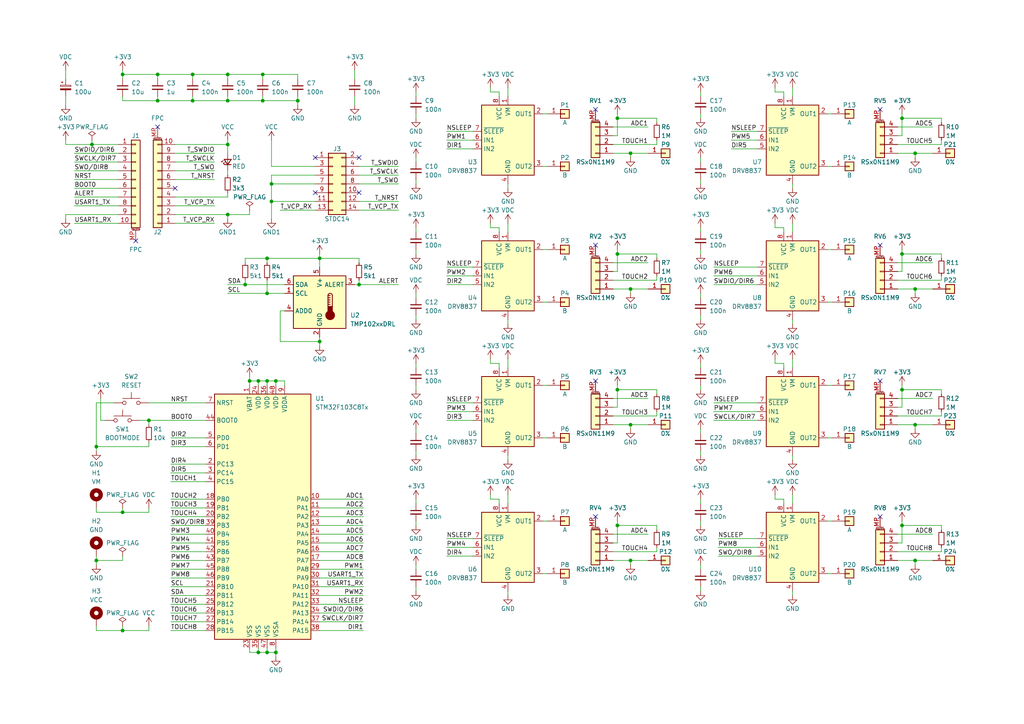
<source format=kicad_sch>
(kicad_sch (version 20211123) (generator eeschema)

  (uuid 47ef7db7-299d-4f78-9abd-30c71fd4cb96)

  (paper "A4")

  

  (junction (at 179.07 113.03) (diameter 0) (color 0 0 0 0)
    (uuid 02e59205-fbfe-4d78-a043-1e22a8d4e85a)
  )
  (junction (at 72.39 110.49) (diameter 0) (color 0 0 0 0)
    (uuid 040aefeb-5635-4043-82f3-760ad7a5c51d)
  )
  (junction (at 182.88 44.45) (diameter 0) (color 0 0 0 0)
    (uuid 047e52b9-47a3-4bb4-923d-4b4e5c62bf84)
  )
  (junction (at 35.56 148.59) (diameter 0) (color 0 0 0 0)
    (uuid 0717ec93-7cce-449f-add0-a847d9befade)
  )
  (junction (at 55.88 21.59) (diameter 0) (color 0 0 0 0)
    (uuid 07184488-0111-4e55-8a0f-0eb8a8747fbd)
  )
  (junction (at 86.36 29.21) (diameter 0) (color 0 0 0 0)
    (uuid 0cd718ea-a0b6-4a33-9b60-19fa926a4ea2)
  )
  (junction (at 265.43 44.45) (diameter 0) (color 0 0 0 0)
    (uuid 182598ad-124e-498d-ae48-2a35bc90c76e)
  )
  (junction (at 182.88 123.19) (diameter 0) (color 0 0 0 0)
    (uuid 18c5de0c-427f-4d08-a346-32dd51058570)
  )
  (junction (at 92.71 74.93) (diameter 0) (color 0 0 0 0)
    (uuid 1c0d8bf8-d782-45c4-875d-267f5d782535)
  )
  (junction (at 92.71 99.06) (diameter 0) (color 0 0 0 0)
    (uuid 1ddf3aa2-3b43-406d-9e15-b4abaec205f0)
  )
  (junction (at 265.43 162.56) (diameter 0) (color 0 0 0 0)
    (uuid 2ac2afdf-88f5-495b-b127-94595d62461e)
  )
  (junction (at 78.74 53.34) (diameter 0) (color 0 0 0 0)
    (uuid 2ba7380b-b8b7-434e-b186-aed53faad144)
  )
  (junction (at 179.07 73.66) (diameter 0) (color 0 0 0 0)
    (uuid 2c6c6d64-f41a-4446-af7a-06b5173677e0)
  )
  (junction (at 76.2 29.21) (diameter 0) (color 0 0 0 0)
    (uuid 39cdc67b-dbae-44f6-bc4b-e7d0856dc8b7)
  )
  (junction (at 45.72 29.21) (diameter 0) (color 0 0 0 0)
    (uuid 3d2bbb8f-def9-487f-b3ae-a50ddde70062)
  )
  (junction (at 179.07 152.4) (diameter 0) (color 0 0 0 0)
    (uuid 3d7098f0-c9c3-43ba-b75e-b46aaadda80b)
  )
  (junction (at 43.18 121.92) (diameter 0) (color 0 0 0 0)
    (uuid 4a4fda81-5a9a-47fa-a57c-dc26a77dc419)
  )
  (junction (at 27.94 162.56) (diameter 0) (color 0 0 0 0)
    (uuid 4c0a640d-2db5-49fd-9937-6e62b097c8a9)
  )
  (junction (at 78.74 58.42) (diameter 0) (color 0 0 0 0)
    (uuid 4ea10aea-c1a9-451b-af60-4ff7ba5e94ab)
  )
  (junction (at 26.67 41.91) (diameter 0) (color 0 0 0 0)
    (uuid 56112619-906c-4726-a93a-ae62dd763a6b)
  )
  (junction (at 35.56 182.88) (diameter 0) (color 0 0 0 0)
    (uuid 5953e592-d6fb-4dc1-b8d1-1f402d990081)
  )
  (junction (at 265.43 83.82) (diameter 0) (color 0 0 0 0)
    (uuid 59908d17-1cfe-4f92-9b23-2a836ce18518)
  )
  (junction (at 265.43 123.19) (diameter 0) (color 0 0 0 0)
    (uuid 5e44b899-786d-415b-ba82-2e852abe6324)
  )
  (junction (at 77.47 74.93) (diameter 0) (color 0 0 0 0)
    (uuid 625ae305-a030-4a28-96e7-c875cb986abd)
  )
  (junction (at 76.2 21.59) (diameter 0) (color 0 0 0 0)
    (uuid 629bf52f-84a2-4021-ab96-4f4da23e8915)
  )
  (junction (at 77.47 85.09) (diameter 0) (color 0 0 0 0)
    (uuid 6bb5d774-a92a-4f35-b29a-f822d143f51c)
  )
  (junction (at 182.88 162.56) (diameter 0) (color 0 0 0 0)
    (uuid 6c79a37c-aa91-4566-920f-18b508b81ff6)
  )
  (junction (at 261.62 152.4) (diameter 0) (color 0 0 0 0)
    (uuid 72cb4957-bb88-4601-a618-0d485190d706)
  )
  (junction (at 77.47 189.23) (diameter 0) (color 0 0 0 0)
    (uuid 83e73f15-af86-4072-895f-fc98ebf82dfd)
  )
  (junction (at 66.04 62.23) (diameter 0) (color 0 0 0 0)
    (uuid 85ba44dc-025d-4529-a4a2-980658f9b532)
  )
  (junction (at 80.01 110.49) (diameter 0) (color 0 0 0 0)
    (uuid 86a980ba-66e5-465b-b69f-8451d386f49f)
  )
  (junction (at 80.01 189.23) (diameter 0) (color 0 0 0 0)
    (uuid 8bc678b2-3aaa-4b86-92e6-787d89ccb432)
  )
  (junction (at 261.62 34.29) (diameter 0) (color 0 0 0 0)
    (uuid 91ac965e-36c6-4ad8-89cc-8e237e2cf015)
  )
  (junction (at 77.47 110.49) (diameter 0) (color 0 0 0 0)
    (uuid 939cfd2e-2173-40b7-8793-3feae710b8e7)
  )
  (junction (at 45.72 21.59) (diameter 0) (color 0 0 0 0)
    (uuid 951c9b82-52bd-44a7-899c-618b0fd2cdbd)
  )
  (junction (at 74.93 189.23) (diameter 0) (color 0 0 0 0)
    (uuid 9bf61b01-309f-4fbd-ab49-188da81ed2f0)
  )
  (junction (at 66.04 29.21) (diameter 0) (color 0 0 0 0)
    (uuid 9de75551-dc21-4d74-92f6-ca850f68ddd4)
  )
  (junction (at 27.94 129.54) (diameter 0) (color 0 0 0 0)
    (uuid a36fac57-7abd-42d1-a69a-d7a111102b68)
  )
  (junction (at 74.93 110.49) (diameter 0) (color 0 0 0 0)
    (uuid aeb9a1ba-93d2-40b6-a24d-53221830b8af)
  )
  (junction (at 179.07 34.29) (diameter 0) (color 0 0 0 0)
    (uuid af750230-80ad-4408-8665-2ccf655688ba)
  )
  (junction (at 35.56 21.59) (diameter 0) (color 0 0 0 0)
    (uuid b1a04391-444e-42e1-b221-a677030b7001)
  )
  (junction (at 104.14 82.55) (diameter 0) (color 0 0 0 0)
    (uuid b77490da-6553-4ad3-ae8e-e053567297d5)
  )
  (junction (at 66.04 21.59) (diameter 0) (color 0 0 0 0)
    (uuid c8c11ba3-d292-4c2a-b335-4751e243ac87)
  )
  (junction (at 261.62 73.66) (diameter 0) (color 0 0 0 0)
    (uuid cf62462b-b03c-4717-b9a4-973e9e7029bf)
  )
  (junction (at 182.88 83.82) (diameter 0) (color 0 0 0 0)
    (uuid d3ca7513-b057-43ab-9135-6ad3b83aec05)
  )
  (junction (at 261.62 113.03) (diameter 0) (color 0 0 0 0)
    (uuid d6bd57ed-240e-4045-bff7-bb762e7eedde)
  )
  (junction (at 71.12 82.55) (diameter 0) (color 0 0 0 0)
    (uuid db9eba7e-2c46-4a94-9dd2-54dc31663dfb)
  )
  (junction (at 66.04 41.91) (diameter 0) (color 0 0 0 0)
    (uuid f9cf06b9-e125-4b12-9844-5427c40c42d6)
  )
  (junction (at 55.88 29.21) (diameter 0) (color 0 0 0 0)
    (uuid ffec608c-ce52-4d2f-a63e-4c104b8d9867)
  )

  (no_connect (at 172.72 71.12) (uuid 0b7d109f-a43a-4fa7-9028-71a64029bfd5))
  (no_connect (at 255.27 110.49) (uuid 12fbcd10-82f6-4fd0-b741-7ede123f579a))
  (no_connect (at 172.72 31.75) (uuid 16d8e933-ed2c-4605-99b9-260ce4282ab8))
  (no_connect (at 172.72 149.86) (uuid 224ef0b3-4ead-43f9-9e33-d6bd5998598d))
  (no_connect (at 50.8 54.61) (uuid 33b0b128-19de-45d9-9560-ef1b16236d87))
  (no_connect (at 255.27 71.12) (uuid 5c7129b1-9ac2-45ef-b267-cfe6c1ffa968))
  (no_connect (at 104.14 45.72) (uuid 63e7d5d4-d982-4ca8-bfb0-362d60a1b992))
  (no_connect (at 172.72 110.49) (uuid 687e39e9-83f4-4f56-87ec-12b1b8100469))
  (no_connect (at 91.44 45.72) (uuid 69ca0115-9b1b-4311-acd6-08bf06471dcc))
  (no_connect (at 39.37 69.85) (uuid 6beddf35-7b3b-44a1-afd0-7cf5129a1892))
  (no_connect (at 91.44 55.88) (uuid 97e26849-fa87-4eb2-b012-103a1985fda5))
  (no_connect (at 45.72 36.83) (uuid acf9123f-49d6-4331-ab9e-b1a6ec6c7c32))
  (no_connect (at 104.14 55.88) (uuid b4c34571-38d5-4f88-b478-4d9e01df4bc7))
  (no_connect (at 255.27 31.75) (uuid c7d250c8-5947-4c17-9142-5787124f9aef))
  (no_connect (at 255.27 149.86) (uuid d2e9a4c9-e019-46dc-b0a2-78243a4e9d13))

  (wire (pts (xy 27.94 162.56) (xy 27.94 163.83))
    (stroke (width 0) (type default) (color 0 0 0 0))
    (uuid 0048ad90-83bc-4d23-b958-9075c404bbb2)
  )
  (wire (pts (xy 92.71 162.56) (xy 105.41 162.56))
    (stroke (width 0) (type default) (color 0 0 0 0))
    (uuid 00a7ba10-1556-4f83-aefd-d97f0c16649a)
  )
  (wire (pts (xy 35.56 21.59) (xy 45.72 21.59))
    (stroke (width 0) (type default) (color 0 0 0 0))
    (uuid 01b31b82-1a41-4cb5-98a7-3fa2f080a861)
  )
  (wire (pts (xy 49.53 165.1) (xy 59.69 165.1))
    (stroke (width 0) (type default) (color 0 0 0 0))
    (uuid 01b826c9-8b44-4a81-9502-60396a5e0b87)
  )
  (wire (pts (xy 26.67 40.64) (xy 26.67 41.91))
    (stroke (width 0) (type default) (color 0 0 0 0))
    (uuid 01cf38c0-c484-4f24-b3a9-b9a3678eb794)
  )
  (wire (pts (xy 21.59 44.45) (xy 34.29 44.45))
    (stroke (width 0) (type default) (color 0 0 0 0))
    (uuid 03f4ea51-16bb-4c12-960b-df05c26c3f15)
  )
  (wire (pts (xy 227.33 27.94) (xy 227.33 26.67))
    (stroke (width 0) (type default) (color 0 0 0 0))
    (uuid 047b2ed8-bb36-4fd1-8bae-29b8548e43d1)
  )
  (wire (pts (xy 190.5 41.91) (xy 190.5 40.64))
    (stroke (width 0) (type default) (color 0 0 0 0))
    (uuid 05f3716b-31b8-46ae-8668-01881d31f1a5)
  )
  (wire (pts (xy 66.04 27.94) (xy 66.04 29.21))
    (stroke (width 0) (type default) (color 0 0 0 0))
    (uuid 061be30a-67db-4872-9608-fa2b87f2ca0f)
  )
  (wire (pts (xy 76.2 27.94) (xy 76.2 29.21))
    (stroke (width 0) (type default) (color 0 0 0 0))
    (uuid 06212692-73e6-494b-af4c-cf3c4ea9d7bf)
  )
  (wire (pts (xy 203.2 45.72) (xy 203.2 46.99))
    (stroke (width 0) (type default) (color 0 0 0 0))
    (uuid 0642f998-4dbd-461d-aee4-adf7d15b1871)
  )
  (wire (pts (xy 76.2 29.21) (xy 86.36 29.21))
    (stroke (width 0) (type default) (color 0 0 0 0))
    (uuid 06833611-1471-4b27-b271-8afabe33edf3)
  )
  (wire (pts (xy 129.54 82.55) (xy 137.16 82.55))
    (stroke (width 0) (type default) (color 0 0 0 0))
    (uuid 0835a9e3-3602-4ae6-8f23-6d695dc7d6de)
  )
  (wire (pts (xy 49.53 139.7) (xy 59.69 139.7))
    (stroke (width 0) (type default) (color 0 0 0 0))
    (uuid 0924b74a-401c-41bb-b0eb-18306fa3ac23)
  )
  (wire (pts (xy 157.48 151.13) (xy 158.75 151.13))
    (stroke (width 0) (type default) (color 0 0 0 0))
    (uuid 09e71239-6acf-49c6-9378-8ed8f3fe16a5)
  )
  (wire (pts (xy 177.8 120.65) (xy 190.5 120.65))
    (stroke (width 0) (type default) (color 0 0 0 0))
    (uuid 0c1d8c0a-3958-4e88-8555-b5897c113d75)
  )
  (wire (pts (xy 203.2 144.78) (xy 203.2 146.05))
    (stroke (width 0) (type default) (color 0 0 0 0))
    (uuid 0c739466-7331-49b2-a318-41408d2da4e9)
  )
  (wire (pts (xy 66.04 49.53) (xy 66.04 50.8))
    (stroke (width 0) (type default) (color 0 0 0 0))
    (uuid 0d66dd5b-1212-4145-8bc1-ce5600f6789d)
  )
  (wire (pts (xy 229.87 25.4) (xy 229.87 27.94))
    (stroke (width 0) (type default) (color 0 0 0 0))
    (uuid 103dd90b-962b-4699-a4af-a7791959d066)
  )
  (wire (pts (xy 72.39 62.23) (xy 72.39 60.96))
    (stroke (width 0) (type default) (color 0 0 0 0))
    (uuid 105480f3-f8ae-4ffd-9ec2-e72240407681)
  )
  (wire (pts (xy 50.8 57.15) (xy 66.04 57.15))
    (stroke (width 0) (type default) (color 0 0 0 0))
    (uuid 10830687-791d-42a2-a4af-08e2cf7a5da3)
  )
  (wire (pts (xy 92.71 147.32) (xy 105.41 147.32))
    (stroke (width 0) (type default) (color 0 0 0 0))
    (uuid 1112ac3a-2b1f-429b-9faa-f5a4a1f5eb54)
  )
  (wire (pts (xy 182.88 123.19) (xy 187.96 123.19))
    (stroke (width 0) (type default) (color 0 0 0 0))
    (uuid 136a25f9-77ff-4035-abf6-43d7fc80424f)
  )
  (wire (pts (xy 35.56 182.88) (xy 43.18 182.88))
    (stroke (width 0) (type default) (color 0 0 0 0))
    (uuid 144b3945-a458-4e1e-8503-bb28ec640dc4)
  )
  (wire (pts (xy 21.59 59.69) (xy 34.29 59.69))
    (stroke (width 0) (type default) (color 0 0 0 0))
    (uuid 15424ec7-6341-471d-8941-324b01edace1)
  )
  (wire (pts (xy 207.01 119.38) (xy 219.71 119.38))
    (stroke (width 0) (type default) (color 0 0 0 0))
    (uuid 15d534ce-7fb1-499b-80b5-56b6ce8d096f)
  )
  (wire (pts (xy 240.03 48.26) (xy 241.3 48.26))
    (stroke (width 0) (type default) (color 0 0 0 0))
    (uuid 16570834-6d76-43f7-8483-735babe30945)
  )
  (wire (pts (xy 19.05 62.23) (xy 34.29 62.23))
    (stroke (width 0) (type default) (color 0 0 0 0))
    (uuid 18477cf2-6b44-4d08-b52a-8c79d3767a7b)
  )
  (wire (pts (xy 190.5 152.4) (xy 179.07 152.4))
    (stroke (width 0) (type default) (color 0 0 0 0))
    (uuid 18c32a71-ffb5-45da-b5ba-0f37219aee7a)
  )
  (wire (pts (xy 224.79 144.78) (xy 224.79 143.51))
    (stroke (width 0) (type default) (color 0 0 0 0))
    (uuid 1b06fe50-7a6e-48b3-b41f-b2f998057ccf)
  )
  (wire (pts (xy 261.62 111.76) (xy 261.62 113.03))
    (stroke (width 0) (type default) (color 0 0 0 0))
    (uuid 1c173dd5-706b-45d3-876d-e1eb352a83dc)
  )
  (wire (pts (xy 273.05 35.56) (xy 273.05 34.29))
    (stroke (width 0) (type default) (color 0 0 0 0))
    (uuid 1cc12b88-b225-46ca-8f1d-cc7393951f9e)
  )
  (wire (pts (xy 81.28 90.17) (xy 81.28 99.06))
    (stroke (width 0) (type default) (color 0 0 0 0))
    (uuid 1ee632e0-0613-4c3f-a796-49699c2fbe45)
  )
  (wire (pts (xy 27.94 161.29) (xy 27.94 162.56))
    (stroke (width 0) (type default) (color 0 0 0 0))
    (uuid 2036c825-4f95-4759-ba77-465d489ddb56)
  )
  (wire (pts (xy 177.8 160.02) (xy 190.5 160.02))
    (stroke (width 0) (type default) (color 0 0 0 0))
    (uuid 20a46144-b55b-4f54-816e-21fe4ed816bd)
  )
  (wire (pts (xy 227.33 26.67) (xy 224.79 26.67))
    (stroke (width 0) (type default) (color 0 0 0 0))
    (uuid 2128cf3a-8399-434d-a89b-a781794813dd)
  )
  (wire (pts (xy 76.2 21.59) (xy 86.36 21.59))
    (stroke (width 0) (type default) (color 0 0 0 0))
    (uuid 2434cc48-e2e8-4d71-a181-3cafdb7c62d7)
  )
  (wire (pts (xy 261.62 113.03) (xy 261.62 118.11))
    (stroke (width 0) (type default) (color 0 0 0 0))
    (uuid 2483aa9a-eac4-45e1-af08-a1262cd7ded9)
  )
  (wire (pts (xy 19.05 20.32) (xy 19.05 22.86))
    (stroke (width 0) (type default) (color 0 0 0 0))
    (uuid 24ec5f5b-87fa-4940-ac7e-5faf5a8a70f3)
  )
  (wire (pts (xy 179.07 157.48) (xy 177.8 157.48))
    (stroke (width 0) (type default) (color 0 0 0 0))
    (uuid 24f9a29d-4a1c-4f06-905a-9f19cf256ecf)
  )
  (wire (pts (xy 77.47 110.49) (xy 77.47 111.76))
    (stroke (width 0) (type default) (color 0 0 0 0))
    (uuid 2648eafd-6e5f-4004-9095-ac7a69dc4fad)
  )
  (wire (pts (xy 50.8 59.69) (xy 62.23 59.69))
    (stroke (width 0) (type default) (color 0 0 0 0))
    (uuid 2849b9d7-06b0-49fa-aa5b-431d58f67167)
  )
  (wire (pts (xy 260.35 41.91) (xy 273.05 41.91))
    (stroke (width 0) (type default) (color 0 0 0 0))
    (uuid 28b9d47c-e561-47de-9f6b-f04112f4c538)
  )
  (wire (pts (xy 120.65 45.72) (xy 120.65 46.99))
    (stroke (width 0) (type default) (color 0 0 0 0))
    (uuid 298e2db9-735e-4aae-af3b-9f95de65ed37)
  )
  (wire (pts (xy 71.12 81.28) (xy 71.12 82.55))
    (stroke (width 0) (type default) (color 0 0 0 0))
    (uuid 2abae203-dc9d-479d-ada9-196cefe41364)
  )
  (wire (pts (xy 260.35 120.65) (xy 273.05 120.65))
    (stroke (width 0) (type default) (color 0 0 0 0))
    (uuid 2b079a5e-f2f5-4fbc-8faa-1732830727de)
  )
  (wire (pts (xy 273.05 153.67) (xy 273.05 152.4))
    (stroke (width 0) (type default) (color 0 0 0 0))
    (uuid 2b09ca19-6159-4608-8244-237105506344)
  )
  (wire (pts (xy 40.64 121.92) (xy 43.18 121.92))
    (stroke (width 0) (type default) (color 0 0 0 0))
    (uuid 2de32d0a-606d-4766-a320-890b31d959a5)
  )
  (wire (pts (xy 80.01 187.96) (xy 80.01 189.23))
    (stroke (width 0) (type default) (color 0 0 0 0))
    (uuid 2eaf0a90-188f-4fc5-8bbd-a9aac8cc5696)
  )
  (wire (pts (xy 120.65 91.44) (xy 120.65 92.71))
    (stroke (width 0) (type default) (color 0 0 0 0))
    (uuid 2eb5e1b2-de6a-4e80-b372-a8a2eac0cac3)
  )
  (wire (pts (xy 120.65 33.02) (xy 120.65 34.29))
    (stroke (width 0) (type default) (color 0 0 0 0))
    (uuid 2f3f5414-49f8-4f97-aa06-97a77be350bb)
  )
  (wire (pts (xy 203.2 52.07) (xy 203.2 53.34))
    (stroke (width 0) (type default) (color 0 0 0 0))
    (uuid 305ea620-32d6-4abe-a54f-dcbf031478f6)
  )
  (wire (pts (xy 27.94 129.54) (xy 43.18 129.54))
    (stroke (width 0) (type default) (color 0 0 0 0))
    (uuid 31057839-6190-4f01-a3ad-9db86dc7d2ae)
  )
  (wire (pts (xy 260.35 76.2) (xy 270.51 76.2))
    (stroke (width 0) (type default) (color 0 0 0 0))
    (uuid 3115583a-4e79-4e6a-bcfe-511b12b82592)
  )
  (wire (pts (xy 92.71 182.88) (xy 105.41 182.88))
    (stroke (width 0) (type default) (color 0 0 0 0))
    (uuid 3259096f-6ae6-45bf-88e3-ebc10e53a7c9)
  )
  (wire (pts (xy 49.53 162.56) (xy 59.69 162.56))
    (stroke (width 0) (type default) (color 0 0 0 0))
    (uuid 3286184f-8a70-4b98-bcfe-1fad9f2663de)
  )
  (wire (pts (xy 92.71 144.78) (xy 105.41 144.78))
    (stroke (width 0) (type default) (color 0 0 0 0))
    (uuid 343a4045-4691-4ea7-b90f-88f6446595e2)
  )
  (wire (pts (xy 203.2 130.81) (xy 203.2 132.08))
    (stroke (width 0) (type default) (color 0 0 0 0))
    (uuid 35357af0-0fbd-4687-9288-b0be0ef85c40)
  )
  (wire (pts (xy 157.48 127) (xy 158.75 127))
    (stroke (width 0) (type default) (color 0 0 0 0))
    (uuid 3546a8d6-112f-400f-9954-2b5423ae0754)
  )
  (wire (pts (xy 49.53 160.02) (xy 59.69 160.02))
    (stroke (width 0) (type default) (color 0 0 0 0))
    (uuid 3561c945-ba86-4519-9a82-0cfe1e607ecf)
  )
  (wire (pts (xy 29.21 121.92) (xy 30.48 121.92))
    (stroke (width 0) (type default) (color 0 0 0 0))
    (uuid 361b7cad-adb7-41c1-b169-d0641309939e)
  )
  (wire (pts (xy 86.36 27.94) (xy 86.36 29.21))
    (stroke (width 0) (type default) (color 0 0 0 0))
    (uuid 3666ceed-0ddb-4136-9bb1-1cdf5100b893)
  )
  (wire (pts (xy 229.87 92.71) (xy 229.87 93.98))
    (stroke (width 0) (type default) (color 0 0 0 0))
    (uuid 36de211c-edef-47b2-bbe0-06c7f2ced8cf)
  )
  (wire (pts (xy 74.93 189.23) (xy 77.47 189.23))
    (stroke (width 0) (type default) (color 0 0 0 0))
    (uuid 37688c72-1d35-414d-aba3-13220f03c0dc)
  )
  (wire (pts (xy 92.71 149.86) (xy 105.41 149.86))
    (stroke (width 0) (type default) (color 0 0 0 0))
    (uuid 37bb9520-10c6-44ec-99a9-2b6abbcb446b)
  )
  (wire (pts (xy 129.54 77.47) (xy 137.16 77.47))
    (stroke (width 0) (type default) (color 0 0 0 0))
    (uuid 38baaa32-e0d7-4a6f-9e6d-4b876be2651f)
  )
  (wire (pts (xy 21.59 49.53) (xy 34.29 49.53))
    (stroke (width 0) (type default) (color 0 0 0 0))
    (uuid 39000122-f575-4498-a91b-b1ff8888fcb8)
  )
  (wire (pts (xy 120.65 72.39) (xy 120.65 73.66))
    (stroke (width 0) (type default) (color 0 0 0 0))
    (uuid 3abaa11b-ed2b-43b6-8ff7-76a543cef6f5)
  )
  (wire (pts (xy 260.35 162.56) (xy 265.43 162.56))
    (stroke (width 0) (type default) (color 0 0 0 0))
    (uuid 3cdf7881-13a2-4ea6-b523-16e65009cc71)
  )
  (wire (pts (xy 261.62 73.66) (xy 261.62 78.74))
    (stroke (width 0) (type default) (color 0 0 0 0))
    (uuid 3d10fc0c-df55-49c2-978d-d254a24308fa)
  )
  (wire (pts (xy 102.87 20.32) (xy 102.87 22.86))
    (stroke (width 0) (type default) (color 0 0 0 0))
    (uuid 3da7dec0-c121-441f-b375-9c725f798b72)
  )
  (wire (pts (xy 273.05 81.28) (xy 273.05 80.01))
    (stroke (width 0) (type default) (color 0 0 0 0))
    (uuid 3dd4ad2a-51a5-4535-a62c-1a1a59b7438a)
  )
  (wire (pts (xy 92.71 74.93) (xy 92.71 77.47))
    (stroke (width 0) (type default) (color 0 0 0 0))
    (uuid 3f8c77b9-36ea-4808-a082-e726d5a8140e)
  )
  (wire (pts (xy 92.71 167.64) (xy 105.41 167.64))
    (stroke (width 0) (type default) (color 0 0 0 0))
    (uuid 3fc622ff-6430-4de5-a1b2-85d68778dc2f)
  )
  (wire (pts (xy 179.07 33.02) (xy 179.07 34.29))
    (stroke (width 0) (type default) (color 0 0 0 0))
    (uuid 3fefd4ec-9ffb-4bc9-93a6-3d40b8db6e22)
  )
  (wire (pts (xy 224.79 26.67) (xy 224.79 25.4))
    (stroke (width 0) (type default) (color 0 0 0 0))
    (uuid 40089413-4c86-40d3-b144-14394430a3ed)
  )
  (wire (pts (xy 80.01 189.23) (xy 80.01 190.5))
    (stroke (width 0) (type default) (color 0 0 0 0))
    (uuid 401d4367-61bf-4fbc-bada-b9542db0119b)
  )
  (wire (pts (xy 91.44 48.26) (xy 78.74 48.26))
    (stroke (width 0) (type default) (color 0 0 0 0))
    (uuid 40d362d9-8ea2-41ae-bfce-c399f8ccea2d)
  )
  (wire (pts (xy 203.2 33.02) (xy 203.2 34.29))
    (stroke (width 0) (type default) (color 0 0 0 0))
    (uuid 40eadd84-3c7f-4975-b1eb-04097a72602c)
  )
  (wire (pts (xy 203.2 124.46) (xy 203.2 125.73))
    (stroke (width 0) (type default) (color 0 0 0 0))
    (uuid 416f81ec-9c28-461a-a36e-fa70f7dee20c)
  )
  (wire (pts (xy 144.78 66.04) (xy 142.24 66.04))
    (stroke (width 0) (type default) (color 0 0 0 0))
    (uuid 417a0328-ea24-4c0a-8b8c-bb597a795170)
  )
  (wire (pts (xy 142.24 144.78) (xy 142.24 143.51))
    (stroke (width 0) (type default) (color 0 0 0 0))
    (uuid 41d2ceeb-a7e6-44fc-bf55-f3bb4d04b052)
  )
  (wire (pts (xy 102.87 82.55) (xy 104.14 82.55))
    (stroke (width 0) (type default) (color 0 0 0 0))
    (uuid 42b41050-bb9f-471a-a005-610e4f18d7de)
  )
  (wire (pts (xy 147.32 64.77) (xy 147.32 67.31))
    (stroke (width 0) (type default) (color 0 0 0 0))
    (uuid 43be1260-a8bd-417e-b504-b2b83b27ed06)
  )
  (wire (pts (xy 203.2 26.67) (xy 203.2 27.94))
    (stroke (width 0) (type default) (color 0 0 0 0))
    (uuid 43fc202f-f746-490f-934b-108f80c57c74)
  )
  (wire (pts (xy 104.14 50.8) (xy 115.57 50.8))
    (stroke (width 0) (type default) (color 0 0 0 0))
    (uuid 45b35df2-28bc-4c46-a20e-536740edf78c)
  )
  (wire (pts (xy 273.05 74.93) (xy 273.05 73.66))
    (stroke (width 0) (type default) (color 0 0 0 0))
    (uuid 47161acf-abd8-45b8-b533-2028ffa498ce)
  )
  (wire (pts (xy 207.01 116.84) (xy 219.71 116.84))
    (stroke (width 0) (type default) (color 0 0 0 0))
    (uuid 47757826-649c-412c-ab9d-433e0c214d34)
  )
  (wire (pts (xy 190.5 34.29) (xy 179.07 34.29))
    (stroke (width 0) (type default) (color 0 0 0 0))
    (uuid 47a39c59-deca-456c-8de4-a1d78fc3f65f)
  )
  (wire (pts (xy 227.33 144.78) (xy 224.79 144.78))
    (stroke (width 0) (type default) (color 0 0 0 0))
    (uuid 48ae2a3c-23ca-4374-91fc-02e35e1ccf1e)
  )
  (wire (pts (xy 260.35 36.83) (xy 270.51 36.83))
    (stroke (width 0) (type default) (color 0 0 0 0))
    (uuid 48d7735b-fbd6-4523-8907-d23024458151)
  )
  (wire (pts (xy 92.71 152.4) (xy 105.41 152.4))
    (stroke (width 0) (type default) (color 0 0 0 0))
    (uuid 493f0068-37c5-4744-b9b0-b2b9ad9ebea8)
  )
  (wire (pts (xy 120.65 111.76) (xy 120.65 113.03))
    (stroke (width 0) (type default) (color 0 0 0 0))
    (uuid 4b11054d-0177-4bb2-80c4-7694eadb1acf)
  )
  (wire (pts (xy 45.72 29.21) (xy 55.88 29.21))
    (stroke (width 0) (type default) (color 0 0 0 0))
    (uuid 4b72cc0c-3552-4aaf-b9f6-c29d4053f08f)
  )
  (wire (pts (xy 21.59 64.77) (xy 34.29 64.77))
    (stroke (width 0) (type default) (color 0 0 0 0))
    (uuid 4bbd0715-c8ec-44f7-911f-7b779b7e950f)
  )
  (wire (pts (xy 182.88 83.82) (xy 187.96 83.82))
    (stroke (width 0) (type default) (color 0 0 0 0))
    (uuid 4deb6a48-05ed-4698-ab47-a9eaa631b0b0)
  )
  (wire (pts (xy 104.14 53.34) (xy 115.57 53.34))
    (stroke (width 0) (type default) (color 0 0 0 0))
    (uuid 5029124e-dd1b-4290-aca0-7036bbc3b4d2)
  )
  (wire (pts (xy 207.01 80.01) (xy 219.71 80.01))
    (stroke (width 0) (type default) (color 0 0 0 0))
    (uuid 5079c196-bfe3-4dcc-a397-aa1216810b80)
  )
  (wire (pts (xy 120.65 105.41) (xy 120.65 106.68))
    (stroke (width 0) (type default) (color 0 0 0 0))
    (uuid 509c4c26-debb-49a4-9819-3f18cddc1b36)
  )
  (wire (pts (xy 265.43 123.19) (xy 270.51 123.19))
    (stroke (width 0) (type default) (color 0 0 0 0))
    (uuid 50f91485-8c02-4c93-aa55-ac0e8825a860)
  )
  (wire (pts (xy 120.65 151.13) (xy 120.65 152.4))
    (stroke (width 0) (type default) (color 0 0 0 0))
    (uuid 5138c3e6-3d29-4b98-bdd8-58cfd0515b57)
  )
  (wire (pts (xy 82.55 111.76) (xy 82.55 110.49))
    (stroke (width 0) (type default) (color 0 0 0 0))
    (uuid 51dd7b7d-5eda-4e12-9c37-480c9f5fad13)
  )
  (wire (pts (xy 66.04 82.55) (xy 71.12 82.55))
    (stroke (width 0) (type default) (color 0 0 0 0))
    (uuid 521bbf3c-1575-4526-9a24-dfd6b2c7e1b8)
  )
  (wire (pts (xy 49.53 157.48) (xy 59.69 157.48))
    (stroke (width 0) (type default) (color 0 0 0 0))
    (uuid 5394d6bf-07a1-4c64-b45f-ab6618d4524b)
  )
  (wire (pts (xy 72.39 110.49) (xy 74.93 110.49))
    (stroke (width 0) (type default) (color 0 0 0 0))
    (uuid 54784272-d671-432e-b766-91082b058b18)
  )
  (wire (pts (xy 177.8 76.2) (xy 187.96 76.2))
    (stroke (width 0) (type default) (color 0 0 0 0))
    (uuid 54bacf47-310e-4a91-85b0-c4f67038ec59)
  )
  (wire (pts (xy 273.05 160.02) (xy 273.05 158.75))
    (stroke (width 0) (type default) (color 0 0 0 0))
    (uuid 54f2b024-ae9d-4a4e-b686-2f010f4fba39)
  )
  (wire (pts (xy 265.43 83.82) (xy 270.51 83.82))
    (stroke (width 0) (type default) (color 0 0 0 0))
    (uuid 55f6b037-f576-4b0f-a2a9-fdfaa019ff98)
  )
  (wire (pts (xy 190.5 73.66) (xy 179.07 73.66))
    (stroke (width 0) (type default) (color 0 0 0 0))
    (uuid 565ae076-6e70-4ba9-8be9-92eb4887ad27)
  )
  (wire (pts (xy 203.2 66.04) (xy 203.2 67.31))
    (stroke (width 0) (type default) (color 0 0 0 0))
    (uuid 56f9e8bc-9740-4572-8007-79583ef90ca0)
  )
  (wire (pts (xy 19.05 40.64) (xy 19.05 41.91))
    (stroke (width 0) (type default) (color 0 0 0 0))
    (uuid 5b039e59-f332-489a-94ce-25f58b432a02)
  )
  (wire (pts (xy 203.2 85.09) (xy 203.2 86.36))
    (stroke (width 0) (type default) (color 0 0 0 0))
    (uuid 5be17520-46da-4400-b149-7faa88afba9a)
  )
  (wire (pts (xy 273.05 41.91) (xy 273.05 40.64))
    (stroke (width 0) (type default) (color 0 0 0 0))
    (uuid 5c535c47-be3d-4791-9017-b297099a5f10)
  )
  (wire (pts (xy 27.94 181.61) (xy 27.94 182.88))
    (stroke (width 0) (type default) (color 0 0 0 0))
    (uuid 5c8a274f-4176-4d38-905e-3d95d43e8de2)
  )
  (wire (pts (xy 261.62 151.13) (xy 261.62 152.4))
    (stroke (width 0) (type default) (color 0 0 0 0))
    (uuid 5cdf5880-bd70-47a7-b575-e1e140855607)
  )
  (wire (pts (xy 273.05 113.03) (xy 261.62 113.03))
    (stroke (width 0) (type default) (color 0 0 0 0))
    (uuid 5e015c11-beac-4cb8-b707-a0f88bb03d65)
  )
  (wire (pts (xy 26.67 41.91) (xy 34.29 41.91))
    (stroke (width 0) (type default) (color 0 0 0 0))
    (uuid 5e4a7503-d9d4-4413-8047-a100289772d3)
  )
  (wire (pts (xy 147.32 132.08) (xy 147.32 133.35))
    (stroke (width 0) (type default) (color 0 0 0 0))
    (uuid 5e6bf736-d6a1-4f72-b0ed-0489d0b7367e)
  )
  (wire (pts (xy 179.07 34.29) (xy 179.07 39.37))
    (stroke (width 0) (type default) (color 0 0 0 0))
    (uuid 5f5189a0-741e-4d99-9d4a-2af582e985aa)
  )
  (wire (pts (xy 49.53 129.54) (xy 59.69 129.54))
    (stroke (width 0) (type default) (color 0 0 0 0))
    (uuid 5f69a346-f60a-401e-bb0e-4165e28bad46)
  )
  (wire (pts (xy 55.88 29.21) (xy 66.04 29.21))
    (stroke (width 0) (type default) (color 0 0 0 0))
    (uuid 5fae56fc-4188-478c-be4f-680ddf84875b)
  )
  (wire (pts (xy 265.43 162.56) (xy 265.43 163.83))
    (stroke (width 0) (type default) (color 0 0 0 0))
    (uuid 5fbd08ad-6835-46c4-b4e5-8807082732c3)
  )
  (wire (pts (xy 120.65 124.46) (xy 120.65 125.73))
    (stroke (width 0) (type default) (color 0 0 0 0))
    (uuid 60ad0e44-7685-4e5a-b725-0aaad5b4d158)
  )
  (wire (pts (xy 147.32 53.34) (xy 147.32 54.61))
    (stroke (width 0) (type default) (color 0 0 0 0))
    (uuid 60eddfc0-545d-4417-af58-6fa1074350f8)
  )
  (wire (pts (xy 260.35 44.45) (xy 265.43 44.45))
    (stroke (width 0) (type default) (color 0 0 0 0))
    (uuid 61841c46-0617-4a84-baaa-8f7d03230aee)
  )
  (wire (pts (xy 260.35 154.94) (xy 270.51 154.94))
    (stroke (width 0) (type default) (color 0 0 0 0))
    (uuid 62005cc7-7c6a-492b-9f40-894fd7db4867)
  )
  (wire (pts (xy 212.09 38.1) (xy 219.71 38.1))
    (stroke (width 0) (type default) (color 0 0 0 0))
    (uuid 62c0ec4a-997c-4b14-b4a4-1459b2134ede)
  )
  (wire (pts (xy 144.78 26.67) (xy 142.24 26.67))
    (stroke (width 0) (type default) (color 0 0 0 0))
    (uuid 634843d1-75ba-4dfc-8cc1-58295686b9aa)
  )
  (wire (pts (xy 49.53 180.34) (xy 59.69 180.34))
    (stroke (width 0) (type default) (color 0 0 0 0))
    (uuid 6353721d-1528-4104-a3ea-b0a8c17a5b20)
  )
  (wire (pts (xy 229.87 104.14) (xy 229.87 106.68))
    (stroke (width 0) (type default) (color 0 0 0 0))
    (uuid 639b6b33-8c5c-46ca-94a2-7c82d5516774)
  )
  (wire (pts (xy 104.14 81.28) (xy 104.14 82.55))
    (stroke (width 0) (type default) (color 0 0 0 0))
    (uuid 63c7ba01-7c00-402f-aa26-00208a12574e)
  )
  (wire (pts (xy 49.53 167.64) (xy 59.69 167.64))
    (stroke (width 0) (type default) (color 0 0 0 0))
    (uuid 645b8011-f752-47c8-a87b-c271359ca101)
  )
  (wire (pts (xy 147.32 171.45) (xy 147.32 172.72))
    (stroke (width 0) (type default) (color 0 0 0 0))
    (uuid 648a9422-944a-43a2-bd7e-66fd30f60d39)
  )
  (wire (pts (xy 190.5 160.02) (xy 190.5 158.75))
    (stroke (width 0) (type default) (color 0 0 0 0))
    (uuid 64ce4e1f-05b3-43b8-982b-9d944f47b8b4)
  )
  (wire (pts (xy 49.53 149.86) (xy 59.69 149.86))
    (stroke (width 0) (type default) (color 0 0 0 0))
    (uuid 6510fe75-0434-47d7-96d8-d5e8019c916b)
  )
  (wire (pts (xy 227.33 105.41) (xy 224.79 105.41))
    (stroke (width 0) (type default) (color 0 0 0 0))
    (uuid 656851a2-3079-4140-80c1-0f4d47e4d9fc)
  )
  (wire (pts (xy 261.62 118.11) (xy 260.35 118.11))
    (stroke (width 0) (type default) (color 0 0 0 0))
    (uuid 660c1dae-e588-4dd6-807c-571e6e5c9c30)
  )
  (wire (pts (xy 240.03 33.02) (xy 241.3 33.02))
    (stroke (width 0) (type default) (color 0 0 0 0))
    (uuid 660dca4e-50ff-499b-9896-9366c05bb749)
  )
  (wire (pts (xy 190.5 153.67) (xy 190.5 152.4))
    (stroke (width 0) (type default) (color 0 0 0 0))
    (uuid 66e65528-d01e-411c-8d6a-aba04f6ecd5a)
  )
  (wire (pts (xy 260.35 81.28) (xy 273.05 81.28))
    (stroke (width 0) (type default) (color 0 0 0 0))
    (uuid 67da0e54-bfb2-4456-ae2b-ab2bd99592b4)
  )
  (wire (pts (xy 43.18 121.92) (xy 59.69 121.92))
    (stroke (width 0) (type default) (color 0 0 0 0))
    (uuid 6833933d-53c3-4bdf-9156-5d84b7c96577)
  )
  (wire (pts (xy 229.87 64.77) (xy 229.87 67.31))
    (stroke (width 0) (type default) (color 0 0 0 0))
    (uuid 6841311b-0f17-44f4-8d15-e5f67d6219ac)
  )
  (wire (pts (xy 49.53 182.88) (xy 59.69 182.88))
    (stroke (width 0) (type default) (color 0 0 0 0))
    (uuid 685f2694-feea-4bad-8105-bc3449cd9342)
  )
  (wire (pts (xy 260.35 115.57) (xy 270.51 115.57))
    (stroke (width 0) (type default) (color 0 0 0 0))
    (uuid 68ff2b6f-2393-4872-8aeb-6cd3821b3a05)
  )
  (wire (pts (xy 19.05 41.91) (xy 26.67 41.91))
    (stroke (width 0) (type default) (color 0 0 0 0))
    (uuid 6921b631-7bbd-4688-9160-2f698aa4926a)
  )
  (wire (pts (xy 66.04 85.09) (xy 77.47 85.09))
    (stroke (width 0) (type default) (color 0 0 0 0))
    (uuid 698d710a-f45d-4546-9fa6-1021c213f5a8)
  )
  (wire (pts (xy 229.87 53.34) (xy 229.87 54.61))
    (stroke (width 0) (type default) (color 0 0 0 0))
    (uuid 6a2289ca-e6fd-4585-bf4f-6f33903f8084)
  )
  (wire (pts (xy 43.18 182.88) (xy 43.18 181.61))
    (stroke (width 0) (type default) (color 0 0 0 0))
    (uuid 6a473bbf-4a7c-4927-9272-118ec8243468)
  )
  (wire (pts (xy 66.04 57.15) (xy 66.04 55.88))
    (stroke (width 0) (type default) (color 0 0 0 0))
    (uuid 6a6ac8e0-00af-4517-b028-d1969a120e48)
  )
  (wire (pts (xy 177.8 123.19) (xy 182.88 123.19))
    (stroke (width 0) (type default) (color 0 0 0 0))
    (uuid 6bd201ad-97db-4305-a188-e4202a988cdf)
  )
  (wire (pts (xy 66.04 21.59) (xy 66.04 22.86))
    (stroke (width 0) (type default) (color 0 0 0 0))
    (uuid 6cc492c8-1cce-4c93-b91a-715f11802443)
  )
  (wire (pts (xy 50.8 46.99) (xy 62.23 46.99))
    (stroke (width 0) (type default) (color 0 0 0 0))
    (uuid 6d4ccfb4-e9e7-4b55-b19a-f54876844414)
  )
  (wire (pts (xy 50.8 64.77) (xy 62.23 64.77))
    (stroke (width 0) (type default) (color 0 0 0 0))
    (uuid 6e305e69-99da-4488-bd63-c8e41bfd9231)
  )
  (wire (pts (xy 208.28 156.21) (xy 219.71 156.21))
    (stroke (width 0) (type default) (color 0 0 0 0))
    (uuid 70258048-44d1-446d-9ebf-702a954bbc4b)
  )
  (wire (pts (xy 157.48 111.76) (xy 158.75 111.76))
    (stroke (width 0) (type default) (color 0 0 0 0))
    (uuid 70626516-e7b0-4b1b-b67e-644d244fb8ff)
  )
  (wire (pts (xy 35.56 181.61) (xy 35.56 182.88))
    (stroke (width 0) (type default) (color 0 0 0 0))
    (uuid 70aa1851-607f-409d-8247-c528d4ab34ed)
  )
  (wire (pts (xy 208.28 161.29) (xy 219.71 161.29))
    (stroke (width 0) (type default) (color 0 0 0 0))
    (uuid 72778144-ca34-47f1-9910-82a2f3ccb8b1)
  )
  (wire (pts (xy 21.59 46.99) (xy 34.29 46.99))
    (stroke (width 0) (type default) (color 0 0 0 0))
    (uuid 734ec859-d7a4-4ec0-9528-cadc276502be)
  )
  (wire (pts (xy 261.62 34.29) (xy 261.62 39.37))
    (stroke (width 0) (type default) (color 0 0 0 0))
    (uuid 73a625af-b6ab-4e92-9fe3-42fd95d82560)
  )
  (wire (pts (xy 227.33 106.68) (xy 227.33 105.41))
    (stroke (width 0) (type default) (color 0 0 0 0))
    (uuid 73b3b743-0656-4bb9-8687-bcb8dd1a0cc1)
  )
  (wire (pts (xy 27.94 116.84) (xy 33.02 116.84))
    (stroke (width 0) (type default) (color 0 0 0 0))
    (uuid 743bd7c2-6a51-4d62-a143-d253e0b3c51c)
  )
  (wire (pts (xy 203.2 105.41) (xy 203.2 106.68))
    (stroke (width 0) (type default) (color 0 0 0 0))
    (uuid 75ab5aa5-d35c-4bc4-bb89-6383848e253e)
  )
  (wire (pts (xy 27.94 147.32) (xy 27.94 148.59))
    (stroke (width 0) (type default) (color 0 0 0 0))
    (uuid 762b678a-d505-489c-bd93-8c3bfacefc94)
  )
  (wire (pts (xy 273.05 120.65) (xy 273.05 119.38))
    (stroke (width 0) (type default) (color 0 0 0 0))
    (uuid 7898f7e4-147c-4d53-9b31-6b8683d3b7c8)
  )
  (wire (pts (xy 80.01 110.49) (xy 80.01 111.76))
    (stroke (width 0) (type default) (color 0 0 0 0))
    (uuid 7ab6beae-b7a2-484b-a598-eb789154dade)
  )
  (wire (pts (xy 49.53 170.18) (xy 59.69 170.18))
    (stroke (width 0) (type default) (color 0 0 0 0))
    (uuid 7bbcc58b-aa78-459a-a208-6ae8737d1deb)
  )
  (wire (pts (xy 77.47 110.49) (xy 80.01 110.49))
    (stroke (width 0) (type default) (color 0 0 0 0))
    (uuid 7bf4308e-f756-4772-b742-40294becee4f)
  )
  (wire (pts (xy 177.8 44.45) (xy 182.88 44.45))
    (stroke (width 0) (type default) (color 0 0 0 0))
    (uuid 7bf52984-ece9-4d55-8153-3ae1c743a1f2)
  )
  (wire (pts (xy 55.88 21.59) (xy 55.88 22.86))
    (stroke (width 0) (type default) (color 0 0 0 0))
    (uuid 7c05c1ff-7a74-406e-b643-dd3ee16a7084)
  )
  (wire (pts (xy 49.53 154.94) (xy 59.69 154.94))
    (stroke (width 0) (type default) (color 0 0 0 0))
    (uuid 7c172100-db93-4c36-880e-f3c36b4d51a5)
  )
  (wire (pts (xy 227.33 146.05) (xy 227.33 144.78))
    (stroke (width 0) (type default) (color 0 0 0 0))
    (uuid 7c979b3a-003b-4484-8740-dfde1de9aa55)
  )
  (wire (pts (xy 261.62 152.4) (xy 261.62 157.48))
    (stroke (width 0) (type default) (color 0 0 0 0))
    (uuid 7cdae653-944a-49c5-888b-4f32868dc8af)
  )
  (wire (pts (xy 43.18 116.84) (xy 59.69 116.84))
    (stroke (width 0) (type default) (color 0 0 0 0))
    (uuid 7e568ed6-7fd7-4248-b864-bfc58a3f669b)
  )
  (wire (pts (xy 273.05 152.4) (xy 261.62 152.4))
    (stroke (width 0) (type default) (color 0 0 0 0))
    (uuid 7e6fd36b-9d89-4f6d-81a2-55bfef75b5a8)
  )
  (wire (pts (xy 66.04 41.91) (xy 66.04 44.45))
    (stroke (width 0) (type default) (color 0 0 0 0))
    (uuid 7eda3acf-255e-4a25-95de-d45910e2df09)
  )
  (wire (pts (xy 74.93 110.49) (xy 77.47 110.49))
    (stroke (width 0) (type default) (color 0 0 0 0))
    (uuid 7f223536-652d-426f-bb8f-ebe3151c9a1f)
  )
  (wire (pts (xy 179.07 113.03) (xy 179.07 118.11))
    (stroke (width 0) (type default) (color 0 0 0 0))
    (uuid 7f361f7c-ab7f-4582-b427-e2b868f5ca13)
  )
  (wire (pts (xy 49.53 137.16) (xy 59.69 137.16))
    (stroke (width 0) (type default) (color 0 0 0 0))
    (uuid 7fb09845-f3c4-4019-8eea-a5b038875394)
  )
  (wire (pts (xy 104.14 48.26) (xy 115.57 48.26))
    (stroke (width 0) (type default) (color 0 0 0 0))
    (uuid 80310db5-cd14-464e-9378-efaa47fff720)
  )
  (wire (pts (xy 92.71 74.93) (xy 92.71 73.66))
    (stroke (width 0) (type default) (color 0 0 0 0))
    (uuid 8035fbaa-ec9d-4007-b128-be909d36a195)
  )
  (wire (pts (xy 66.04 41.91) (xy 66.04 40.64))
    (stroke (width 0) (type default) (color 0 0 0 0))
    (uuid 8074162a-14ba-499f-a0eb-7f934ebe5f8e)
  )
  (wire (pts (xy 265.43 44.45) (xy 265.43 45.72))
    (stroke (width 0) (type default) (color 0 0 0 0))
    (uuid 80f2f474-d76a-4ffa-b521-78c2a405b0ab)
  )
  (wire (pts (xy 224.79 66.04) (xy 224.79 64.77))
    (stroke (width 0) (type default) (color 0 0 0 0))
    (uuid 81217dd9-0e84-495b-8688-2efaacc20a3b)
  )
  (wire (pts (xy 77.47 81.28) (xy 77.47 85.09))
    (stroke (width 0) (type default) (color 0 0 0 0))
    (uuid 816a3fba-ff3c-4fde-a3c1-0132377af646)
  )
  (wire (pts (xy 129.54 156.21) (xy 137.16 156.21))
    (stroke (width 0) (type default) (color 0 0 0 0))
    (uuid 81d83d9c-9405-47b4-b6e9-6f5a877e1ce0)
  )
  (wire (pts (xy 92.71 165.1) (xy 105.41 165.1))
    (stroke (width 0) (type default) (color 0 0 0 0))
    (uuid 82b0b91d-d576-4cd9-8b28-24275d77a4f8)
  )
  (wire (pts (xy 78.74 58.42) (xy 78.74 63.5))
    (stroke (width 0) (type default) (color 0 0 0 0))
    (uuid 8701c355-52a4-4336-bc83-7b392630cfd7)
  )
  (wire (pts (xy 71.12 74.93) (xy 77.47 74.93))
    (stroke (width 0) (type default) (color 0 0 0 0))
    (uuid 8792ec21-c0ff-42ea-8dd8-138514d1170b)
  )
  (wire (pts (xy 71.12 82.55) (xy 82.55 82.55))
    (stroke (width 0) (type default) (color 0 0 0 0))
    (uuid 87e68b85-12bb-4a92-82d2-96bf89e73f26)
  )
  (wire (pts (xy 129.54 161.29) (xy 137.16 161.29))
    (stroke (width 0) (type default) (color 0 0 0 0))
    (uuid 88146d16-ae78-4e20-871b-8c34ab538e46)
  )
  (wire (pts (xy 207.01 77.47) (xy 219.71 77.47))
    (stroke (width 0) (type default) (color 0 0 0 0))
    (uuid 898ec31d-181a-461f-86a8-77182e43bd9d)
  )
  (wire (pts (xy 35.56 148.59) (xy 43.18 148.59))
    (stroke (width 0) (type default) (color 0 0 0 0))
    (uuid 8af353a2-f6e9-43eb-a07b-88836c525bc8)
  )
  (wire (pts (xy 104.14 74.93) (xy 92.71 74.93))
    (stroke (width 0) (type default) (color 0 0 0 0))
    (uuid 8b787143-30da-4b98-9fa7-9839d6d37db4)
  )
  (wire (pts (xy 19.05 62.23) (xy 19.05 63.5))
    (stroke (width 0) (type default) (color 0 0 0 0))
    (uuid 8c4eac7f-f793-4362-a7dd-b75349b5af14)
  )
  (wire (pts (xy 182.88 44.45) (xy 182.88 45.72))
    (stroke (width 0) (type default) (color 0 0 0 0))
    (uuid 8db262ea-c30d-4d64-b6dc-a850d388b4bc)
  )
  (wire (pts (xy 182.88 44.45) (xy 187.96 44.45))
    (stroke (width 0) (type default) (color 0 0 0 0))
    (uuid 8e20eb34-1858-4f4a-a1e0-0c9227bb2cd5)
  )
  (wire (pts (xy 177.8 36.83) (xy 187.96 36.83))
    (stroke (width 0) (type default) (color 0 0 0 0))
    (uuid 8e938088-632c-45e1-8ac7-945321d5c1ae)
  )
  (wire (pts (xy 147.32 25.4) (xy 147.32 27.94))
    (stroke (width 0) (type default) (color 0 0 0 0))
    (uuid 8f998588-345e-4c91-893e-7bf1205eee57)
  )
  (wire (pts (xy 261.62 33.02) (xy 261.62 34.29))
    (stroke (width 0) (type default) (color 0 0 0 0))
    (uuid 8f9d3a69-9fdd-4436-bb9a-c75442faf002)
  )
  (wire (pts (xy 179.07 78.74) (xy 177.8 78.74))
    (stroke (width 0) (type default) (color 0 0 0 0))
    (uuid 9025eea6-69bd-4334-ae25-7369f1de8f05)
  )
  (wire (pts (xy 144.78 146.05) (xy 144.78 144.78))
    (stroke (width 0) (type default) (color 0 0 0 0))
    (uuid 902b242d-da51-43c7-98d2-986d834cd3f4)
  )
  (wire (pts (xy 43.18 148.59) (xy 43.18 147.32))
    (stroke (width 0) (type default) (color 0 0 0 0))
    (uuid 9030e7b1-ff7b-46fa-bbbc-5dfbf5fc793e)
  )
  (wire (pts (xy 81.28 60.96) (xy 91.44 60.96))
    (stroke (width 0) (type default) (color 0 0 0 0))
    (uuid 904bd0d3-d316-48cb-9699-96731f5aeed2)
  )
  (wire (pts (xy 49.53 144.78) (xy 59.69 144.78))
    (stroke (width 0) (type default) (color 0 0 0 0))
    (uuid 908f14ca-91aa-45ec-8e5f-9fef6095b371)
  )
  (wire (pts (xy 120.65 130.81) (xy 120.65 132.08))
    (stroke (width 0) (type default) (color 0 0 0 0))
    (uuid 9186b1d6-53c3-4b6f-8f85-b1473c5d10ba)
  )
  (wire (pts (xy 72.39 189.23) (xy 74.93 189.23))
    (stroke (width 0) (type default) (color 0 0 0 0))
    (uuid 91e44887-4be5-4b24-b362-e93cf818ca41)
  )
  (wire (pts (xy 177.8 154.94) (xy 187.96 154.94))
    (stroke (width 0) (type default) (color 0 0 0 0))
    (uuid 92a6a92e-8ca9-4f2e-bff6-9edca2435fff)
  )
  (wire (pts (xy 273.05 114.3) (xy 273.05 113.03))
    (stroke (width 0) (type default) (color 0 0 0 0))
    (uuid 92c3a677-109b-4a2b-be80-f6e95b390d82)
  )
  (wire (pts (xy 80.01 110.49) (xy 82.55 110.49))
    (stroke (width 0) (type default) (color 0 0 0 0))
    (uuid 94333956-7134-4104-a16e-0dc9f3621df7)
  )
  (wire (pts (xy 240.03 72.39) (xy 241.3 72.39))
    (stroke (width 0) (type default) (color 0 0 0 0))
    (uuid 950f05d8-3990-4eac-804d-699c03d32345)
  )
  (wire (pts (xy 157.48 166.37) (xy 158.75 166.37))
    (stroke (width 0) (type default) (color 0 0 0 0))
    (uuid 96aaa17b-054b-4a75-a3e8-80eb5333ac32)
  )
  (wire (pts (xy 78.74 53.34) (xy 91.44 53.34))
    (stroke (width 0) (type default) (color 0 0 0 0))
    (uuid 98327a66-8510-4bc0-a6ec-699733dca568)
  )
  (wire (pts (xy 190.5 35.56) (xy 190.5 34.29))
    (stroke (width 0) (type default) (color 0 0 0 0))
    (uuid 9848dd9b-aad7-4518-9b35-8e78c049fd6c)
  )
  (wire (pts (xy 144.78 144.78) (xy 142.24 144.78))
    (stroke (width 0) (type default) (color 0 0 0 0))
    (uuid 9849b4a0-eb1e-4b41-8ffc-1cd73c805a15)
  )
  (wire (pts (xy 273.05 34.29) (xy 261.62 34.29))
    (stroke (width 0) (type default) (color 0 0 0 0))
    (uuid 9869d17f-135f-4585-af4f-0b6444818fe2)
  )
  (wire (pts (xy 77.47 74.93) (xy 92.71 74.93))
    (stroke (width 0) (type default) (color 0 0 0 0))
    (uuid 996ecc16-41ee-41dc-9623-97ae7011f2eb)
  )
  (wire (pts (xy 50.8 62.23) (xy 66.04 62.23))
    (stroke (width 0) (type default) (color 0 0 0 0))
    (uuid 99d069c0-46e2-4b49-9053-da54bc742336)
  )
  (wire (pts (xy 81.28 99.06) (xy 92.71 99.06))
    (stroke (width 0) (type default) (color 0 0 0 0))
    (uuid 99f18cdb-1765-4894-b035-71cc1400f60b)
  )
  (wire (pts (xy 129.54 40.64) (xy 137.16 40.64))
    (stroke (width 0) (type default) (color 0 0 0 0))
    (uuid 99f7f808-5af3-424d-b8c3-5a1c3a6eb242)
  )
  (wire (pts (xy 66.04 29.21) (xy 76.2 29.21))
    (stroke (width 0) (type default) (color 0 0 0 0))
    (uuid 9a831e28-5873-452d-84a0-fda31d2d4bc2)
  )
  (wire (pts (xy 45.72 27.94) (xy 45.72 29.21))
    (stroke (width 0) (type default) (color 0 0 0 0))
    (uuid 9a966c3a-737b-48bc-9f18-6e38f543bf5e)
  )
  (wire (pts (xy 260.35 83.82) (xy 265.43 83.82))
    (stroke (width 0) (type default) (color 0 0 0 0))
    (uuid 9c708582-27dc-4805-a20b-dee031360e14)
  )
  (wire (pts (xy 182.88 162.56) (xy 182.88 163.83))
    (stroke (width 0) (type default) (color 0 0 0 0))
    (uuid 9cc23efc-9386-4ec9-abdf-1fd02510ca1d)
  )
  (wire (pts (xy 190.5 81.28) (xy 190.5 80.01))
    (stroke (width 0) (type default) (color 0 0 0 0))
    (uuid 9d150dd6-0054-448f-867d-1dc6b2fb8082)
  )
  (wire (pts (xy 190.5 74.93) (xy 190.5 73.66))
    (stroke (width 0) (type default) (color 0 0 0 0))
    (uuid 9d167434-521a-43cf-9e01-98e04ad6b7ef)
  )
  (wire (pts (xy 177.8 81.28) (xy 190.5 81.28))
    (stroke (width 0) (type default) (color 0 0 0 0))
    (uuid 9d5e40e7-de1c-4d7c-953e-d62d0ff54434)
  )
  (wire (pts (xy 45.72 21.59) (xy 45.72 22.86))
    (stroke (width 0) (type default) (color 0 0 0 0))
    (uuid 9d9c2b01-8051-4697-aa2d-78b770e83a2d)
  )
  (wire (pts (xy 207.01 121.92) (xy 219.71 121.92))
    (stroke (width 0) (type default) (color 0 0 0 0))
    (uuid 9e5c98d1-16c7-4888-be80-ae1ac934cd87)
  )
  (wire (pts (xy 144.78 105.41) (xy 142.24 105.41))
    (stroke (width 0) (type default) (color 0 0 0 0))
    (uuid 9f8ed67b-886b-4e64-a211-d991d335ec01)
  )
  (wire (pts (xy 49.53 134.62) (xy 59.69 134.62))
    (stroke (width 0) (type default) (color 0 0 0 0))
    (uuid a0517098-2256-4e15-895e-ca0f54ff8f59)
  )
  (wire (pts (xy 129.54 80.01) (xy 137.16 80.01))
    (stroke (width 0) (type default) (color 0 0 0 0))
    (uuid a0cd4132-9c5b-4e65-a137-b61541c088c7)
  )
  (wire (pts (xy 182.88 83.82) (xy 182.88 85.09))
    (stroke (width 0) (type default) (color 0 0 0 0))
    (uuid a0dec6a4-1ef9-4fb1-9f6a-347c652b0461)
  )
  (wire (pts (xy 157.48 33.02) (xy 158.75 33.02))
    (stroke (width 0) (type default) (color 0 0 0 0))
    (uuid a12e18fe-5059-4c3d-afdd-165ab8d352b1)
  )
  (wire (pts (xy 92.71 99.06) (xy 92.71 100.33))
    (stroke (width 0) (type default) (color 0 0 0 0))
    (uuid a1605a15-761b-4eb7-a4f6-0b835391dd60)
  )
  (wire (pts (xy 240.03 166.37) (xy 241.3 166.37))
    (stroke (width 0) (type default) (color 0 0 0 0))
    (uuid a219414e-a054-4343-9489-32f637d8041c)
  )
  (wire (pts (xy 104.14 58.42) (xy 115.57 58.42))
    (stroke (width 0) (type default) (color 0 0 0 0))
    (uuid a28b9023-3bd1-42bb-b97d-10af9e0c393e)
  )
  (wire (pts (xy 35.56 29.21) (xy 45.72 29.21))
    (stroke (width 0) (type default) (color 0 0 0 0))
    (uuid a3703c23-6d5a-49e8-8dc9-e6b8c499608d)
  )
  (wire (pts (xy 120.65 52.07) (xy 120.65 53.34))
    (stroke (width 0) (type default) (color 0 0 0 0))
    (uuid a383c1ba-344b-4ee4-83fd-e84716019be0)
  )
  (wire (pts (xy 129.54 158.75) (xy 137.16 158.75))
    (stroke (width 0) (type default) (color 0 0 0 0))
    (uuid a404212d-4e53-45a3-aced-74994c9b3ae4)
  )
  (wire (pts (xy 72.39 110.49) (xy 72.39 111.76))
    (stroke (width 0) (type default) (color 0 0 0 0))
    (uuid a4cfc726-718e-4d25-bf58-ac4f4272f13b)
  )
  (wire (pts (xy 129.54 43.18) (xy 137.16 43.18))
    (stroke (width 0) (type default) (color 0 0 0 0))
    (uuid a6cc808e-8177-45f0-b54a-254c5cb9a526)
  )
  (wire (pts (xy 177.8 41.91) (xy 190.5 41.91))
    (stroke (width 0) (type default) (color 0 0 0 0))
    (uuid a96df955-399e-4c8f-8e1f-ad0f411845dd)
  )
  (wire (pts (xy 43.18 123.19) (xy 43.18 121.92))
    (stroke (width 0) (type default) (color 0 0 0 0))
    (uuid a9e55d8e-3d22-4b18-90b7-08ed64bd7195)
  )
  (wire (pts (xy 104.14 82.55) (xy 115.57 82.55))
    (stroke (width 0) (type default) (color 0 0 0 0))
    (uuid aaf3501c-a41d-4203-8984-890aed8ec207)
  )
  (wire (pts (xy 35.56 27.94) (xy 35.56 29.21))
    (stroke (width 0) (type default) (color 0 0 0 0))
    (uuid ab0a616b-b6cc-4318-84fb-36c9e1869a16)
  )
  (wire (pts (xy 120.65 85.09) (xy 120.65 86.36))
    (stroke (width 0) (type default) (color 0 0 0 0))
    (uuid abd22ec1-339b-4e80-b55a-362ffaf23593)
  )
  (wire (pts (xy 261.62 78.74) (xy 260.35 78.74))
    (stroke (width 0) (type default) (color 0 0 0 0))
    (uuid abe22338-4066-4163-8cad-9d186b300a97)
  )
  (wire (pts (xy 49.53 177.8) (xy 59.69 177.8))
    (stroke (width 0) (type default) (color 0 0 0 0))
    (uuid ac1debc9-26ae-4560-a64f-f1a093a1d207)
  )
  (wire (pts (xy 71.12 76.2) (xy 71.12 74.93))
    (stroke (width 0) (type default) (color 0 0 0 0))
    (uuid ac4376a1-f3c9-46bd-b8ae-8607964f8ce6)
  )
  (wire (pts (xy 203.2 91.44) (xy 203.2 92.71))
    (stroke (width 0) (type default) (color 0 0 0 0))
    (uuid ac48a452-d6c8-48d2-a8d8-c308c0000b70)
  )
  (wire (pts (xy 21.59 52.07) (xy 34.29 52.07))
    (stroke (width 0) (type default) (color 0 0 0 0))
    (uuid ac5e8800-c9d7-4a3c-865f-c002bc84c012)
  )
  (wire (pts (xy 78.74 53.34) (xy 78.74 58.42))
    (stroke (width 0) (type default) (color 0 0 0 0))
    (uuid ac729e5d-b7c7-46ff-aa51-1bfb1b705e92)
  )
  (wire (pts (xy 77.47 187.96) (xy 77.47 189.23))
    (stroke (width 0) (type default) (color 0 0 0 0))
    (uuid ac9acd9a-5201-4421-b6f7-886144f99c2d)
  )
  (wire (pts (xy 179.07 152.4) (xy 179.07 157.48))
    (stroke (width 0) (type default) (color 0 0 0 0))
    (uuid aca759fb-0cae-4793-a9e5-26d2257d09c3)
  )
  (wire (pts (xy 49.53 147.32) (xy 59.69 147.32))
    (stroke (width 0) (type default) (color 0 0 0 0))
    (uuid ada6787a-c34a-4d5b-8a0e-c924b136f17c)
  )
  (wire (pts (xy 144.78 27.94) (xy 144.78 26.67))
    (stroke (width 0) (type default) (color 0 0 0 0))
    (uuid ae0365b0-15ca-4888-9a45-2605fda70f61)
  )
  (wire (pts (xy 144.78 106.68) (xy 144.78 105.41))
    (stroke (width 0) (type default) (color 0 0 0 0))
    (uuid afa45c29-6fa2-4ae2-af2c-7e8a0dfa421c)
  )
  (wire (pts (xy 265.43 162.56) (xy 270.51 162.56))
    (stroke (width 0) (type default) (color 0 0 0 0))
    (uuid affd2159-d3ed-45b0-8dab-3c75f514f0a3)
  )
  (wire (pts (xy 177.8 115.57) (xy 187.96 115.57))
    (stroke (width 0) (type default) (color 0 0 0 0))
    (uuid b1abb249-9bf5-46b4-8f0b-09b0794f31ee)
  )
  (wire (pts (xy 273.05 73.66) (xy 261.62 73.66))
    (stroke (width 0) (type default) (color 0 0 0 0))
    (uuid b1b273c5-5310-44d3-8284-5dc17bd53fd4)
  )
  (wire (pts (xy 179.07 111.76) (xy 179.07 113.03))
    (stroke (width 0) (type default) (color 0 0 0 0))
    (uuid b25a7f1e-824e-4b25-bf63-bf842a2d2198)
  )
  (wire (pts (xy 129.54 116.84) (xy 137.16 116.84))
    (stroke (width 0) (type default) (color 0 0 0 0))
    (uuid b28505d6-ba4b-4487-b9dd-1276112d1b25)
  )
  (wire (pts (xy 35.56 20.32) (xy 35.56 21.59))
    (stroke (width 0) (type default) (color 0 0 0 0))
    (uuid b2d8327d-80e5-4c85-a6c1-352552bf4a29)
  )
  (wire (pts (xy 92.71 154.94) (xy 105.41 154.94))
    (stroke (width 0) (type default) (color 0 0 0 0))
    (uuid b36fae17-e944-48f4-b636-eacd71587680)
  )
  (wire (pts (xy 229.87 132.08) (xy 229.87 133.35))
    (stroke (width 0) (type default) (color 0 0 0 0))
    (uuid b3f3beba-fe6f-4b84-8122-dba3fc863452)
  )
  (wire (pts (xy 190.5 114.3) (xy 190.5 113.03))
    (stroke (width 0) (type default) (color 0 0 0 0))
    (uuid b564be6c-3b8a-48d8-889d-070bb52d70b9)
  )
  (wire (pts (xy 45.72 21.59) (xy 55.88 21.59))
    (stroke (width 0) (type default) (color 0 0 0 0))
    (uuid b5e0856f-a8ef-48cc-bed2-ccf2118651f7)
  )
  (wire (pts (xy 240.03 87.63) (xy 241.3 87.63))
    (stroke (width 0) (type default) (color 0 0 0 0))
    (uuid b6c52812-4fbc-469a-85f2-dafe3ff7c9bb)
  )
  (wire (pts (xy 179.07 39.37) (xy 177.8 39.37))
    (stroke (width 0) (type default) (color 0 0 0 0))
    (uuid b6c84655-005b-4632-ac5d-16a11b775b72)
  )
  (wire (pts (xy 203.2 111.76) (xy 203.2 113.03))
    (stroke (width 0) (type default) (color 0 0 0 0))
    (uuid b9bc8a06-c7e0-49a6-b6a4-8e16be173462)
  )
  (wire (pts (xy 49.53 172.72) (xy 59.69 172.72))
    (stroke (width 0) (type default) (color 0 0 0 0))
    (uuid ba8b25da-679b-4e19-98fb-3de21d695241)
  )
  (wire (pts (xy 179.07 72.39) (xy 179.07 73.66))
    (stroke (width 0) (type default) (color 0 0 0 0))
    (uuid bd0d6a1b-170d-4042-9b3e-7285ce3e4f0b)
  )
  (wire (pts (xy 179.07 118.11) (xy 177.8 118.11))
    (stroke (width 0) (type default) (color 0 0 0 0))
    (uuid bd15cb62-ef96-4117-a3b6-a12707f8f50a)
  )
  (wire (pts (xy 92.71 97.79) (xy 92.71 99.06))
    (stroke (width 0) (type default) (color 0 0 0 0))
    (uuid bda766df-1e56-4a65-a4fa-6822fbcb6214)
  )
  (wire (pts (xy 78.74 48.26) (xy 78.74 40.64))
    (stroke (width 0) (type default) (color 0 0 0 0))
    (uuid be1bb6f1-78af-4f8a-977f-0c2a66973b34)
  )
  (wire (pts (xy 147.32 104.14) (xy 147.32 106.68))
    (stroke (width 0) (type default) (color 0 0 0 0))
    (uuid bf579b3a-df0c-4a6b-b600-6ea2e1bafac2)
  )
  (wire (pts (xy 129.54 38.1) (xy 137.16 38.1))
    (stroke (width 0) (type default) (color 0 0 0 0))
    (uuid bf93447d-2ea5-4364-9340-e50c4a22633f)
  )
  (wire (pts (xy 203.2 163.83) (xy 203.2 165.1))
    (stroke (width 0) (type default) (color 0 0 0 0))
    (uuid bfc6d782-a639-44a2-9373-a77afc4537e2)
  )
  (wire (pts (xy 76.2 21.59) (xy 76.2 22.86))
    (stroke (width 0) (type default) (color 0 0 0 0))
    (uuid c1d5fb0a-2ee2-448c-97a7-41348809e0ef)
  )
  (wire (pts (xy 147.32 92.71) (xy 147.32 93.98))
    (stroke (width 0) (type default) (color 0 0 0 0))
    (uuid c22cb971-3a19-4000-9e19-522de167782a)
  )
  (wire (pts (xy 77.47 74.93) (xy 77.47 76.2))
    (stroke (width 0) (type default) (color 0 0 0 0))
    (uuid c2689e38-f463-4378-8236-14c7131a462a)
  )
  (wire (pts (xy 177.8 162.56) (xy 182.88 162.56))
    (stroke (width 0) (type default) (color 0 0 0 0))
    (uuid c338410c-b7e3-4401-853b-bdae253755aa)
  )
  (wire (pts (xy 55.88 21.59) (xy 66.04 21.59))
    (stroke (width 0) (type default) (color 0 0 0 0))
    (uuid c4444a78-c09a-48d2-83c9-abf25a9e7178)
  )
  (wire (pts (xy 120.65 170.18) (xy 120.65 171.45))
    (stroke (width 0) (type default) (color 0 0 0 0))
    (uuid c7c6a7ee-ed4c-423d-bc9d-2ac0db98c843)
  )
  (wire (pts (xy 35.56 147.32) (xy 35.56 148.59))
    (stroke (width 0) (type default) (color 0 0 0 0))
    (uuid c7e83d68-aa8f-405e-9c25-2c9b560096c7)
  )
  (wire (pts (xy 92.71 175.26) (xy 105.41 175.26))
    (stroke (width 0) (type default) (color 0 0 0 0))
    (uuid c7e83f77-5916-48ac-befa-58774c87caac)
  )
  (wire (pts (xy 92.71 157.48) (xy 105.41 157.48))
    (stroke (width 0) (type default) (color 0 0 0 0))
    (uuid c8356c95-14a8-422a-a6da-169e6fbe466b)
  )
  (wire (pts (xy 190.5 120.65) (xy 190.5 119.38))
    (stroke (width 0) (type default) (color 0 0 0 0))
    (uuid c8b0a230-15bb-4681-a5ae-fdd2b2376529)
  )
  (wire (pts (xy 55.88 27.94) (xy 55.88 29.21))
    (stroke (width 0) (type default) (color 0 0 0 0))
    (uuid c90a3c9e-5779-4c28-8b99-01e481052021)
  )
  (wire (pts (xy 21.59 54.61) (xy 34.29 54.61))
    (stroke (width 0) (type default) (color 0 0 0 0))
    (uuid c98d967a-488f-4558-94e6-3230c5ed068d)
  )
  (wire (pts (xy 86.36 22.86) (xy 86.36 21.59))
    (stroke (width 0) (type default) (color 0 0 0 0))
    (uuid ca41b0ac-62cf-4c1d-879b-4c6e006d464c)
  )
  (wire (pts (xy 227.33 67.31) (xy 227.33 66.04))
    (stroke (width 0) (type default) (color 0 0 0 0))
    (uuid cae599bf-ab59-4a5d-9acf-99b9002e2953)
  )
  (wire (pts (xy 227.33 66.04) (xy 224.79 66.04))
    (stroke (width 0) (type default) (color 0 0 0 0))
    (uuid cb8d33e8-034f-45a7-ae13-54d3b7a71f5e)
  )
  (wire (pts (xy 265.43 44.45) (xy 270.51 44.45))
    (stroke (width 0) (type default) (color 0 0 0 0))
    (uuid cbbe682e-8f43-4bc8-bc0b-0c33aabceb48)
  )
  (wire (pts (xy 129.54 119.38) (xy 137.16 119.38))
    (stroke (width 0) (type default) (color 0 0 0 0))
    (uuid ccdff393-b6f2-4672-b92d-01466846cf6f)
  )
  (wire (pts (xy 29.21 115.57) (xy 29.21 121.92))
    (stroke (width 0) (type default) (color 0 0 0 0))
    (uuid ce44ece1-de87-41d2-b2e5-1ab505691b88)
  )
  (wire (pts (xy 27.94 148.59) (xy 35.56 148.59))
    (stroke (width 0) (type default) (color 0 0 0 0))
    (uuid cec0f27c-7236-4e34-bcfc-280c092aeadf)
  )
  (wire (pts (xy 142.24 66.04) (xy 142.24 64.77))
    (stroke (width 0) (type default) (color 0 0 0 0))
    (uuid d178c3fa-ae2b-4157-b037-dd19e1ca3041)
  )
  (wire (pts (xy 78.74 50.8) (xy 78.74 53.34))
    (stroke (width 0) (type default) (color 0 0 0 0))
    (uuid d1956af8-d2b0-4b23-81a6-46ddb1b10b63)
  )
  (wire (pts (xy 35.56 161.29) (xy 35.56 162.56))
    (stroke (width 0) (type default) (color 0 0 0 0))
    (uuid d1d4f217-d742-4dd4-bd68-e17156444883)
  )
  (wire (pts (xy 260.35 160.02) (xy 273.05 160.02))
    (stroke (width 0) (type default) (color 0 0 0 0))
    (uuid d2d82d65-cc3d-4195-b8bb-06daf4682608)
  )
  (wire (pts (xy 129.54 121.92) (xy 137.16 121.92))
    (stroke (width 0) (type default) (color 0 0 0 0))
    (uuid d34ddae2-3a1a-4ffd-847c-0b93b41980ea)
  )
  (wire (pts (xy 142.24 105.41) (xy 142.24 104.14))
    (stroke (width 0) (type default) (color 0 0 0 0))
    (uuid d5e816f4-7068-43a3-b579-aa134e1bf709)
  )
  (wire (pts (xy 102.87 27.94) (xy 102.87 30.48))
    (stroke (width 0) (type default) (color 0 0 0 0))
    (uuid d61e99ca-f13e-4e59-b004-e612aa8194ca)
  )
  (wire (pts (xy 144.78 67.31) (xy 144.78 66.04))
    (stroke (width 0) (type default) (color 0 0 0 0))
    (uuid d64c788c-9644-43d2-8f6a-db1a3dd2836f)
  )
  (wire (pts (xy 265.43 123.19) (xy 265.43 124.46))
    (stroke (width 0) (type default) (color 0 0 0 0))
    (uuid d75b4831-4c2f-450b-8ff4-a09b5e3f727a)
  )
  (wire (pts (xy 66.04 62.23) (xy 72.39 62.23))
    (stroke (width 0) (type default) (color 0 0 0 0))
    (uuid d77a4c16-ef92-4a89-83aa-190d8046fec5)
  )
  (wire (pts (xy 72.39 109.22) (xy 72.39 110.49))
    (stroke (width 0) (type default) (color 0 0 0 0))
    (uuid d7a0867e-25e2-4f4a-b692-5d05a8a8cb8b)
  )
  (wire (pts (xy 120.65 66.04) (xy 120.65 67.31))
    (stroke (width 0) (type default) (color 0 0 0 0))
    (uuid d7b92338-3f0c-4864-a8f2-2a315ca798dc)
  )
  (wire (pts (xy 35.56 21.59) (xy 35.56 22.86))
    (stroke (width 0) (type default) (color 0 0 0 0))
    (uuid d7c3c501-d9d5-416b-876c-f6690989102e)
  )
  (wire (pts (xy 91.44 50.8) (xy 78.74 50.8))
    (stroke (width 0) (type default) (color 0 0 0 0))
    (uuid d7cd9caa-d3f3-43aa-8116-69d2dc359566)
  )
  (wire (pts (xy 77.47 189.23) (xy 80.01 189.23))
    (stroke (width 0) (type default) (color 0 0 0 0))
    (uuid d8627c18-0e9a-4967-862d-00456659de3c)
  )
  (wire (pts (xy 92.71 177.8) (xy 105.41 177.8))
    (stroke (width 0) (type default) (color 0 0 0 0))
    (uuid d91f89e3-832c-41c0-b5cf-1702dca60abf)
  )
  (wire (pts (xy 66.04 62.23) (xy 66.04 63.5))
    (stroke (width 0) (type default) (color 0 0 0 0))
    (uuid da051168-d9c3-4844-8073-c85197f49c37)
  )
  (wire (pts (xy 208.28 158.75) (xy 219.71 158.75))
    (stroke (width 0) (type default) (color 0 0 0 0))
    (uuid da494af7-72fc-4257-968f-032da3b36c52)
  )
  (wire (pts (xy 240.03 127) (xy 241.3 127))
    (stroke (width 0) (type default) (color 0 0 0 0))
    (uuid dca268e7-48b2-4985-ab46-2dd7f3b49dc7)
  )
  (wire (pts (xy 77.47 85.09) (xy 82.55 85.09))
    (stroke (width 0) (type default) (color 0 0 0 0))
    (uuid dccdfc2b-e0c1-49bd-894c-837138740a02)
  )
  (wire (pts (xy 27.94 116.84) (xy 27.94 129.54))
    (stroke (width 0) (type default) (color 0 0 0 0))
    (uuid e04b8971-6699-4996-9736-7810171a07c8)
  )
  (wire (pts (xy 261.62 157.48) (xy 260.35 157.48))
    (stroke (width 0) (type default) (color 0 0 0 0))
    (uuid e0ed5131-f303-4b18-bf56-74003cdd4f96)
  )
  (wire (pts (xy 72.39 187.96) (xy 72.39 189.23))
    (stroke (width 0) (type default) (color 0 0 0 0))
    (uuid e40bda12-21fa-4b26-91ee-c27f608ac483)
  )
  (wire (pts (xy 92.71 160.02) (xy 105.41 160.02))
    (stroke (width 0) (type default) (color 0 0 0 0))
    (uuid e41cde11-2e62-453b-ac3f-b262e5c76551)
  )
  (wire (pts (xy 179.07 73.66) (xy 179.07 78.74))
    (stroke (width 0) (type default) (color 0 0 0 0))
    (uuid e57116ba-f5f7-4aa3-a66b-b720021cf3cb)
  )
  (wire (pts (xy 50.8 49.53) (xy 62.23 49.53))
    (stroke (width 0) (type default) (color 0 0 0 0))
    (uuid e5aa498e-8de7-44d5-800e-ea2413a78994)
  )
  (wire (pts (xy 82.55 90.17) (xy 81.28 90.17))
    (stroke (width 0) (type default) (color 0 0 0 0))
    (uuid e7124419-1188-49fb-b423-ba6d35054180)
  )
  (wire (pts (xy 43.18 128.27) (xy 43.18 129.54))
    (stroke (width 0) (type default) (color 0 0 0 0))
    (uuid e75695be-e539-4347-8a0f-5f73386e2ed1)
  )
  (wire (pts (xy 104.14 60.96) (xy 115.57 60.96))
    (stroke (width 0) (type default) (color 0 0 0 0))
    (uuid e77df8ef-ced4-4e95-9387-6b229a362e05)
  )
  (wire (pts (xy 203.2 72.39) (xy 203.2 73.66))
    (stroke (width 0) (type default) (color 0 0 0 0))
    (uuid e7e2454c-afa6-48ad-9087-8dae3d7362b7)
  )
  (wire (pts (xy 35.56 162.56) (xy 27.94 162.56))
    (stroke (width 0) (type default) (color 0 0 0 0))
    (uuid e836468e-bf18-442a-8dee-95581a8f9d8e)
  )
  (wire (pts (xy 229.87 171.45) (xy 229.87 172.72))
    (stroke (width 0) (type default) (color 0 0 0 0))
    (uuid e86e07f5-a1c7-4287-bc82-f0eb12a5089e)
  )
  (wire (pts (xy 260.35 123.19) (xy 265.43 123.19))
    (stroke (width 0) (type default) (color 0 0 0 0))
    (uuid e88fa99d-fdec-4825-a745-4cb333e2a18f)
  )
  (wire (pts (xy 190.5 113.03) (xy 179.07 113.03))
    (stroke (width 0) (type default) (color 0 0 0 0))
    (uuid e902cb2d-9dfd-4a7c-8eb0-79b6bb8312de)
  )
  (wire (pts (xy 157.48 48.26) (xy 158.75 48.26))
    (stroke (width 0) (type default) (color 0 0 0 0))
    (uuid ea175ad5-1245-48d5-ab42-88002b7e3c07)
  )
  (wire (pts (xy 50.8 52.07) (xy 62.23 52.07))
    (stroke (width 0) (type default) (color 0 0 0 0))
    (uuid ead524a1-1ede-4b25-ac1c-c1eb1816bd16)
  )
  (wire (pts (xy 120.65 26.67) (xy 120.65 27.94))
    (stroke (width 0) (type default) (color 0 0 0 0))
    (uuid eb2117f2-964b-4a58-b83b-605623741f47)
  )
  (wire (pts (xy 261.62 72.39) (xy 261.62 73.66))
    (stroke (width 0) (type default) (color 0 0 0 0))
    (uuid eb55b79a-0009-48f2-a182-4fe324b22361)
  )
  (wire (pts (xy 212.09 43.18) (xy 219.71 43.18))
    (stroke (width 0) (type default) (color 0 0 0 0))
    (uuid ebb61f49-43ae-4ccc-ae49-c5bba17505b1)
  )
  (wire (pts (xy 240.03 111.76) (xy 241.3 111.76))
    (stroke (width 0) (type default) (color 0 0 0 0))
    (uuid ed20872a-c459-49e7-a010-8626374cdf6b)
  )
  (wire (pts (xy 182.88 123.19) (xy 182.88 124.46))
    (stroke (width 0) (type default) (color 0 0 0 0))
    (uuid eed04c92-d267-41a0-acd6-c90322c80b39)
  )
  (wire (pts (xy 27.94 182.88) (xy 35.56 182.88))
    (stroke (width 0) (type default) (color 0 0 0 0))
    (uuid f0503dd8-5f09-4058-a3b0-48865711ffed)
  )
  (wire (pts (xy 21.59 57.15) (xy 34.29 57.15))
    (stroke (width 0) (type default) (color 0 0 0 0))
    (uuid f19f5c87-ec4d-41d4-81bc-2e452fb66976)
  )
  (wire (pts (xy 182.88 162.56) (xy 187.96 162.56))
    (stroke (width 0) (type default) (color 0 0 0 0))
    (uuid f260d5d8-025e-4bc9-ac01-50bf632a9664)
  )
  (wire (pts (xy 92.71 180.34) (xy 105.41 180.34))
    (stroke (width 0) (type default) (color 0 0 0 0))
    (uuid f2704f2c-c818-4b0c-b70f-5c031b332fd6)
  )
  (wire (pts (xy 265.43 83.82) (xy 265.43 85.09))
    (stroke (width 0) (type default) (color 0 0 0 0))
    (uuid f2a08dcb-6eb7-4f2d-bc72-5d298d30c839)
  )
  (wire (pts (xy 74.93 110.49) (xy 74.93 111.76))
    (stroke (width 0) (type default) (color 0 0 0 0))
    (uuid f2d6c217-b24d-4910-bc39-3a72b1cc1889)
  )
  (wire (pts (xy 27.94 129.54) (xy 27.94 130.81))
    (stroke (width 0) (type default) (color 0 0 0 0))
    (uuid f2e82e07-47e7-415c-acd2-0c272b530216)
  )
  (wire (pts (xy 224.79 105.41) (xy 224.79 104.14))
    (stroke (width 0) (type default) (color 0 0 0 0))
    (uuid f2fec7af-9d29-4457-a079-ade5b4a17c3a)
  )
  (wire (pts (xy 157.48 72.39) (xy 158.75 72.39))
    (stroke (width 0) (type default) (color 0 0 0 0))
    (uuid f362ecf5-6f84-4cfe-95c3-7dbf579f882f)
  )
  (wire (pts (xy 104.14 76.2) (xy 104.14 74.93))
    (stroke (width 0) (type default) (color 0 0 0 0))
    (uuid f3f5d78b-126f-4135-8ce4-60093b308079)
  )
  (wire (pts (xy 19.05 27.94) (xy 19.05 30.48))
    (stroke (width 0) (type default) (color 0 0 0 0))
    (uuid f452d0e6-0d96-4235-9488-f9143b0da7a2)
  )
  (wire (pts (xy 177.8 83.82) (xy 182.88 83.82))
    (stroke (width 0) (type default) (color 0 0 0 0))
    (uuid f498f4ce-8fc4-4f17-8976-fa90f9d33472)
  )
  (wire (pts (xy 229.87 143.51) (xy 229.87 146.05))
    (stroke (width 0) (type default) (color 0 0 0 0))
    (uuid f4cbd969-8020-4ef6-84c5-852d9f93ad30)
  )
  (wire (pts (xy 212.09 40.64) (xy 219.71 40.64))
    (stroke (width 0) (type default) (color 0 0 0 0))
    (uuid f51d2062-fe2b-4bf1-a0fb-baff28b7f6d7)
  )
  (wire (pts (xy 203.2 170.18) (xy 203.2 171.45))
    (stroke (width 0) (type default) (color 0 0 0 0))
    (uuid f5d312ee-7b68-4cad-9672-57ca3652aa03)
  )
  (wire (pts (xy 78.74 58.42) (xy 91.44 58.42))
    (stroke (width 0) (type default) (color 0 0 0 0))
    (uuid f5e026c6-c9c1-474e-b033-907ddbb5fee9)
  )
  (wire (pts (xy 120.65 163.83) (xy 120.65 165.1))
    (stroke (width 0) (type default) (color 0 0 0 0))
    (uuid f5e120f3-4fb0-41ef-b529-49f7ec453c6d)
  )
  (wire (pts (xy 50.8 41.91) (xy 66.04 41.91))
    (stroke (width 0) (type default) (color 0 0 0 0))
    (uuid f611cd1e-76b1-4d65-b430-59f0f9c0ed2d)
  )
  (wire (pts (xy 120.65 144.78) (xy 120.65 146.05))
    (stroke (width 0) (type default) (color 0 0 0 0))
    (uuid f655ba2a-1e2e-4955-bb06-64da2c11aac0)
  )
  (wire (pts (xy 157.48 87.63) (xy 158.75 87.63))
    (stroke (width 0) (type default) (color 0 0 0 0))
    (uuid f661bb08-5db2-46a5-85e9-8dfe6892bdd7)
  )
  (wire (pts (xy 86.36 29.21) (xy 86.36 30.48))
    (stroke (width 0) (type default) (color 0 0 0 0))
    (uuid f67d9bd7-d44c-4fe5-b1ad-d401c70a94ca)
  )
  (wire (pts (xy 147.32 143.51) (xy 147.32 146.05))
    (stroke (width 0) (type default) (color 0 0 0 0))
    (uuid f6a06234-61fb-4bfa-b922-e3229cdf8185)
  )
  (wire (pts (xy 66.04 21.59) (xy 76.2 21.59))
    (stroke (width 0) (type default) (color 0 0 0 0))
    (uuid f6aead90-682e-44fd-a3e2-8cbb66e85e3d)
  )
  (wire (pts (xy 49.53 175.26) (xy 59.69 175.26))
    (stroke (width 0) (type default) (color 0 0 0 0))
    (uuid f8968230-695d-421a-8017-940c1d1490c4)
  )
  (wire (pts (xy 240.03 151.13) (xy 241.3 151.13))
    (stroke (width 0) (type default) (color 0 0 0 0))
    (uuid fa01eb9e-2f45-4473-a1d8-765c9a9667ca)
  )
  (wire (pts (xy 142.24 26.67) (xy 142.24 25.4))
    (stroke (width 0) (type default) (color 0 0 0 0))
    (uuid fa4a4cf8-eefd-47ec-b801-64b84f1ddfa8)
  )
  (wire (pts (xy 203.2 151.13) (xy 203.2 152.4))
    (stroke (width 0) (type default) (color 0 0 0 0))
    (uuid fa7d4a6f-196a-4024-81d4-01a2a89be2ef)
  )
  (wire (pts (xy 179.07 151.13) (xy 179.07 152.4))
    (stroke (width 0) (type default) (color 0 0 0 0))
    (uuid fb13ff45-04f5-4a24-bf02-d69434ac33be)
  )
  (wire (pts (xy 207.01 82.55) (xy 219.71 82.55))
    (stroke (width 0) (type default) (color 0 0 0 0))
    (uuid fb55f22b-0f37-421d-8e7b-929525a6be2b)
  )
  (wire (pts (xy 74.93 187.96) (xy 74.93 189.23))
    (stroke (width 0) (type default) (color 0 0 0 0))
    (uuid fbb2843c-997b-49c0-99a3-c48a802fbd34)
  )
  (wire (pts (xy 92.71 170.18) (xy 105.41 170.18))
    (stroke (width 0) (type default) (color 0 0 0 0))
    (uuid fbbe701e-ef1c-4af0-be7b-87157d9b7b48)
  )
  (wire (pts (xy 92.71 172.72) (xy 105.41 172.72))
    (stroke (width 0) (type default) (color 0 0 0 0))
    (uuid fcfa3b2d-87e8-4230-a8ec-3a20cf7abd58)
  )
  (wire (pts (xy 261.62 39.37) (xy 260.35 39.37))
    (stroke (width 0) (type default) (color 0 0 0 0))
    (uuid fd1f6564-675a-426e-b954-f9a5a4881d8b)
  )
  (wire (pts (xy 50.8 44.45) (xy 62.23 44.45))
    (stroke (width 0) (type default) (color 0 0 0 0))
    (uuid fe28eb0a-933f-4258-aef2-0052dd16d134)
  )
  (wire (pts (xy 49.53 152.4) (xy 59.69 152.4))
    (stroke (width 0) (type default) (color 0 0 0 0))
    (uuid ffcd8732-a6de-455a-9c76-560e4c72dd01)
  )
  (wire (pts (xy 49.53 127) (xy 59.69 127))
    (stroke (width 0) (type default) (color 0 0 0 0))
    (uuid ffde046c-7510-49ea-99fd-d84da6534941)
  )

  (label "TOUCH4" (at 49.53 149.86 0)
    (effects (font (size 1.27 1.27)) (justify left bottom))
    (uuid 006f15eb-4545-47f7-813d-92356957748d)
  )
  (label "BOOT0" (at 49.53 121.92 0)
    (effects (font (size 1.27 1.27)) (justify left bottom))
    (uuid 02629606-8a46-4355-9439-d8baeff61538)
  )
  (label "PWM1" (at 105.41 165.1 180)
    (effects (font (size 1.27 1.27)) (justify right bottom))
    (uuid 04cbfd42-8f41-48dd-b170-1f771fa58d4c)
  )
  (label "TOUCH6" (at 270.51 81.28 180)
    (effects (font (size 1.27 1.27)) (justify right bottom))
    (uuid 0939d9a6-f163-4ae2-81e9-4690771ae0ac)
  )
  (label "PWM1" (at 129.54 40.64 0)
    (effects (font (size 1.27 1.27)) (justify left bottom))
    (uuid 0aba2cb1-fbc9-4eb7-9030-bd5bfe4d0b9e)
  )
  (label "PWM2" (at 129.54 80.01 0)
    (effects (font (size 1.27 1.27)) (justify left bottom))
    (uuid 134916ab-13ed-41f1-8bed-ea662b12c298)
  )
  (label "T_SWDIO" (at 115.57 48.26 180)
    (effects (font (size 1.27 1.27)) (justify right bottom))
    (uuid 15ad1151-3774-4a53-b4f6-38fb470d1347)
  )
  (label "T_SWO" (at 62.23 49.53 180)
    (effects (font (size 1.27 1.27)) (justify right bottom))
    (uuid 16fd83b2-a638-42b5-b2e4-f8c5f18d1934)
  )
  (label "ADC5" (at 105.41 154.94 180)
    (effects (font (size 1.27 1.27)) (justify right bottom))
    (uuid 19cc4056-c2f0-4768-bf21-eb3a6d65139b)
  )
  (label "T_VCP_TX" (at 115.57 60.96 180)
    (effects (font (size 1.27 1.27)) (justify right bottom))
    (uuid 1e4bff50-bfe9-437c-b17f-500e6a47f0d0)
  )
  (label "SWDIO{slash}DIR6" (at 105.41 177.8 180)
    (effects (font (size 1.27 1.27)) (justify right bottom))
    (uuid 1ea0c418-304b-4dd2-b69f-1309dca1fc27)
  )
  (label "ADC2" (at 105.41 147.32 180)
    (effects (font (size 1.27 1.27)) (justify right bottom))
    (uuid 1eb4fc7a-8bf9-48c7-9b7c-5d5f9f2e2346)
  )
  (label "ADC8" (at 270.51 154.94 180)
    (effects (font (size 1.27 1.27)) (justify right bottom))
    (uuid 1fe5a6dc-c6fc-44b6-b6b7-85b8d28f83ed)
  )
  (label "TOUCH1" (at 187.96 41.91 180)
    (effects (font (size 1.27 1.27)) (justify right bottom))
    (uuid 2164ac40-8533-4e15-b938-81ada25a4fa2)
  )
  (label "DIR4" (at 129.54 161.29 0)
    (effects (font (size 1.27 1.27)) (justify left bottom))
    (uuid 24e834ae-5db0-4b6e-8cc9-06615f744e9f)
  )
  (label "TOUCH5" (at 270.51 41.91 180)
    (effects (font (size 1.27 1.27)) (justify right bottom))
    (uuid 28a4283e-b136-4ee5-abfe-284747e173c9)
  )
  (label "T_SWDIO" (at 62.23 44.45 180)
    (effects (font (size 1.27 1.27)) (justify right bottom))
    (uuid 2a81b149-7bb4-472c-8340-d686a275ec0a)
  )
  (label "SCL" (at 49.53 170.18 0)
    (effects (font (size 1.27 1.27)) (justify left bottom))
    (uuid 2d3f8f4b-2492-4c01-a0eb-fe88ae90a67e)
  )
  (label "DIR1" (at 105.41 182.88 180)
    (effects (font (size 1.27 1.27)) (justify right bottom))
    (uuid 3091a24f-a236-46e5-bd3c-9f08df1ad56d)
  )
  (label "NRST" (at 49.53 116.84 0)
    (effects (font (size 1.27 1.27)) (justify left bottom))
    (uuid 321f50f1-90b5-4821-b784-c469794d08fd)
  )
  (label "NSLEEP" (at 105.41 175.26 180)
    (effects (font (size 1.27 1.27)) (justify right bottom))
    (uuid 32cb9689-63ca-4210-a16f-315d37f4e378)
  )
  (label "PWM7" (at 49.53 165.1 0)
    (effects (font (size 1.27 1.27)) (justify left bottom))
    (uuid 32f49f1d-02ab-4aa4-bd8d-e7955b6002e9)
  )
  (label "TOUCH5" (at 49.53 175.26 0)
    (effects (font (size 1.27 1.27)) (justify left bottom))
    (uuid 35c5ac79-d057-4296-8153-4883b1f49c03)
  )
  (label "DIR3" (at 49.53 129.54 0)
    (effects (font (size 1.27 1.27)) (justify left bottom))
    (uuid 38ab5a7d-9cf6-4cd5-ba42-61e31ab13c2b)
  )
  (label "USART1_RX" (at 105.41 170.18 180)
    (effects (font (size 1.27 1.27)) (justify right bottom))
    (uuid 39b1f20c-d965-4973-89c5-b5993b07ac4a)
  )
  (label "TOUCH7" (at 270.51 120.65 180)
    (effects (font (size 1.27 1.27)) (justify right bottom))
    (uuid 3b1f08bc-9a30-4f70-86bc-10dbb0c63b07)
  )
  (label "NSLEEP" (at 129.54 156.21 0)
    (effects (font (size 1.27 1.27)) (justify left bottom))
    (uuid 3c00e392-62a4-4ba0-867b-f3d450597330)
  )
  (label "ADC4" (at 187.96 154.94 180)
    (effects (font (size 1.27 1.27)) (justify right bottom))
    (uuid 3dce96b2-87e3-48b7-ac7b-3ae66ae9bac8)
  )
  (label "SWCLK{slash}DIR7" (at 207.01 121.92 0)
    (effects (font (size 1.27 1.27)) (justify left bottom))
    (uuid 430f9470-e777-46b9-8e9f-774525ff4699)
  )
  (label "DIR2" (at 49.53 127 0)
    (effects (font (size 1.27 1.27)) (justify left bottom))
    (uuid 4499609c-effc-4102-a223-3b913fd5c500)
  )
  (label "TOUCH7" (at 49.53 180.34 0)
    (effects (font (size 1.27 1.27)) (justify left bottom))
    (uuid 44a5d71f-8c96-4403-b011-ac84b1a787f3)
  )
  (label "DIR3" (at 129.54 121.92 0)
    (effects (font (size 1.27 1.27)) (justify left bottom))
    (uuid 4f50c378-09ef-4517-ac33-8573d4a3a336)
  )
  (label "ADC5" (at 270.51 36.83 180)
    (effects (font (size 1.27 1.27)) (justify right bottom))
    (uuid 53e09398-8c1a-45a4-bcf3-14b32891cfff)
  )
  (label "ADC1" (at 187.96 36.83 180)
    (effects (font (size 1.27 1.27)) (justify right bottom))
    (uuid 54aa9ff7-5e13-4c4e-9afc-3eace7f657e4)
  )
  (label "DIR5" (at 212.09 43.18 0)
    (effects (font (size 1.27 1.27)) (justify left bottom))
    (uuid 54e39fb8-7477-44c1-96a3-1041815ddec8)
  )
  (label "TOUCH2" (at 187.96 81.28 180)
    (effects (font (size 1.27 1.27)) (justify right bottom))
    (uuid 555a1de1-1238-4e4a-a00f-ec4b3e261cd4)
  )
  (label "NSLEEP" (at 208.28 156.21 0)
    (effects (font (size 1.27 1.27)) (justify left bottom))
    (uuid 55c0b957-024e-4101-b3c2-d591a36819d2)
  )
  (label "SWO{slash}DIR8" (at 21.59 49.53 0)
    (effects (font (size 1.27 1.27)) (justify left bottom))
    (uuid 56a19f3d-db3f-4c97-9524-537d817cfbb3)
  )
  (label "NSLEEP" (at 212.09 38.1 0)
    (effects (font (size 1.27 1.27)) (justify left bottom))
    (uuid 56f11821-31ca-488c-9459-511feefefc90)
  )
  (label "ALERT" (at 21.59 57.15 0)
    (effects (font (size 1.27 1.27)) (justify left bottom))
    (uuid 5a702aee-7644-47b1-a3a6-22b0b6a6caa3)
  )
  (label "PWM5" (at 212.09 40.64 0)
    (effects (font (size 1.27 1.27)) (justify left bottom))
    (uuid 5bc5e49e-8d8a-492f-a4c1-340f69f479ae)
  )
  (label "PWM6" (at 49.53 162.56 0)
    (effects (font (size 1.27 1.27)) (justify left bottom))
    (uuid 5c759acd-f822-4ff9-9490-e5dc546130ff)
  )
  (label "NSLEEP" (at 129.54 38.1 0)
    (effects (font (size 1.27 1.27)) (justify left bottom))
    (uuid 5e19dafc-51f0-4842-8e0e-724da2b931e1)
  )
  (label "ADC1" (at 105.41 144.78 180)
    (effects (font (size 1.27 1.27)) (justify right bottom))
    (uuid 61c38291-c1ba-4f7e-951b-8c4140e3c44e)
  )
  (label "SDA" (at 49.53 172.72 0)
    (effects (font (size 1.27 1.27)) (justify left bottom))
    (uuid 651ff9af-029a-436e-85ab-939ac3ea2dd5)
  )
  (label "USART1_RX" (at 21.59 64.77 0)
    (effects (font (size 1.27 1.27)) (justify left bottom))
    (uuid 675bfb8c-9dc6-4a07-8ff4-a3d0ec0517c0)
  )
  (label "TOUCH3" (at 49.53 147.32 0)
    (effects (font (size 1.27 1.27)) (justify left bottom))
    (uuid 678118b7-2101-416d-ae7a-7115675983f4)
  )
  (label "USART1_TX" (at 21.59 59.69 0)
    (effects (font (size 1.27 1.27)) (justify left bottom))
    (uuid 698e1147-b49e-497c-8dcf-babf4dc58425)
  )
  (label "PWM3" (at 49.53 154.94 0)
    (effects (font (size 1.27 1.27)) (justify left bottom))
    (uuid 7048b682-eabe-4bf3-b7b5-10a107024f72)
  )
  (label "PWM3" (at 129.54 119.38 0)
    (effects (font (size 1.27 1.27)) (justify left bottom))
    (uuid 71899bb8-2239-40cd-9a9a-4e6fb6f5962d)
  )
  (label "PWM4" (at 129.54 158.75 0)
    (effects (font (size 1.27 1.27)) (justify left bottom))
    (uuid 77bcf7ba-d042-4486-9719-8d2532751122)
  )
  (label "ADC6" (at 270.51 76.2 180)
    (effects (font (size 1.27 1.27)) (justify right bottom))
    (uuid 79474b4b-ce33-4923-b119-5fed416c603b)
  )
  (label "DIR4" (at 49.53 134.62 0)
    (effects (font (size 1.27 1.27)) (justify left bottom))
    (uuid 7cfdc889-5273-453e-9b4b-70b978da2679)
  )
  (label "ADC3" (at 105.41 149.86 180)
    (effects (font (size 1.27 1.27)) (justify right bottom))
    (uuid 7ee1cfcb-865b-40f1-a8aa-d307453d08e5)
  )
  (label "PWM4" (at 49.53 157.48 0)
    (effects (font (size 1.27 1.27)) (justify left bottom))
    (uuid 8138465e-bc60-4562-aeb2-7602b5164234)
  )
  (label "TOUCH1" (at 49.53 139.7 0)
    (effects (font (size 1.27 1.27)) (justify left bottom))
    (uuid 824490eb-23ee-4081-9e47-43969ff68317)
  )
  (label "DIR2" (at 129.54 82.55 0)
    (effects (font (size 1.27 1.27)) (justify left bottom))
    (uuid 86c186e8-d8e4-4bd1-831b-abf37bf76295)
  )
  (label "SCL" (at 66.04 85.09 0)
    (effects (font (size 1.27 1.27)) (justify left bottom))
    (uuid 8bc290e9-d359-49bf-9fc4-585e26cf3c6e)
  )
  (label "PWM6" (at 207.01 80.01 0)
    (effects (font (size 1.27 1.27)) (justify left bottom))
    (uuid 8d405d5b-5744-4815-80d6-62d12486e409)
  )
  (label "TOUCH3" (at 187.96 120.65 180)
    (effects (font (size 1.27 1.27)) (justify right bottom))
    (uuid 9436a102-d097-47a5-94c2-3f69d42045ff)
  )
  (label "SWCLK{slash}DIR7" (at 21.59 46.99 0)
    (effects (font (size 1.27 1.27)) (justify left bottom))
    (uuid 9a874849-567d-4d5e-8cf4-ec2857543211)
  )
  (label "NSLEEP" (at 207.01 116.84 0)
    (effects (font (size 1.27 1.27)) (justify left bottom))
    (uuid 9aa2c3ee-ee9f-442d-b398-80269adda099)
  )
  (label "SDA" (at 66.04 82.55 0)
    (effects (font (size 1.27 1.27)) (justify left bottom))
    (uuid a34ba803-e01e-4744-a99a-46eea0ce5390)
  )
  (label "SWCLK{slash}DIR7" (at 105.41 180.34 180)
    (effects (font (size 1.27 1.27)) (justify right bottom))
    (uuid a8aaf54a-beb9-4e58-89fe-6d69172affae)
  )
  (label "ADC8" (at 105.41 162.56 180)
    (effects (font (size 1.27 1.27)) (justify right bottom))
    (uuid ad847e4c-942b-46e2-b4da-b18513b5db5f)
  )
  (label "NSLEEP" (at 207.01 77.47 0)
    (effects (font (size 1.27 1.27)) (justify left bottom))
    (uuid ada7ca24-5c80-4720-8505-f3b8acd8b575)
  )
  (label "ADC7" (at 270.51 115.57 180)
    (effects (font (size 1.27 1.27)) (justify right bottom))
    (uuid adac3d19-65bc-4de8-828f-e71ecf268013)
  )
  (label "T_NRST" (at 115.57 58.42 180)
    (effects (font (size 1.27 1.27)) (justify right bottom))
    (uuid b1d3105a-de4c-481e-b5c9-d48aa9a82ec6)
  )
  (label "PWM8" (at 208.28 158.75 0)
    (effects (font (size 1.27 1.27)) (justify left bottom))
    (uuid b2886300-42eb-49ac-a1ae-9d4319d037da)
  )
  (label "ADC6" (at 105.41 157.48 180)
    (effects (font (size 1.27 1.27)) (justify right bottom))
    (uuid b32288b1-2516-4526-8fd9-d0a2112325b2)
  )
  (label "T_SWO" (at 115.57 53.34 180)
    (effects (font (size 1.27 1.27)) (justify right bottom))
    (uuid b769be56-bbeb-4bb8-a735-705e10ec4e07)
  )
  (label "T_VCP_RX" (at 81.28 60.96 0)
    (effects (font (size 1.27 1.27)) (justify left bottom))
    (uuid bd9dbd45-00e8-4829-8cd0-3db035778641)
  )
  (label "ADC3" (at 187.96 115.57 180)
    (effects (font (size 1.27 1.27)) (justify right bottom))
    (uuid c05bbe94-24d7-44ed-ad67-a31a03c01b15)
  )
  (label "BOOT0" (at 21.59 54.61 0)
    (effects (font (size 1.27 1.27)) (justify left bottom))
    (uuid c4315769-2d1c-4aa0-950c-480e636de4b6)
  )
  (label "ADC7" (at 105.41 160.02 180)
    (effects (font (size 1.27 1.27)) (justify right bottom))
    (uuid c54cb61e-4997-4ece-9fa7-2a1927c69eee)
  )
  (label "SWO{slash}DIR8" (at 208.28 161.29 0)
    (effects (font (size 1.27 1.27)) (justify left bottom))
    (uuid c80f0787-43bc-480f-bea4-e1a51dd34c8b)
  )
  (label "NSLEEP" (at 129.54 116.84 0)
    (effects (font (size 1.27 1.27)) (justify left bottom))
    (uuid ca528c97-c3c4-4d4a-bc05-16066a6dc454)
  )
  (label "DIR1" (at 129.54 43.18 0)
    (effects (font (size 1.27 1.27)) (justify left bottom))
    (uuid cc8a87dd-6bfb-425c-8b9c-ba4b8e2cb91b)
  )
  (label "NRST" (at 21.59 52.07 0)
    (effects (font (size 1.27 1.27)) (justify left bottom))
    (uuid ce83bead-7a2e-4038-96e9-c4e4ccf230a5)
  )
  (label "T_VCP_TX" (at 62.23 59.69 180)
    (effects (font (size 1.27 1.27)) (justify right bottom))
    (uuid ceca4641-27aa-4a69-9715-40d304f53ab9)
  )
  (label "TOUCH6" (at 49.53 177.8 0)
    (effects (font (size 1.27 1.27)) (justify left bottom))
    (uuid cfd78fad-041d-4f99-9804-258619865ca2)
  )
  (label "PWM2" (at 105.41 172.72 180)
    (effects (font (size 1.27 1.27)) (justify right bottom))
    (uuid d08486a2-dfa4-40a4-a86b-52c4e45b35a8)
  )
  (label "ALERT" (at 115.57 82.55 180)
    (effects (font (size 1.27 1.27)) (justify right bottom))
    (uuid d1d0b72c-dc86-4757-a286-28d0f9cc072b)
  )
  (label "ADC4" (at 105.41 152.4 180)
    (effects (font (size 1.27 1.27)) (justify right bottom))
    (uuid d4c7ba8d-68eb-46de-8e08-5701ef956218)
  )
  (label "SWO{slash}DIR8" (at 49.53 152.4 0)
    (effects (font (size 1.27 1.27)) (justify left bottom))
    (uuid da31d29e-09b4-4b52-9df9-4beffd7b2199)
  )
  (label "SWDIO{slash}DIR6" (at 21.59 44.45 0)
    (effects (font (size 1.27 1.27)) (justify left bottom))
    (uuid db177736-1603-460d-aecd-287975a6c312)
  )
  (label "T_SWCLK" (at 115.57 50.8 180)
    (effects (font (size 1.27 1.27)) (justify right bottom))
    (uuid db818be7-dd4e-4880-98fc-841c4593e4da)
  )
  (label "TOUCH4" (at 187.96 160.02 180)
    (effects (font (size 1.27 1.27)) (justify right bottom))
    (uuid dcb76454-ad78-4a80-a69c-6f2de8274631)
  )
  (label "PWM5" (at 49.53 160.02 0)
    (effects (font (size 1.27 1.27)) (justify left bottom))
    (uuid e18dbc3a-b103-4a33-a99f-763a23575a6c)
  )
  (label "PWM8" (at 49.53 167.64 0)
    (effects (font (size 1.27 1.27)) (justify left bottom))
    (uuid e1fe0f63-e576-4072-be5c-b4d0ed27b6b0)
  )
  (label "T_NRST" (at 62.23 52.07 180)
    (effects (font (size 1.27 1.27)) (justify right bottom))
    (uuid e4e3a018-fa80-4bff-9768-50bcc4714083)
  )
  (label "T_VCP_RX" (at 62.23 64.77 180)
    (effects (font (size 1.27 1.27)) (justify right bottom))
    (uuid e5d860dc-ce0f-448a-94d3-194e6f2793e1)
  )
  (label "SWDIO{slash}DIR6" (at 207.01 82.55 0)
    (effects (font (size 1.27 1.27)) (justify left bottom))
    (uuid e5e28fbb-1275-405a-8fa3-7d10fbf17b00)
  )
  (label "DIR5" (at 49.53 137.16 0)
    (effects (font (size 1.27 1.27)) (justify left bottom))
    (uuid e6c1db08-51d6-497b-b03b-c67b6fac128d)
  )
  (label "NSLEEP" (at 129.54 77.47 0)
    (effects (font (size 1.27 1.27)) (justify left bottom))
    (uuid e84cc4f5-9d89-4149-89e1-28897b44c1ed)
  )
  (label "TOUCH8" (at 49.53 182.88 0)
    (effects (font (size 1.27 1.27)) (justify left bottom))
    (uuid edf62286-4fca-4fb2-b58e-b9e7ea279bfa)
  )
  (label "ADC2" (at 187.96 76.2 180)
    (effects (font (size 1.27 1.27)) (justify right bottom))
    (uuid ef239fa9-52d7-4553-a75d-9ac9c765223a)
  )
  (label "TOUCH8" (at 270.51 160.02 180)
    (effects (font (size 1.27 1.27)) (justify right bottom))
    (uuid efa35571-3719-4a8c-b53a-7f074be438f0)
  )
  (label "USART1_TX" (at 105.41 167.64 180)
    (effects (font (size 1.27 1.27)) (justify right bottom))
    (uuid f5e3c66f-5f98-4364-bf7c-e5043da067c7)
  )
  (label "T_SWCLK" (at 62.23 46.99 180)
    (effects (font (size 1.27 1.27)) (justify right bottom))
    (uuid faa2dd27-f4ad-497e-8766-900ddb42c615)
  )
  (label "PWM7" (at 207.01 119.38 0)
    (effects (font (size 1.27 1.27)) (justify left bottom))
    (uuid fe292661-3511-4cf9-97cb-831074adbae3)
  )
  (label "TOUCH2" (at 49.53 144.78 0)
    (effects (font (size 1.27 1.27)) (justify left bottom))
    (uuid fe927f9e-baf9-41f9-8c49-06b4164d5e77)
  )

  (symbol (lib_id "Driver_Motor:DRV8837") (at 229.87 158.75 0) (unit 1)
    (in_bom yes) (on_board yes)
    (uuid 014bc77f-954d-4b02-ae27-5ad119534cc3)
    (property "Reference" "U10" (id 0) (at 220.98 165.1 0)
      (effects (font (size 1.27 1.27)) (justify right))
    )
    (property "Value" "DRV8837" (id 1) (at 220.98 167.64 0)
      (effects (font (size 1.27 1.27)) (justify right))
    )
    (property "Footprint" "Package_SON:WSON-8-1EP_2x2mm_P0.5mm_EP0.9x1.6mm" (id 2) (at 229.87 180.34 0)
      (effects (font (size 1.27 1.27)) hide)
    )
    (property "Datasheet" "http://www.ti.com/lit/ds/symlink/drv8837.pdf" (id 3) (at 229.87 158.75 0)
      (effects (font (size 1.27 1.27)) hide)
    )
    (pin "1" (uuid 6e744143-a40d-4c6d-bd9c-28af7cab0bbd))
    (pin "2" (uuid 9ebe5707-40b6-453c-97ed-719fc0c0c4c9))
    (pin "3" (uuid 6d38b991-96b0-4342-a466-2514ec897936))
    (pin "4" (uuid f5801bc5-0316-4bf1-86cf-8e3ed24a626d))
    (pin "5" (uuid d8ad40f4-4d52-487d-b3ed-217d54bcc6f8))
    (pin "6" (uuid c3ecf891-6b1e-43e6-8f9d-ef9731aa814d))
    (pin "7" (uuid 62f84816-497d-4587-bb6e-ebcac141c82c))
    (pin "8" (uuid deceabd0-a028-4139-ac60-3f1b0d881674))
    (pin "9" (uuid 881c8e47-2a61-4fbf-8ce4-11ccd20b1ce3))
  )

  (symbol (lib_id "Connector_Generic:Conn_01x01") (at 163.83 48.26 0) (unit 1)
    (in_bom no) (on_board yes)
    (uuid 01c1a25e-c5da-40d0-83b4-f1c11a12b932)
    (property "Reference" "P2" (id 0) (at 163.83 45.72 0))
    (property "Value" "B" (id 1) (at 163.83 50.8 0))
    (property "Footprint" "Connector_Wire:SolderWirePad_1x01_SMD_1x2mm" (id 2) (at 163.83 48.26 0)
      (effects (font (size 1.27 1.27)) hide)
    )
    (property "Datasheet" "~" (id 3) (at 163.83 48.26 0)
      (effects (font (size 1.27 1.27)) hide)
    )
    (pin "1" (uuid 18b3cd0e-7815-44c2-9651-80dd44337524))
  )

  (symbol (lib_id "power:GND") (at 120.65 73.66 0) (unit 1)
    (in_bom yes) (on_board yes)
    (uuid 03acb317-298e-4b3b-81f4-d2e56c049eb5)
    (property "Reference" "#PWR027" (id 0) (at 120.65 80.01 0)
      (effects (font (size 1.27 1.27)) hide)
    )
    (property "Value" "GND" (id 1) (at 120.65 77.47 0))
    (property "Footprint" "" (id 2) (at 120.65 73.66 0)
      (effects (font (size 1.27 1.27)) hide)
    )
    (property "Datasheet" "" (id 3) (at 120.65 73.66 0)
      (effects (font (size 1.27 1.27)) hide)
    )
    (pin "1" (uuid d2066876-7b8d-4993-be78-2ed07057926c))
  )

  (symbol (lib_id "Connector_Generic_MountingPin:Conn_01x04_MountingPin") (at 172.72 160.02 180) (unit 1)
    (in_bom yes) (on_board yes)
    (uuid 03c71133-08a5-4fd7-ada2-a8713b6e24bc)
    (property "Reference" "RV4" (id 0) (at 172.72 147.32 0))
    (property "Value" "RSx0N11M9" (id 1) (at 172.72 165.1 0))
    (property "Footprint" "faderboard:Fader_Alps_RSx0N11M9A0x" (id 2) (at 172.72 160.02 0)
      (effects (font (size 1.27 1.27)) hide)
    )
    (property "Datasheet" "~" (id 3) (at 172.72 160.02 0)
      (effects (font (size 1.27 1.27)) hide)
    )
    (pin "1" (uuid cea10b83-4846-4812-9996-99225b227bca))
    (pin "2" (uuid bdc81274-abb9-4083-ba1e-6872ad797b99))
    (pin "3" (uuid 3e84dc55-4c58-4c35-8ef8-7cda43a8798b))
    (pin "4" (uuid 0335678c-3df5-4145-b445-0638ff24222d))
    (pin "MP" (uuid 2bf6511e-f8e1-400b-b5e2-daf5506821b9))
  )

  (symbol (lib_id "Connector_Generic:Conn_01x01") (at 246.38 72.39 0) (unit 1)
    (in_bom no) (on_board yes)
    (uuid 0676a495-624f-4c17-ac15-4f76d34f8c55)
    (property "Reference" "P15" (id 0) (at 246.38 69.85 0))
    (property "Value" "A" (id 1) (at 246.38 74.93 0))
    (property "Footprint" "Connector_Wire:SolderWirePad_1x01_SMD_1x2mm" (id 2) (at 246.38 72.39 0)
      (effects (font (size 1.27 1.27)) hide)
    )
    (property "Datasheet" "~" (id 3) (at 246.38 72.39 0)
      (effects (font (size 1.27 1.27)) hide)
    )
    (pin "1" (uuid 941a5a27-052e-4666-99ab-8f514b450faa))
  )

  (symbol (lib_id "Device:R_Small") (at 273.05 77.47 0) (unit 1)
    (in_bom yes) (on_board yes)
    (uuid 0a6b5342-45a0-4ce0-b816-602b8a65668f)
    (property "Reference" "R11" (id 0) (at 274.32 76.2 0)
      (effects (font (size 1.27 1.27)) (justify left))
    )
    (property "Value" "1M" (id 1) (at 274.32 78.74 0)
      (effects (font (size 1.27 1.27)) (justify left))
    )
    (property "Footprint" "Resistor_SMD:R_0402_1005Metric" (id 2) (at 273.05 77.47 0)
      (effects (font (size 1.27 1.27)) hide)
    )
    (property "Datasheet" "~" (id 3) (at 273.05 77.47 0)
      (effects (font (size 1.27 1.27)) hide)
    )
    (pin "1" (uuid 56a8dea8-21a4-42c3-8b62-61e4c454d8ae))
    (pin "2" (uuid ad50c76c-dec6-4614-8417-0371ec8ede1e))
  )

  (symbol (lib_id "Connector_Generic_MountingPin:Conn_01x10_MountingPin") (at 39.37 52.07 0) (unit 1)
    (in_bom yes) (on_board yes)
    (uuid 0b7f8280-f7d3-49ce-a5e8-725d140057ce)
    (property "Reference" "J1" (id 0) (at 39.37 39.37 0))
    (property "Value" "FPC" (id 1) (at 39.37 72.39 0))
    (property "Footprint" "Connector_FFC-FPC:Hirose_FH12-10S-0.5SH_1x10-1MP_P0.50mm_Horizontal" (id 2) (at 39.37 52.07 0)
      (effects (font (size 1.27 1.27)) hide)
    )
    (property "Datasheet" "~" (id 3) (at 39.37 52.07 0)
      (effects (font (size 1.27 1.27)) hide)
    )
    (pin "1" (uuid 6932db9f-eddb-4da3-9bbf-c38875311f99))
    (pin "10" (uuid 062dd49f-4df7-4d4c-b1a6-dd4c000e6b94))
    (pin "2" (uuid 0094988e-6cd6-4bd3-9215-ae6cab63ba2b))
    (pin "3" (uuid 18e170de-7760-46ed-97cd-1cb6857c146b))
    (pin "4" (uuid c8214b1d-cb0a-44c8-8387-c85ebf8eefb3))
    (pin "5" (uuid f0936879-de92-4799-b545-d1c33db36ae6))
    (pin "6" (uuid b906ff0e-5137-431b-bf08-1e9c38a8f67d))
    (pin "7" (uuid 3132603a-bf1e-4cf9-a769-36c209f9d5b1))
    (pin "8" (uuid 38499577-b4dc-4565-b692-a415ce4fe1d5))
    (pin "9" (uuid 2b3aa0a8-5cd9-4c83-9265-762017bace79))
    (pin "MP" (uuid c907989d-fb50-433d-b815-fa083c76f81b))
  )

  (symbol (lib_id "power:+3V3") (at 179.07 111.76 0) (unit 1)
    (in_bom yes) (on_board yes)
    (uuid 0ba47962-00eb-467f-ae6e-d9f068b2ca93)
    (property "Reference" "#PWR052" (id 0) (at 179.07 115.57 0)
      (effects (font (size 1.27 1.27)) hide)
    )
    (property "Value" "+3V3" (id 1) (at 179.07 107.95 0))
    (property "Footprint" "" (id 2) (at 179.07 111.76 0)
      (effects (font (size 1.27 1.27)) hide)
    )
    (property "Datasheet" "" (id 3) (at 179.07 111.76 0)
      (effects (font (size 1.27 1.27)) hide)
    )
    (pin "1" (uuid 0d73ad65-7ffb-4555-b116-b64fd20cde82))
  )

  (symbol (lib_id "Driver_Motor:DRV8837") (at 147.32 119.38 0) (unit 1)
    (in_bom yes) (on_board yes)
    (uuid 0cec1464-b54e-44f1-ba1a-5efe4f027011)
    (property "Reference" "U5" (id 0) (at 138.43 125.73 0)
      (effects (font (size 1.27 1.27)) (justify right))
    )
    (property "Value" "DRV8837" (id 1) (at 138.43 128.27 0)
      (effects (font (size 1.27 1.27)) (justify right))
    )
    (property "Footprint" "Package_SON:WSON-8-1EP_2x2mm_P0.5mm_EP0.9x1.6mm" (id 2) (at 147.32 140.97 0)
      (effects (font (size 1.27 1.27)) hide)
    )
    (property "Datasheet" "http://www.ti.com/lit/ds/symlink/drv8837.pdf" (id 3) (at 147.32 119.38 0)
      (effects (font (size 1.27 1.27)) hide)
    )
    (pin "1" (uuid bd3fa8a3-79ec-442f-9888-d83fcf50748f))
    (pin "2" (uuid a92c55af-b73b-4dd8-b7fb-348187c498c2))
    (pin "3" (uuid 2e532cb5-d567-4e96-b9fc-9a77324aca6b))
    (pin "4" (uuid 88d63c56-e46f-4ead-a23d-ddad00fb279d))
    (pin "5" (uuid 4c54ad69-6154-437b-9316-000ed8cc3868))
    (pin "6" (uuid e04da15d-d03f-40eb-ae78-ef9cae78d344))
    (pin "7" (uuid 47b87444-533b-4356-bece-1c4bcd0bf3a6))
    (pin "8" (uuid a7ee0b1b-cf6b-4ed1-a6a8-34c28e465d3f))
    (pin "9" (uuid 7e6e67f6-9f62-4e1b-b956-cd8eaece75ac))
  )

  (symbol (lib_id "Driver_Motor:DRV8837") (at 147.32 80.01 0) (unit 1)
    (in_bom yes) (on_board yes)
    (uuid 0d04876f-034e-4527-8852-b22a3ca80422)
    (property "Reference" "U4" (id 0) (at 138.43 86.36 0)
      (effects (font (size 1.27 1.27)) (justify right))
    )
    (property "Value" "DRV8837" (id 1) (at 138.43 88.9 0)
      (effects (font (size 1.27 1.27)) (justify right))
    )
    (property "Footprint" "Package_SON:WSON-8-1EP_2x2mm_P0.5mm_EP0.9x1.6mm" (id 2) (at 147.32 101.6 0)
      (effects (font (size 1.27 1.27)) hide)
    )
    (property "Datasheet" "http://www.ti.com/lit/ds/symlink/drv8837.pdf" (id 3) (at 147.32 80.01 0)
      (effects (font (size 1.27 1.27)) hide)
    )
    (pin "1" (uuid 879b273b-d094-45bf-8daa-a0345c498ae9))
    (pin "2" (uuid 61b322f7-a735-4ab8-bab8-b664e1c2914e))
    (pin "3" (uuid a6259e5a-8423-4aa3-b8f0-67eba5cb6241))
    (pin "4" (uuid 33cd3fa1-1bcb-45be-8f0f-42902a14961f))
    (pin "5" (uuid 2cf638ff-923e-4ae4-8ba7-192f72783830))
    (pin "6" (uuid 3957d935-a71f-4ea0-aee7-29176ac64642))
    (pin "7" (uuid b9490a56-4c2d-4bff-b8c4-775d8ed4c4ff))
    (pin "8" (uuid a234c9c1-e6d6-43eb-bc1a-89e4193d61ab))
    (pin "9" (uuid 8fefe4d7-9f7e-4e0f-bf91-bbccb4971baa))
  )

  (symbol (lib_id "Device:R_Small") (at 71.12 78.74 0) (unit 1)
    (in_bom yes) (on_board yes)
    (uuid 0dca95a6-158b-40d3-8c8c-71bec272020d)
    (property "Reference" "R3" (id 0) (at 72.39 77.47 0)
      (effects (font (size 1.27 1.27)) (justify left))
    )
    (property "Value" "5k1" (id 1) (at 72.39 80.01 0)
      (effects (font (size 1.27 1.27)) (justify left))
    )
    (property "Footprint" "Resistor_SMD:R_0402_1005Metric" (id 2) (at 71.12 78.74 0)
      (effects (font (size 1.27 1.27)) hide)
    )
    (property "Datasheet" "~" (id 3) (at 71.12 78.74 0)
      (effects (font (size 1.27 1.27)) hide)
    )
    (pin "1" (uuid 0e17ad45-e37b-42f0-a0e2-0ccb20930f0c))
    (pin "2" (uuid 4d19438b-b48f-4e12-9099-6ac89785c0fc))
  )

  (symbol (lib_id "power:GND") (at 203.2 152.4 0) (unit 1)
    (in_bom yes) (on_board yes)
    (uuid 0e51db76-b31d-4bba-9cf7-784a4d0f0007)
    (property "Reference" "#PWR071" (id 0) (at 203.2 158.75 0)
      (effects (font (size 1.27 1.27)) hide)
    )
    (property "Value" "GND" (id 1) (at 203.2 156.21 0))
    (property "Footprint" "" (id 2) (at 203.2 152.4 0)
      (effects (font (size 1.27 1.27)) hide)
    )
    (property "Datasheet" "" (id 3) (at 203.2 152.4 0)
      (effects (font (size 1.27 1.27)) hide)
    )
    (pin "1" (uuid f9a008b3-8cc8-4b3f-b9e3-0b2ea98377ab))
  )

  (symbol (lib_id "power:+3V3") (at 224.79 143.51 0) (unit 1)
    (in_bom yes) (on_board yes)
    (uuid 0eec23d9-958a-41d4-af4b-87825ffa4c1d)
    (property "Reference" "#PWR077" (id 0) (at 224.79 147.32 0)
      (effects (font (size 1.27 1.27)) hide)
    )
    (property "Value" "+3V3" (id 1) (at 224.79 139.7 0))
    (property "Footprint" "" (id 2) (at 224.79 143.51 0)
      (effects (font (size 1.27 1.27)) hide)
    )
    (property "Datasheet" "" (id 3) (at 224.79 143.51 0)
      (effects (font (size 1.27 1.27)) hide)
    )
    (pin "1" (uuid 3e64811d-080b-4711-a16c-1bc2a197a576))
  )

  (symbol (lib_id "power:+3V3") (at 92.71 73.66 0) (unit 1)
    (in_bom yes) (on_board yes)
    (uuid 0f21c27e-a99b-4a31-b4c5-1de7015cd938)
    (property "Reference" "#PWR018" (id 0) (at 92.71 77.47 0)
      (effects (font (size 1.27 1.27)) hide)
    )
    (property "Value" "+3V3" (id 1) (at 92.71 69.85 0))
    (property "Footprint" "" (id 2) (at 92.71 73.66 0)
      (effects (font (size 1.27 1.27)) hide)
    )
    (property "Datasheet" "" (id 3) (at 92.71 73.66 0)
      (effects (font (size 1.27 1.27)) hide)
    )
    (pin "1" (uuid 825a547c-47a7-454d-bdf4-c1b97f40ab34))
  )

  (symbol (lib_id "Driver_Motor:DRV8837") (at 147.32 158.75 0) (unit 1)
    (in_bom yes) (on_board yes)
    (uuid 10a34e14-85c8-4161-9549-55f3ff1e2a23)
    (property "Reference" "U6" (id 0) (at 138.43 165.1 0)
      (effects (font (size 1.27 1.27)) (justify right))
    )
    (property "Value" "DRV8837" (id 1) (at 138.43 167.64 0)
      (effects (font (size 1.27 1.27)) (justify right))
    )
    (property "Footprint" "Package_SON:WSON-8-1EP_2x2mm_P0.5mm_EP0.9x1.6mm" (id 2) (at 147.32 180.34 0)
      (effects (font (size 1.27 1.27)) hide)
    )
    (property "Datasheet" "http://www.ti.com/lit/ds/symlink/drv8837.pdf" (id 3) (at 147.32 158.75 0)
      (effects (font (size 1.27 1.27)) hide)
    )
    (pin "1" (uuid a212a3c5-432b-4a46-9d2b-11c81e5f0b8f))
    (pin "2" (uuid 7f69dbeb-5b12-4ce8-a39c-52c30abcd614))
    (pin "3" (uuid 0a697d1f-86db-4842-bd6d-390a45c118c1))
    (pin "4" (uuid 92200009-48d2-4a88-b4d6-546bb492a2c1))
    (pin "5" (uuid 934dc8a7-4c5e-4705-84fe-8c5902b1847b))
    (pin "6" (uuid fa6d576a-e05e-4c84-9749-6ea39152cacf))
    (pin "7" (uuid 4b95f785-a0b2-4abc-8afe-06ffa4447118))
    (pin "8" (uuid 7c7b882f-720a-45b7-87b5-298cd60a5443))
    (pin "9" (uuid 846085da-17a0-45a8-a77b-782dc10a71b2))
  )

  (symbol (lib_id "Driver_Motor:DRV8837") (at 229.87 40.64 0) (unit 1)
    (in_bom yes) (on_board yes)
    (uuid 15ba1cbc-ec80-499e-b4d2-d11821eefb63)
    (property "Reference" "U7" (id 0) (at 220.98 46.99 0)
      (effects (font (size 1.27 1.27)) (justify right))
    )
    (property "Value" "DRV8837" (id 1) (at 220.98 49.53 0)
      (effects (font (size 1.27 1.27)) (justify right))
    )
    (property "Footprint" "Package_SON:WSON-8-1EP_2x2mm_P0.5mm_EP0.9x1.6mm" (id 2) (at 229.87 62.23 0)
      (effects (font (size 1.27 1.27)) hide)
    )
    (property "Datasheet" "http://www.ti.com/lit/ds/symlink/drv8837.pdf" (id 3) (at 229.87 40.64 0)
      (effects (font (size 1.27 1.27)) hide)
    )
    (pin "1" (uuid ededf846-f24a-4040-9829-f1c162b37bd5))
    (pin "2" (uuid 11e04acb-4f4a-43b4-a7e4-ec9d8bdd0496))
    (pin "3" (uuid 8ba29aeb-d8dc-4d34-b11b-b53dc2b3d5d5))
    (pin "4" (uuid 6c0f1c91-6eff-409a-84e0-f04ecdac3c0e))
    (pin "5" (uuid acdde4de-bb64-4a46-abbb-9d41f5d469d7))
    (pin "6" (uuid 60aee83c-09be-4059-9dd4-7a9f75b2f657))
    (pin "7" (uuid 166c48a1-45b2-44e8-a5de-63edde5b41e6))
    (pin "8" (uuid 5030f8ee-96d4-4a67-a54c-6078d4cf0ff3))
    (pin "9" (uuid 67ccaef7-9fe4-47fa-985f-126555057625))
  )

  (symbol (lib_id "Switch:SW_Push") (at 35.56 121.92 0) (unit 1)
    (in_bom yes) (on_board yes)
    (uuid 15fdb975-958e-4d24-8828-91dd4355016b)
    (property "Reference" "SW1" (id 0) (at 35.56 124.46 0))
    (property "Value" "BOOTMODE" (id 1) (at 35.56 127 0))
    (property "Footprint" "faderboard:SW_Push_SPST_NO_XKB_TS-1187A-X-X-X" (id 2) (at 35.56 116.84 0)
      (effects (font (size 1.27 1.27)) hide)
    )
    (property "Datasheet" "~" (id 3) (at 35.56 116.84 0)
      (effects (font (size 1.27 1.27)) hide)
    )
    (pin "1" (uuid b4f16bf2-74fe-40b6-99d7-4ae2991826cc))
    (pin "2" (uuid 6fb841a9-69e2-4ead-8dc2-4b8f06fb6c58))
  )

  (symbol (lib_id "Device:C_Small") (at 203.2 148.59 0) (unit 1)
    (in_bom yes) (on_board yes)
    (uuid 17713a7c-0858-45e5-a553-a42c856f87e4)
    (property "Reference" "C23" (id 0) (at 205.74 147.32 0)
      (effects (font (size 1.27 1.27)) (justify left))
    )
    (property "Value" "100n" (id 1) (at 205.74 149.86 0)
      (effects (font (size 1.27 1.27)) (justify left))
    )
    (property "Footprint" "Capacitor_SMD:C_0402_1005Metric" (id 2) (at 203.2 148.59 0)
      (effects (font (size 1.27 1.27)) hide)
    )
    (property "Datasheet" "~" (id 3) (at 203.2 148.59 0)
      (effects (font (size 1.27 1.27)) hide)
    )
    (pin "1" (uuid e39d2eaf-5948-4189-ae6e-babd4be38ec3))
    (pin "2" (uuid d9dad349-131a-426b-ae43-f3ab37e7b996))
  )

  (symbol (lib_id "Connector_Generic_MountingPin:Conn_01x04_MountingPin") (at 255.27 120.65 180) (unit 1)
    (in_bom yes) (on_board yes)
    (uuid 1a09aa5a-cb83-440b-8bb2-a910daaf71fb)
    (property "Reference" "RV7" (id 0) (at 255.27 107.95 0))
    (property "Value" "RSx0N11M9" (id 1) (at 255.27 125.73 0))
    (property "Footprint" "faderboard:Fader_Alps_RSx0N11M9A0x" (id 2) (at 255.27 120.65 0)
      (effects (font (size 1.27 1.27)) hide)
    )
    (property "Datasheet" "~" (id 3) (at 255.27 120.65 0)
      (effects (font (size 1.27 1.27)) hide)
    )
    (pin "1" (uuid c81ca5a4-447b-4e4d-b8a7-1c68f243badf))
    (pin "2" (uuid 1a9c30ab-0e61-46fd-808d-42bd77824582))
    (pin "3" (uuid f43e7dc5-a403-4d3b-b046-6c6782fe4dff))
    (pin "4" (uuid 4db53aea-517a-42e8-981e-c3e43dd1a3ed))
    (pin "MP" (uuid a86d8a24-f8e3-4954-b9bb-e1a0b05e4528))
  )

  (symbol (lib_id "power:GND") (at 203.2 171.45 0) (unit 1)
    (in_bom yes) (on_board yes)
    (uuid 1b8d7c57-2e27-439d-8a60-e055311c8131)
    (property "Reference" "#PWR073" (id 0) (at 203.2 177.8 0)
      (effects (font (size 1.27 1.27)) hide)
    )
    (property "Value" "GND" (id 1) (at 203.2 175.26 0))
    (property "Footprint" "" (id 2) (at 203.2 171.45 0)
      (effects (font (size 1.27 1.27)) hide)
    )
    (property "Datasheet" "" (id 3) (at 203.2 171.45 0)
      (effects (font (size 1.27 1.27)) hide)
    )
    (pin "1" (uuid 313f4da9-acdc-444f-9eca-e808612b44a2))
  )

  (symbol (lib_id "Device:C_Small") (at 55.88 25.4 0) (unit 1)
    (in_bom yes) (on_board yes)
    (uuid 1c4dce76-7f14-4144-9070-20d73b28536e)
    (property "Reference" "C4" (id 0) (at 58.42 24.13 0)
      (effects (font (size 1.27 1.27)) (justify left))
    )
    (property "Value" "100n" (id 1) (at 58.42 26.67 0)
      (effects (font (size 1.27 1.27)) (justify left))
    )
    (property "Footprint" "Capacitor_SMD:C_0402_1005Metric" (id 2) (at 55.88 25.4 0)
      (effects (font (size 1.27 1.27)) hide)
    )
    (property "Datasheet" "~" (id 3) (at 55.88 25.4 0)
      (effects (font (size 1.27 1.27)) hide)
    )
    (pin "1" (uuid 54a93fe3-8a24-44f0-b576-53c41ea13986))
    (pin "2" (uuid 70833e3c-7400-47e7-9849-e60b21911360))
  )

  (symbol (lib_id "Device:C_Small") (at 203.2 167.64 0) (unit 1)
    (in_bom yes) (on_board yes)
    (uuid 1e17a43d-f869-47d3-90b7-cc5e999d14fe)
    (property "Reference" "C24" (id 0) (at 205.74 166.37 0)
      (effects (font (size 1.27 1.27)) (justify left))
    )
    (property "Value" "100n" (id 1) (at 205.74 168.91 0)
      (effects (font (size 1.27 1.27)) (justify left))
    )
    (property "Footprint" "Capacitor_SMD:C_0402_1005Metric" (id 2) (at 203.2 167.64 0)
      (effects (font (size 1.27 1.27)) hide)
    )
    (property "Datasheet" "~" (id 3) (at 203.2 167.64 0)
      (effects (font (size 1.27 1.27)) hide)
    )
    (pin "1" (uuid 84acb798-dcfe-46e2-ac1e-ae7e783251c3))
    (pin "2" (uuid 504e43b9-aea7-418e-99fd-5142fe5ad1b0))
  )

  (symbol (lib_id "Device:C_Small") (at 45.72 25.4 0) (unit 1)
    (in_bom yes) (on_board yes)
    (uuid 2003f588-8b18-4527-ae99-980d082adc6f)
    (property "Reference" "C3" (id 0) (at 48.26 24.13 0)
      (effects (font (size 1.27 1.27)) (justify left))
    )
    (property "Value" "1u" (id 1) (at 48.26 26.67 0)
      (effects (font (size 1.27 1.27)) (justify left))
    )
    (property "Footprint" "Capacitor_SMD:C_0402_1005Metric" (id 2) (at 45.72 25.4 0)
      (effects (font (size 1.27 1.27)) hide)
    )
    (property "Datasheet" "~" (id 3) (at 45.72 25.4 0)
      (effects (font (size 1.27 1.27)) hide)
    )
    (pin "1" (uuid 690297c2-f789-49de-87d5-4f2b8097c91b))
    (pin "2" (uuid 2fc91817-88b2-4bcf-8864-e4cf1b57401c))
  )

  (symbol (lib_id "Connector_Generic_MountingPin:Conn_01x10_MountingPin") (at 45.72 54.61 180) (unit 1)
    (in_bom yes) (on_board yes)
    (uuid 20e2e881-5648-44fd-8597-d34bd8b669e2)
    (property "Reference" "J2" (id 0) (at 45.72 67.31 0))
    (property "Value" "FPC" (id 1) (at 45.72 34.29 0))
    (property "Footprint" "Connector_FFC-FPC:Hirose_FH12-10S-0.5SH_1x10-1MP_P0.50mm_Horizontal" (id 2) (at 45.72 54.61 0)
      (effects (font (size 1.27 1.27)) hide)
    )
    (property "Datasheet" "~" (id 3) (at 45.72 54.61 0)
      (effects (font (size 1.27 1.27)) hide)
    )
    (pin "1" (uuid f78cf401-4802-4d61-8a01-ca10ac66e8d0))
    (pin "10" (uuid 499fdb7d-37c8-4e28-a060-c51919b5bd05))
    (pin "2" (uuid 03d563c6-24df-4073-b686-e276e202a750))
    (pin "3" (uuid bcedc6dc-bb86-441e-aea0-f52cdbe7650c))
    (pin "4" (uuid eb316ec2-b540-4b80-8971-251d1e7857b1))
    (pin "5" (uuid 5911348a-b622-4cea-b6d9-b0de021b9561))
    (pin "6" (uuid dc0d1389-230b-45d0-b277-5ea4de4f6858))
    (pin "7" (uuid e81f6d26-89a6-4c0f-9393-7c443f5724d7))
    (pin "8" (uuid 9d1500cf-56cb-4874-8d47-a37cfcb43c11))
    (pin "9" (uuid 682dde18-5faa-4a5a-96a1-25f5454e5e87))
    (pin "MP" (uuid 5d70cbce-d233-4a24-b510-e452796157a3))
  )

  (symbol (lib_id "Device:R_Small") (at 190.5 116.84 0) (unit 1)
    (in_bom yes) (on_board yes)
    (uuid 20edb1fa-94f0-4c42-9d47-f22f921c04bb)
    (property "Reference" "R8" (id 0) (at 191.77 115.57 0)
      (effects (font (size 1.27 1.27)) (justify left))
    )
    (property "Value" "1M" (id 1) (at 191.77 118.11 0)
      (effects (font (size 1.27 1.27)) (justify left))
    )
    (property "Footprint" "Resistor_SMD:R_0402_1005Metric" (id 2) (at 190.5 116.84 0)
      (effects (font (size 1.27 1.27)) hide)
    )
    (property "Datasheet" "~" (id 3) (at 190.5 116.84 0)
      (effects (font (size 1.27 1.27)) hide)
    )
    (pin "1" (uuid 3a498cbd-9d9f-4c84-b567-232b2e9cad3c))
    (pin "2" (uuid 70472584-0803-4fa3-9724-afdae200b755))
  )

  (symbol (lib_id "Mechanical:MountingHole_Pad") (at 27.94 144.78 0) (unit 1)
    (in_bom no) (on_board yes)
    (uuid 20f712cd-0dd5-4452-8133-ef6bdf5a40ef)
    (property "Reference" "H1" (id 0) (at 27.94 137.16 0))
    (property "Value" "VM" (id 1) (at 27.94 139.7 0))
    (property "Footprint" "MountingHole:MountingHole_4.3mm_M4_Pad_Via" (id 2) (at 27.94 144.78 0)
      (effects (font (size 1.27 1.27)) hide)
    )
    (property "Datasheet" "~" (id 3) (at 27.94 144.78 0)
      (effects (font (size 1.27 1.27)) hide)
    )
    (pin "1" (uuid a59e25d3-b10e-4c96-8467-e004b5632abd))
  )

  (symbol (lib_id "power:+3V3") (at 203.2 144.78 0) (unit 1)
    (in_bom yes) (on_board yes)
    (uuid 2140619e-4489-42b3-b616-ae2edf80bb7a)
    (property "Reference" "#PWR070" (id 0) (at 203.2 148.59 0)
      (effects (font (size 1.27 1.27)) hide)
    )
    (property "Value" "+3V3" (id 1) (at 203.2 140.97 0))
    (property "Footprint" "" (id 2) (at 203.2 144.78 0)
      (effects (font (size 1.27 1.27)) hide)
    )
    (property "Datasheet" "" (id 3) (at 203.2 144.78 0)
      (effects (font (size 1.27 1.27)) hide)
    )
    (pin "1" (uuid bf17fc66-46f7-430b-a3d2-30d40fcc00a1))
  )

  (symbol (lib_id "Device:C_Small") (at 86.36 25.4 0) (unit 1)
    (in_bom yes) (on_board yes)
    (uuid 21584a21-28cf-4fe2-b877-5b88cd056e7a)
    (property "Reference" "C7" (id 0) (at 88.9 24.13 0)
      (effects (font (size 1.27 1.27)) (justify left))
    )
    (property "Value" "100n" (id 1) (at 88.9 26.67 0)
      (effects (font (size 1.27 1.27)) (justify left))
    )
    (property "Footprint" "Capacitor_SMD:C_0402_1005Metric" (id 2) (at 86.36 25.4 0)
      (effects (font (size 1.27 1.27)) hide)
    )
    (property "Datasheet" "~" (id 3) (at 86.36 25.4 0)
      (effects (font (size 1.27 1.27)) hide)
    )
    (pin "1" (uuid 52c4c3b8-09dd-47cc-a139-ecaca8591c86))
    (pin "2" (uuid 8e20d07d-5ff4-40d1-ae22-a43130e5973e))
  )

  (symbol (lib_id "Device:R_Small") (at 43.18 125.73 0) (unit 1)
    (in_bom yes) (on_board yes)
    (uuid 21b21b5d-9247-4e0a-b4d1-003f94358e49)
    (property "Reference" "R1" (id 0) (at 44.45 124.46 0)
      (effects (font (size 1.27 1.27)) (justify left))
    )
    (property "Value" "10k" (id 1) (at 44.45 127 0)
      (effects (font (size 1.27 1.27)) (justify left))
    )
    (property "Footprint" "Resistor_SMD:R_0402_1005Metric" (id 2) (at 43.18 125.73 0)
      (effects (font (size 1.27 1.27)) hide)
    )
    (property "Datasheet" "~" (id 3) (at 43.18 125.73 0)
      (effects (font (size 1.27 1.27)) hide)
    )
    (pin "1" (uuid 56ad0f5b-05f4-41e7-9b28-556146242d4f))
    (pin "2" (uuid 98f6dca6-b7ec-401d-9abb-a6884b4b703c))
  )

  (symbol (lib_id "power:GND") (at 120.65 92.71 0) (unit 1)
    (in_bom yes) (on_board yes)
    (uuid 2285de69-a41b-4ffe-9806-bb621d5471c2)
    (property "Reference" "#PWR029" (id 0) (at 120.65 99.06 0)
      (effects (font (size 1.27 1.27)) hide)
    )
    (property "Value" "GND" (id 1) (at 120.65 96.52 0))
    (property "Footprint" "" (id 2) (at 120.65 92.71 0)
      (effects (font (size 1.27 1.27)) hide)
    )
    (property "Datasheet" "" (id 3) (at 120.65 92.71 0)
      (effects (font (size 1.27 1.27)) hide)
    )
    (pin "1" (uuid b3a97b4a-7292-4891-a785-256e28c00a2c))
  )

  (symbol (lib_id "power:+3V3") (at 261.62 33.02 0) (unit 1)
    (in_bom yes) (on_board yes)
    (uuid 231816b9-2999-48c3-a2c2-517589047ab9)
    (property "Reference" "#PWR086" (id 0) (at 261.62 36.83 0)
      (effects (font (size 1.27 1.27)) hide)
    )
    (property "Value" "+3V3" (id 1) (at 261.62 29.21 0))
    (property "Footprint" "" (id 2) (at 261.62 33.02 0)
      (effects (font (size 1.27 1.27)) hide)
    )
    (property "Datasheet" "" (id 3) (at 261.62 33.02 0)
      (effects (font (size 1.27 1.27)) hide)
    )
    (pin "1" (uuid 30721dae-eea7-4f0d-83af-67586658c613))
  )

  (symbol (lib_id "MCU_ST_STM32F1:STM32F103C8Tx") (at 77.47 149.86 0) (unit 1)
    (in_bom yes) (on_board yes)
    (uuid 261ebeba-2ef7-400b-bf0c-7054b71caf0b)
    (property "Reference" "U1" (id 0) (at 91.44 115.57 0)
      (effects (font (size 1.27 1.27)) (justify left))
    )
    (property "Value" "STM32F103C8Tx" (id 1) (at 91.44 118.11 0)
      (effects (font (size 1.27 1.27)) (justify left))
    )
    (property "Footprint" "Package_QFP:LQFP-48_7x7mm_P0.5mm" (id 2) (at 62.23 185.42 0)
      (effects (font (size 1.27 1.27)) (justify right) hide)
    )
    (property "Datasheet" "http://www.st.com/st-web-ui/static/active/en/resource/technical/document/datasheet/CD00161566.pdf" (id 3) (at 77.47 149.86 0)
      (effects (font (size 1.27 1.27)) hide)
    )
    (pin "1" (uuid 952e86af-3071-4bf5-928c-09c0cd067a15))
    (pin "10" (uuid a7e37710-92c2-43e2-b074-f42b48edcd65))
    (pin "11" (uuid 63a78acc-6ba9-42a6-ab52-a5a304eeb14f))
    (pin "12" (uuid 4a34ba2a-c281-4dda-8040-ae62bb656c98))
    (pin "13" (uuid c82f09d7-1852-4418-ae1b-02629fa7707c))
    (pin "14" (uuid ff1256b2-bd9f-49f4-88e5-00eaf25989ed))
    (pin "15" (uuid aa626b2b-88e2-4b0a-b842-f0b28bb4c4ce))
    (pin "16" (uuid 30b86091-662a-4e3b-a98a-4f6d7f1b20e6))
    (pin "17" (uuid c4546e8b-dbcb-48e7-bf5c-e57743d53b3c))
    (pin "18" (uuid 6c7f9831-e605-409b-9aa8-5050c2cf8f1a))
    (pin "19" (uuid 1494387a-bfa4-4635-95ae-6d53f74c36a0))
    (pin "2" (uuid 1ebe85c6-6072-4df1-8090-f7cdd8a44b60))
    (pin "20" (uuid eead70c1-e86b-42ea-b69a-1c3a58c9c997))
    (pin "21" (uuid 31bdb4ce-8c54-4a4b-9d70-d38334f06b26))
    (pin "22" (uuid 35de2455-9bfd-48d5-9cc7-6c0da496220d))
    (pin "23" (uuid b45b7737-7083-42b2-a7a2-d855bedbeb82))
    (pin "24" (uuid dda39857-0ba8-48df-aa32-14a76181de63))
    (pin "25" (uuid eb7210aa-f251-4c97-b967-660ea6276927))
    (pin "26" (uuid 49d91ac4-bb4e-47a5-86eb-71b34d54f2e7))
    (pin "27" (uuid cf5a461b-acea-4abd-b4fd-5642e023f5ba))
    (pin "28" (uuid 5ce21c43-0ea0-4deb-8942-2a9ac06bb94e))
    (pin "29" (uuid e9ade0ad-74b7-4b7e-a49a-673975eb79fb))
    (pin "3" (uuid 3a8892fb-f59b-4fca-9438-77b87ba74086))
    (pin "30" (uuid 7f6d9de2-d0c9-4368-96f6-3c8ea0c549be))
    (pin "31" (uuid c46d98aa-4a91-4992-9399-4365d6cc7532))
    (pin "32" (uuid e877dd5b-f2a5-47df-8651-f862b5660efe))
    (pin "33" (uuid 5433a6e5-898f-4ff9-aff9-d09c9fff5032))
    (pin "34" (uuid d0ef2135-6117-423e-bc0e-0e555b5940f8))
    (pin "35" (uuid 83a3b303-ce1f-464e-9b41-d2a848396aa5))
    (pin "36" (uuid f7c9ddfb-62d9-417a-9cf4-39e0b5df071e))
    (pin "37" (uuid d346da63-cb57-4c8d-833c-73f625e55fb5))
    (pin "38" (uuid 4cd4f424-cdaa-4ae0-8b70-6ee2639d74e9))
    (pin "39" (uuid b5477404-ea0f-4503-8249-abf32e3e167b))
    (pin "4" (uuid 3ce1cacb-7b3e-4380-b070-7cbfa66a1fed))
    (pin "40" (uuid 360e727a-5f95-4371-bfd3-ecb97ef820fb))
    (pin "41" (uuid 2a7aee8e-054a-4cd3-8180-956c22842592))
    (pin "42" (uuid 77fa66ec-abca-4338-a873-2c7385574de2))
    (pin "43" (uuid 463ea0c3-d486-48fc-8723-a9b8a5dc9be4))
    (pin "44" (uuid 8e623838-569d-4d80-b4c0-6c186dd253f8))
    (pin "45" (uuid 1bc8b406-c739-4f3c-92e3-c7914346443b))
    (pin "46" (uuid 80b7117c-82fe-4d19-a344-06fc27924328))
    (pin "47" (uuid 7c872b6a-11ca-4e5f-afb9-e3c0b89cc977))
    (pin "48" (uuid b4c54862-e585-45f0-af5f-8e0819c12820))
    (pin "5" (uuid 41c0474c-898b-4252-ab03-31844c05fea6))
    (pin "6" (uuid cda76574-0d90-40c4-8313-56eb90116eff))
    (pin "7" (uuid 090f89b7-01a2-4512-8bac-082a515ac70f))
    (pin "8" (uuid aaa49f36-fa78-4632-ac80-6630fe6b50da))
    (pin "9" (uuid b5171cac-37af-41d5-bedc-23fb90ac306d))
  )

  (symbol (lib_id "Device:C_Polarized_Small") (at 19.05 25.4 0) (unit 1)
    (in_bom yes) (on_board yes)
    (uuid 274d68c1-9e74-40b7-970b-c0363ff6c573)
    (property "Reference" "C1" (id 0) (at 21.59 24.13 0)
      (effects (font (size 1.27 1.27)) (justify left))
    )
    (property "Value" "100u" (id 1) (at 21.59 26.67 0)
      (effects (font (size 1.27 1.27)) (justify left))
    )
    (property "Footprint" "Capacitor_SMD:CP_Elec_6.3x7.7" (id 2) (at 19.05 25.4 0)
      (effects (font (size 1.27 1.27)) hide)
    )
    (property "Datasheet" "~" (id 3) (at 19.05 25.4 0)
      (effects (font (size 1.27 1.27)) hide)
    )
    (pin "1" (uuid 9b0d8cbe-8c5b-40f4-bcf4-4c483642c425))
    (pin "2" (uuid b5d7ca37-c9c0-4cb0-9c07-60cdabc80da7))
  )

  (symbol (lib_id "power:GND") (at 147.32 93.98 0) (unit 1)
    (in_bom yes) (on_board yes)
    (uuid 27d494f5-0ae0-4deb-8294-effe6387fa6b)
    (property "Reference" "#PWR045" (id 0) (at 147.32 100.33 0)
      (effects (font (size 1.27 1.27)) hide)
    )
    (property "Value" "GND" (id 1) (at 147.32 97.79 0))
    (property "Footprint" "" (id 2) (at 147.32 93.98 0)
      (effects (font (size 1.27 1.27)) hide)
    )
    (property "Datasheet" "" (id 3) (at 147.32 93.98 0)
      (effects (font (size 1.27 1.27)) hide)
    )
    (pin "1" (uuid 58fc4333-c7e6-4818-857d-188e9840419e))
  )

  (symbol (lib_id "Connector_Generic_MountingPin:Conn_01x04_MountingPin") (at 172.72 41.91 180) (unit 1)
    (in_bom yes) (on_board yes)
    (uuid 293d9bb8-787d-4dde-b113-ce0a2e0d65cb)
    (property "Reference" "RV1" (id 0) (at 172.72 29.21 0))
    (property "Value" "RSx0N11M9" (id 1) (at 172.72 46.99 0))
    (property "Footprint" "faderboard:Fader_Alps_RSx0N11M9A0x" (id 2) (at 172.72 41.91 0)
      (effects (font (size 1.27 1.27)) hide)
    )
    (property "Datasheet" "~" (id 3) (at 172.72 41.91 0)
      (effects (font (size 1.27 1.27)) hide)
    )
    (pin "1" (uuid 4fd11e94-7635-4da0-8394-0492a0511ca3))
    (pin "2" (uuid d4ea6ef0-3d1a-415e-83ba-a0e7c09d141a))
    (pin "3" (uuid ae75bac3-e1d1-4c92-a7c5-23e23ea9dced))
    (pin "4" (uuid 45c6abcd-8bc6-41df-8565-c1cbdca7a28d))
    (pin "MP" (uuid 6fb9b974-d342-41ef-beb9-5bec48bdc61b))
  )

  (symbol (lib_id "Switch:SW_Push") (at 38.1 116.84 0) (unit 1)
    (in_bom yes) (on_board yes)
    (uuid 2a6f62ac-1107-4c8a-8828-7cdc7fd3a30c)
    (property "Reference" "SW2" (id 0) (at 38.1 109.22 0))
    (property "Value" "RESET" (id 1) (at 38.1 111.76 0))
    (property "Footprint" "faderboard:SW_Push_SPST_NO_XKB_TS-1187A-X-X-X" (id 2) (at 38.1 111.76 0)
      (effects (font (size 1.27 1.27)) hide)
    )
    (property "Datasheet" "~" (id 3) (at 38.1 111.76 0)
      (effects (font (size 1.27 1.27)) hide)
    )
    (pin "1" (uuid 64b7875f-6dc0-4792-9b81-c65aaedb202a))
    (pin "2" (uuid aca792e7-193f-47e6-bde0-f1bf216946f4))
  )

  (symbol (lib_id "Device:C_Small") (at 120.65 49.53 0) (unit 1)
    (in_bom yes) (on_board yes)
    (uuid 2b057e79-9b0b-4559-8707-a0dec395f370)
    (property "Reference" "C10" (id 0) (at 123.19 48.26 0)
      (effects (font (size 1.27 1.27)) (justify left))
    )
    (property "Value" "100n" (id 1) (at 123.19 50.8 0)
      (effects (font (size 1.27 1.27)) (justify left))
    )
    (property "Footprint" "Capacitor_SMD:C_0402_1005Metric" (id 2) (at 120.65 49.53 0)
      (effects (font (size 1.27 1.27)) hide)
    )
    (property "Datasheet" "~" (id 3) (at 120.65 49.53 0)
      (effects (font (size 1.27 1.27)) hide)
    )
    (pin "1" (uuid 3ed44bc9-d819-4a00-97f6-c6a547696de9))
    (pin "2" (uuid ce2b76e0-bba6-4057-acc4-69033ca132bb))
  )

  (symbol (lib_id "Connector_Generic:Conn_01x01") (at 163.83 72.39 0) (unit 1)
    (in_bom no) (on_board yes)
    (uuid 2c11e041-e6f3-4d92-ae5a-0790bae7e60e)
    (property "Reference" "P3" (id 0) (at 163.83 69.85 0))
    (property "Value" "A" (id 1) (at 163.83 74.93 0))
    (property "Footprint" "Connector_Wire:SolderWirePad_1x01_SMD_1x2mm" (id 2) (at 163.83 72.39 0)
      (effects (font (size 1.27 1.27)) hide)
    )
    (property "Datasheet" "~" (id 3) (at 163.83 72.39 0)
      (effects (font (size 1.27 1.27)) hide)
    )
    (pin "1" (uuid 1af315d0-5e7d-4a00-9a62-f48a51c5597e))
  )

  (symbol (lib_id "Device:C_Small") (at 120.65 148.59 0) (unit 1)
    (in_bom yes) (on_board yes)
    (uuid 2d83e838-9822-4228-b312-6127a992c9c8)
    (property "Reference" "C15" (id 0) (at 123.19 147.32 0)
      (effects (font (size 1.27 1.27)) (justify left))
    )
    (property "Value" "100n" (id 1) (at 123.19 149.86 0)
      (effects (font (size 1.27 1.27)) (justify left))
    )
    (property "Footprint" "Capacitor_SMD:C_0402_1005Metric" (id 2) (at 120.65 148.59 0)
      (effects (font (size 1.27 1.27)) hide)
    )
    (property "Datasheet" "~" (id 3) (at 120.65 148.59 0)
      (effects (font (size 1.27 1.27)) hide)
    )
    (pin "1" (uuid 52e69542-a670-4203-8019-7f35a5397582))
    (pin "2" (uuid 3debef46-6cd0-4e78-bd98-e97109a17258))
  )

  (symbol (lib_id "power:GND") (at 92.71 100.33 0) (unit 1)
    (in_bom yes) (on_board yes)
    (uuid 2e828e76-7ade-44b0-820e-1edd2678a4fe)
    (property "Reference" "#PWR019" (id 0) (at 92.71 106.68 0)
      (effects (font (size 1.27 1.27)) hide)
    )
    (property "Value" "GND" (id 1) (at 92.71 104.14 0))
    (property "Footprint" "" (id 2) (at 92.71 100.33 0)
      (effects (font (size 1.27 1.27)) hide)
    )
    (property "Datasheet" "" (id 3) (at 92.71 100.33 0)
      (effects (font (size 1.27 1.27)) hide)
    )
    (pin "1" (uuid 5723d6c2-5127-4008-bbd9-2f5e85a1e262))
  )

  (symbol (lib_id "Connector_Generic:Conn_01x01") (at 193.04 44.45 0) (unit 1)
    (in_bom no) (on_board yes)
    (uuid 2fe70184-eaf0-4f3a-bf0b-d932c4c2d65e)
    (property "Reference" "P9" (id 0) (at 193.04 41.91 0))
    (property "Value" "0%" (id 1) (at 193.04 46.99 0))
    (property "Footprint" "Connector_Wire:SolderWirePad_1x01_SMD_1x2mm" (id 2) (at 193.04 44.45 0)
      (effects (font (size 1.27 1.27)) hide)
    )
    (property "Datasheet" "~" (id 3) (at 193.04 44.45 0)
      (effects (font (size 1.27 1.27)) hide)
    )
    (pin "1" (uuid ec1f3091-706c-4fbe-a958-0b3feb9479ce))
  )

  (symbol (lib_id "Connector_Generic:Conn_01x01") (at 246.38 127 0) (unit 1)
    (in_bom no) (on_board yes)
    (uuid 3147a14b-e395-4dc6-94cc-8adee781662d)
    (property "Reference" "P18" (id 0) (at 246.38 124.46 0))
    (property "Value" "B" (id 1) (at 246.38 129.54 0))
    (property "Footprint" "Connector_Wire:SolderWirePad_1x01_SMD_1x2mm" (id 2) (at 246.38 127 0)
      (effects (font (size 1.27 1.27)) hide)
    )
    (property "Datasheet" "~" (id 3) (at 246.38 127 0)
      (effects (font (size 1.27 1.27)) hide)
    )
    (pin "1" (uuid e34ff7cd-688d-498b-8a61-d4d7252578e6))
  )

  (symbol (lib_id "power:GND") (at 120.65 171.45 0) (unit 1)
    (in_bom yes) (on_board yes)
    (uuid 31868233-a27b-4f26-a91b-74d47791ffd4)
    (property "Reference" "#PWR037" (id 0) (at 120.65 177.8 0)
      (effects (font (size 1.27 1.27)) hide)
    )
    (property "Value" "GND" (id 1) (at 120.65 175.26 0))
    (property "Footprint" "" (id 2) (at 120.65 171.45 0)
      (effects (font (size 1.27 1.27)) hide)
    )
    (property "Datasheet" "" (id 3) (at 120.65 171.45 0)
      (effects (font (size 1.27 1.27)) hide)
    )
    (pin "1" (uuid abbb87cc-b9e8-44ca-bdf8-b4d219843b29))
  )

  (symbol (lib_id "power:GND") (at 147.32 54.61 0) (unit 1)
    (in_bom yes) (on_board yes)
    (uuid 323bf17f-80d3-4729-8d1b-67e23c0d451e)
    (property "Reference" "#PWR043" (id 0) (at 147.32 60.96 0)
      (effects (font (size 1.27 1.27)) hide)
    )
    (property "Value" "GND" (id 1) (at 147.32 58.42 0))
    (property "Footprint" "" (id 2) (at 147.32 54.61 0)
      (effects (font (size 1.27 1.27)) hide)
    )
    (property "Datasheet" "" (id 3) (at 147.32 54.61 0)
      (effects (font (size 1.27 1.27)) hide)
    )
    (pin "1" (uuid c7be129e-2974-4c01-bc27-a1dd74e9463e))
  )

  (symbol (lib_id "Connector_Generic:Conn_01x01") (at 246.38 87.63 0) (unit 1)
    (in_bom no) (on_board yes)
    (uuid 32c29abf-3e4e-4c1a-9ac1-56b9c1d92f4f)
    (property "Reference" "P16" (id 0) (at 246.38 85.09 0))
    (property "Value" "B" (id 1) (at 246.38 90.17 0))
    (property "Footprint" "Connector_Wire:SolderWirePad_1x01_SMD_1x2mm" (id 2) (at 246.38 87.63 0)
      (effects (font (size 1.27 1.27)) hide)
    )
    (property "Datasheet" "~" (id 3) (at 246.38 87.63 0)
      (effects (font (size 1.27 1.27)) hide)
    )
    (pin "1" (uuid 2d7bcff1-ec2f-4ded-a49f-aa4140f2f8f3))
  )

  (symbol (lib_id "Driver_Motor:DRV8837") (at 229.87 119.38 0) (unit 1)
    (in_bom yes) (on_board yes)
    (uuid 32fe6d89-6c85-470b-af58-0f956e93f4de)
    (property "Reference" "U9" (id 0) (at 220.98 125.73 0)
      (effects (font (size 1.27 1.27)) (justify right))
    )
    (property "Value" "DRV8837" (id 1) (at 220.98 128.27 0)
      (effects (font (size 1.27 1.27)) (justify right))
    )
    (property "Footprint" "Package_SON:WSON-8-1EP_2x2mm_P0.5mm_EP0.9x1.6mm" (id 2) (at 229.87 140.97 0)
      (effects (font (size 1.27 1.27)) hide)
    )
    (property "Datasheet" "http://www.ti.com/lit/ds/symlink/drv8837.pdf" (id 3) (at 229.87 119.38 0)
      (effects (font (size 1.27 1.27)) hide)
    )
    (pin "1" (uuid b755ee7c-0503-475d-9065-e6d532fb3800))
    (pin "2" (uuid 55b15812-41fe-4060-81cc-ec0b94af9ecb))
    (pin "3" (uuid 50fd4119-4aa9-498b-8b13-aff4942b3ac2))
    (pin "4" (uuid 1f0bb749-97ae-40df-af49-a532a6ff35bf))
    (pin "5" (uuid 9ed1c5ea-1480-4d00-b586-18e84257c438))
    (pin "6" (uuid 2b4e3fb7-1fd1-4112-9607-84135edc36e4))
    (pin "7" (uuid eb887e9f-c32f-42bb-9571-8aed1dcbba06))
    (pin "8" (uuid 830da597-c427-4e80-976e-0aa3f489ace7))
    (pin "9" (uuid 09fc16b8-8a14-480f-ba73-84b1f2a7abf7))
  )

  (symbol (lib_id "power:+3V3") (at 120.65 66.04 0) (unit 1)
    (in_bom yes) (on_board yes)
    (uuid 34c567ad-8aa2-4611-8124-20518dc0f0f0)
    (property "Reference" "#PWR026" (id 0) (at 120.65 69.85 0)
      (effects (font (size 1.27 1.27)) hide)
    )
    (property "Value" "+3V3" (id 1) (at 120.65 62.23 0))
    (property "Footprint" "" (id 2) (at 120.65 66.04 0)
      (effects (font (size 1.27 1.27)) hide)
    )
    (property "Datasheet" "" (id 3) (at 120.65 66.04 0)
      (effects (font (size 1.27 1.27)) hide)
    )
    (pin "1" (uuid 7bd9bd2b-583a-4646-9eb4-c65a7b49c764))
  )

  (symbol (lib_id "power:GND") (at 203.2 53.34 0) (unit 1)
    (in_bom yes) (on_board yes)
    (uuid 3a8414cc-122b-4e5e-9ed1-ae68bbebab7f)
    (property "Reference" "#PWR061" (id 0) (at 203.2 59.69 0)
      (effects (font (size 1.27 1.27)) hide)
    )
    (property "Value" "GND" (id 1) (at 203.2 57.15 0))
    (property "Footprint" "" (id 2) (at 203.2 53.34 0)
      (effects (font (size 1.27 1.27)) hide)
    )
    (property "Datasheet" "" (id 3) (at 203.2 53.34 0)
      (effects (font (size 1.27 1.27)) hide)
    )
    (pin "1" (uuid 96b77000-5099-42cc-9969-ba2709f297a7))
  )

  (symbol (lib_id "power:GND") (at 203.2 73.66 0) (unit 1)
    (in_bom yes) (on_board yes)
    (uuid 3b1e0077-fdf7-433e-99f8-899e8a211694)
    (property "Reference" "#PWR063" (id 0) (at 203.2 80.01 0)
      (effects (font (size 1.27 1.27)) hide)
    )
    (property "Value" "GND" (id 1) (at 203.2 77.47 0))
    (property "Footprint" "" (id 2) (at 203.2 73.66 0)
      (effects (font (size 1.27 1.27)) hide)
    )
    (property "Datasheet" "" (id 3) (at 203.2 73.66 0)
      (effects (font (size 1.27 1.27)) hide)
    )
    (pin "1" (uuid 3161383f-eae1-4ec1-8029-673f32dc3690))
  )

  (symbol (lib_id "Connector_Generic_MountingPin:Conn_01x04_MountingPin") (at 255.27 81.28 180) (unit 1)
    (in_bom yes) (on_board yes)
    (uuid 3b8920d9-5499-42d7-9eb7-dab4d368f6c1)
    (property "Reference" "RV6" (id 0) (at 255.27 68.58 0))
    (property "Value" "RSx0N11M9" (id 1) (at 255.27 86.36 0))
    (property "Footprint" "faderboard:Fader_Alps_RSx0N11M9A0x" (id 2) (at 255.27 81.28 0)
      (effects (font (size 1.27 1.27)) hide)
    )
    (property "Datasheet" "~" (id 3) (at 255.27 81.28 0)
      (effects (font (size 1.27 1.27)) hide)
    )
    (pin "1" (uuid d42cf0ac-ad8b-4c79-bf93-cc7ddbf25b89))
    (pin "2" (uuid 212b39f3-1e8e-4e70-96dd-ed8cbde02afc))
    (pin "3" (uuid a1b84281-4f4b-4ee0-a70d-1041612e2e97))
    (pin "4" (uuid 8db12380-0d86-4db9-a721-fddf02b7c7c9))
    (pin "MP" (uuid dfebf16a-7a86-4be4-a00c-e47927b349b3))
  )

  (symbol (lib_id "Connector_Generic:Conn_01x01") (at 275.59 83.82 0) (unit 1)
    (in_bom no) (on_board yes)
    (uuid 3cfe777f-0846-47ba-b50d-ecf61bd3da11)
    (property "Reference" "P22" (id 0) (at 275.59 81.28 0))
    (property "Value" "0%" (id 1) (at 275.59 86.36 0))
    (property "Footprint" "Connector_Wire:SolderWirePad_1x01_SMD_1x2mm" (id 2) (at 275.59 83.82 0)
      (effects (font (size 1.27 1.27)) hide)
    )
    (property "Datasheet" "~" (id 3) (at 275.59 83.82 0)
      (effects (font (size 1.27 1.27)) hide)
    )
    (pin "1" (uuid 22a478ab-f7b9-432b-b1cf-ab05b80573f0))
  )

  (symbol (lib_id "power:GND") (at 120.65 53.34 0) (unit 1)
    (in_bom yes) (on_board yes)
    (uuid 3da618d1-af65-462c-9430-12a07b96de05)
    (property "Reference" "#PWR025" (id 0) (at 120.65 59.69 0)
      (effects (font (size 1.27 1.27)) hide)
    )
    (property "Value" "GND" (id 1) (at 120.65 57.15 0))
    (property "Footprint" "" (id 2) (at 120.65 53.34 0)
      (effects (font (size 1.27 1.27)) hide)
    )
    (property "Datasheet" "" (id 3) (at 120.65 53.34 0)
      (effects (font (size 1.27 1.27)) hide)
    )
    (pin "1" (uuid 3a93bb77-5daa-4ef6-90f0-01d13ecaf4f6))
  )

  (symbol (lib_id "power:PWR_FLAG") (at 26.67 40.64 0) (unit 1)
    (in_bom yes) (on_board yes)
    (uuid 3f29305c-4870-4312-b003-06350cb093b1)
    (property "Reference" "#FLG01" (id 0) (at 26.67 38.735 0)
      (effects (font (size 1.27 1.27)) hide)
    )
    (property "Value" "PWR_FLAG" (id 1) (at 26.67 36.83 0))
    (property "Footprint" "" (id 2) (at 26.67 40.64 0)
      (effects (font (size 1.27 1.27)) hide)
    )
    (property "Datasheet" "~" (id 3) (at 26.67 40.64 0)
      (effects (font (size 1.27 1.27)) hide)
    )
    (pin "1" (uuid 679203ae-7993-408c-a47e-adb7c6e65966))
  )

  (symbol (lib_id "power:GND") (at 19.05 63.5 0) (unit 1)
    (in_bom yes) (on_board yes)
    (uuid 3f4ddf69-4132-44e2-bce7-fa473516bcf2)
    (property "Reference" "#PWR04" (id 0) (at 19.05 69.85 0)
      (effects (font (size 1.27 1.27)) hide)
    )
    (property "Value" "GND" (id 1) (at 19.05 67.31 0))
    (property "Footprint" "" (id 2) (at 19.05 63.5 0)
      (effects (font (size 1.27 1.27)) hide)
    )
    (property "Datasheet" "" (id 3) (at 19.05 63.5 0)
      (effects (font (size 1.27 1.27)) hide)
    )
    (pin "1" (uuid a37e7725-493a-48b8-b522-8395e12601e5))
  )

  (symbol (lib_id "power:+3V3") (at 179.07 33.02 0) (unit 1)
    (in_bom yes) (on_board yes)
    (uuid 42509da5-e944-4f5a-a5df-4d4958f1ca57)
    (property "Reference" "#PWR050" (id 0) (at 179.07 36.83 0)
      (effects (font (size 1.27 1.27)) hide)
    )
    (property "Value" "+3V3" (id 1) (at 179.07 29.21 0))
    (property "Footprint" "" (id 2) (at 179.07 33.02 0)
      (effects (font (size 1.27 1.27)) hide)
    )
    (property "Datasheet" "" (id 3) (at 179.07 33.02 0)
      (effects (font (size 1.27 1.27)) hide)
    )
    (pin "1" (uuid 9f9c3262-e821-4aa6-b6cd-4cedc824d3aa))
  )

  (symbol (lib_id "Device:R_Small") (at 273.05 38.1 0) (unit 1)
    (in_bom yes) (on_board yes)
    (uuid 456d96c6-c04d-445f-bed6-aa8bab143cdd)
    (property "Reference" "R10" (id 0) (at 274.32 36.83 0)
      (effects (font (size 1.27 1.27)) (justify left))
    )
    (property "Value" "1M" (id 1) (at 274.32 39.37 0)
      (effects (font (size 1.27 1.27)) (justify left))
    )
    (property "Footprint" "Resistor_SMD:R_0402_1005Metric" (id 2) (at 273.05 38.1 0)
      (effects (font (size 1.27 1.27)) hide)
    )
    (property "Datasheet" "~" (id 3) (at 273.05 38.1 0)
      (effects (font (size 1.27 1.27)) hide)
    )
    (pin "1" (uuid ceeb68df-2eb4-44f5-a135-db642162ddf6))
    (pin "2" (uuid 0391b200-0ef1-415a-a4e5-8f76cda74e58))
  )

  (symbol (lib_id "Device:LED_Small") (at 66.04 46.99 90) (unit 1)
    (in_bom yes) (on_board yes)
    (uuid 45898d76-74b1-415f-b3c6-678fa95695fb)
    (property "Reference" "D1" (id 0) (at 67.31 45.72 90)
      (effects (font (size 1.27 1.27)) (justify right))
    )
    (property "Value" "RED" (id 1) (at 67.31 48.26 90)
      (effects (font (size 1.27 1.27)) (justify right))
    )
    (property "Footprint" "LED_SMD:LED_0805_2012Metric" (id 2) (at 66.04 46.99 90)
      (effects (font (size 1.27 1.27)) hide)
    )
    (property "Datasheet" "~" (id 3) (at 66.04 46.99 90)
      (effects (font (size 1.27 1.27)) hide)
    )
    (pin "1" (uuid 0c0235bc-19ce-45e8-b28f-11f5e35b802e))
    (pin "2" (uuid 60fbc03a-122d-4fc0-9119-b8cb90a34d57))
  )

  (symbol (lib_id "Device:C_Small") (at 66.04 25.4 0) (unit 1)
    (in_bom yes) (on_board yes)
    (uuid 465525a2-5234-45e6-96d0-0b6043faf0b1)
    (property "Reference" "C5" (id 0) (at 68.58 24.13 0)
      (effects (font (size 1.27 1.27)) (justify left))
    )
    (property "Value" "100n" (id 1) (at 68.58 26.67 0)
      (effects (font (size 1.27 1.27)) (justify left))
    )
    (property "Footprint" "Capacitor_SMD:C_0402_1005Metric" (id 2) (at 66.04 25.4 0)
      (effects (font (size 1.27 1.27)) hide)
    )
    (property "Datasheet" "~" (id 3) (at 66.04 25.4 0)
      (effects (font (size 1.27 1.27)) hide)
    )
    (pin "1" (uuid 76365de7-43e0-4b3f-a94e-8edd54c2a246))
    (pin "2" (uuid 1a3c5b31-b1a5-4fb1-9cc8-de1607d572ec))
  )

  (symbol (lib_id "power:PWR_FLAG") (at 35.56 181.61 0) (unit 1)
    (in_bom yes) (on_board yes)
    (uuid 499e6e60-311d-4714-aa01-a84118a9468e)
    (property "Reference" "#FLG04" (id 0) (at 35.56 179.705 0)
      (effects (font (size 1.27 1.27)) hide)
    )
    (property "Value" "PWR_FLAG" (id 1) (at 35.56 177.8 0))
    (property "Footprint" "" (id 2) (at 35.56 181.61 0)
      (effects (font (size 1.27 1.27)) hide)
    )
    (property "Datasheet" "~" (id 3) (at 35.56 181.61 0)
      (effects (font (size 1.27 1.27)) hide)
    )
    (pin "1" (uuid c1eeb0a5-81ee-4902-b3e7-9a59e1b01483))
  )

  (symbol (lib_id "power:GND") (at 120.65 152.4 0) (unit 1)
    (in_bom yes) (on_board yes)
    (uuid 4aacf576-5618-45ac-b79b-5a0d41bc5d51)
    (property "Reference" "#PWR035" (id 0) (at 120.65 158.75 0)
      (effects (font (size 1.27 1.27)) hide)
    )
    (property "Value" "GND" (id 1) (at 120.65 156.21 0))
    (property "Footprint" "" (id 2) (at 120.65 152.4 0)
      (effects (font (size 1.27 1.27)) hide)
    )
    (property "Datasheet" "" (id 3) (at 120.65 152.4 0)
      (effects (font (size 1.27 1.27)) hide)
    )
    (pin "1" (uuid 632b74d0-fee1-46b0-91c1-d87956f7ea2b))
  )

  (symbol (lib_id "Connector_Generic:Conn_01x01") (at 163.83 151.13 0) (unit 1)
    (in_bom no) (on_board yes)
    (uuid 4b55f6d8-6a97-47f3-8c96-32886e8e349e)
    (property "Reference" "P7" (id 0) (at 163.83 148.59 0))
    (property "Value" "A" (id 1) (at 163.83 153.67 0))
    (property "Footprint" "Connector_Wire:SolderWirePad_1x01_SMD_1x2mm" (id 2) (at 163.83 151.13 0)
      (effects (font (size 1.27 1.27)) hide)
    )
    (property "Datasheet" "~" (id 3) (at 163.83 151.13 0)
      (effects (font (size 1.27 1.27)) hide)
    )
    (pin "1" (uuid 8f7a705c-7e0c-4e18-848e-6a3979f3c9f7))
  )

  (symbol (lib_id "power:GND") (at 229.87 172.72 0) (unit 1)
    (in_bom yes) (on_board yes)
    (uuid 4b61acef-30b8-4cde-bf3d-a1c201b8eda8)
    (property "Reference" "#PWR085" (id 0) (at 229.87 179.07 0)
      (effects (font (size 1.27 1.27)) hide)
    )
    (property "Value" "GND" (id 1) (at 229.87 176.53 0))
    (property "Footprint" "" (id 2) (at 229.87 172.72 0)
      (effects (font (size 1.27 1.27)) hide)
    )
    (property "Datasheet" "" (id 3) (at 229.87 172.72 0)
      (effects (font (size 1.27 1.27)) hide)
    )
    (pin "1" (uuid 88bec3e2-caa2-47e9-ad3c-444b9765e9bc))
  )

  (symbol (lib_id "power:+3V3") (at 261.62 72.39 0) (unit 1)
    (in_bom yes) (on_board yes)
    (uuid 4c8d56ea-7282-431a-af26-c574184dbe6c)
    (property "Reference" "#PWR087" (id 0) (at 261.62 76.2 0)
      (effects (font (size 1.27 1.27)) hide)
    )
    (property "Value" "+3V3" (id 1) (at 261.62 68.58 0))
    (property "Footprint" "" (id 2) (at 261.62 72.39 0)
      (effects (font (size 1.27 1.27)) hide)
    )
    (property "Datasheet" "" (id 3) (at 261.62 72.39 0)
      (effects (font (size 1.27 1.27)) hide)
    )
    (pin "1" (uuid c9295d56-ade7-4d64-bb82-70ab7a74161e))
  )

  (symbol (lib_id "power:PWR_FLAG") (at 35.56 147.32 0) (unit 1)
    (in_bom yes) (on_board yes)
    (uuid 5045a593-8a4e-4fa7-bf74-79fd867a766b)
    (property "Reference" "#FLG02" (id 0) (at 35.56 145.415 0)
      (effects (font (size 1.27 1.27)) hide)
    )
    (property "Value" "PWR_FLAG" (id 1) (at 35.56 143.51 0))
    (property "Footprint" "" (id 2) (at 35.56 147.32 0)
      (effects (font (size 1.27 1.27)) hide)
    )
    (property "Datasheet" "~" (id 3) (at 35.56 147.32 0)
      (effects (font (size 1.27 1.27)) hide)
    )
    (pin "1" (uuid 31d78b36-cef5-4a90-9142-ae1824a4167d))
  )

  (symbol (lib_id "Device:C_Small") (at 203.2 109.22 0) (unit 1)
    (in_bom yes) (on_board yes)
    (uuid 51654275-004b-49d8-9763-af0b2d756ddc)
    (property "Reference" "C21" (id 0) (at 205.74 107.95 0)
      (effects (font (size 1.27 1.27)) (justify left))
    )
    (property "Value" "100n" (id 1) (at 205.74 110.49 0)
      (effects (font (size 1.27 1.27)) (justify left))
    )
    (property "Footprint" "Capacitor_SMD:C_0402_1005Metric" (id 2) (at 203.2 109.22 0)
      (effects (font (size 1.27 1.27)) hide)
    )
    (property "Datasheet" "~" (id 3) (at 203.2 109.22 0)
      (effects (font (size 1.27 1.27)) hide)
    )
    (pin "1" (uuid 8fc4ab44-05df-4bf2-9a16-0c4e353f7fbf))
    (pin "2" (uuid 591de161-7240-44b6-b569-457473154b72))
  )

  (symbol (lib_id "Device:R_Small") (at 190.5 156.21 0) (unit 1)
    (in_bom yes) (on_board yes)
    (uuid 521b9090-91ff-4fc1-8be3-c8374decb540)
    (property "Reference" "R9" (id 0) (at 191.77 154.94 0)
      (effects (font (size 1.27 1.27)) (justify left))
    )
    (property "Value" "1M" (id 1) (at 191.77 157.48 0)
      (effects (font (size 1.27 1.27)) (justify left))
    )
    (property "Footprint" "Resistor_SMD:R_0402_1005Metric" (id 2) (at 190.5 156.21 0)
      (effects (font (size 1.27 1.27)) hide)
    )
    (property "Datasheet" "~" (id 3) (at 190.5 156.21 0)
      (effects (font (size 1.27 1.27)) hide)
    )
    (pin "1" (uuid 0c714cb9-605d-4b0e-8b7f-e7aa27846172))
    (pin "2" (uuid d6fd50f1-c626-48ba-be62-bac151c678c7))
  )

  (symbol (lib_id "power:GND") (at 203.2 113.03 0) (unit 1)
    (in_bom yes) (on_board yes)
    (uuid 5356c33d-f1bb-499a-95b8-5f562fa55259)
    (property "Reference" "#PWR067" (id 0) (at 203.2 119.38 0)
      (effects (font (size 1.27 1.27)) hide)
    )
    (property "Value" "GND" (id 1) (at 203.2 116.84 0))
    (property "Footprint" "" (id 2) (at 203.2 113.03 0)
      (effects (font (size 1.27 1.27)) hide)
    )
    (property "Datasheet" "" (id 3) (at 203.2 113.03 0)
      (effects (font (size 1.27 1.27)) hide)
    )
    (pin "1" (uuid 5247aeba-70f0-4c44-b12a-14cd2e9ca05e))
  )

  (symbol (lib_id "power:+3V3") (at 179.07 151.13 0) (unit 1)
    (in_bom yes) (on_board yes)
    (uuid 544ed945-58c8-46aa-af33-f65879b465d4)
    (property "Reference" "#PWR053" (id 0) (at 179.07 154.94 0)
      (effects (font (size 1.27 1.27)) hide)
    )
    (property "Value" "+3V3" (id 1) (at 179.07 147.32 0))
    (property "Footprint" "" (id 2) (at 179.07 151.13 0)
      (effects (font (size 1.27 1.27)) hide)
    )
    (property "Datasheet" "" (id 3) (at 179.07 151.13 0)
      (effects (font (size 1.27 1.27)) hide)
    )
    (pin "1" (uuid d5ef6284-1ae1-480b-9acd-fbc6227699de))
  )

  (symbol (lib_id "power:VDC") (at 147.32 104.14 0) (unit 1)
    (in_bom yes) (on_board yes)
    (uuid 54b9907c-669b-4bcb-8c36-fc69665ec776)
    (property "Reference" "#PWR046" (id 0) (at 147.32 106.68 0)
      (effects (font (size 1.27 1.27)) hide)
    )
    (property "Value" "VDC" (id 1) (at 147.32 100.33 0))
    (property "Footprint" "" (id 2) (at 147.32 104.14 0)
      (effects (font (size 1.27 1.27)) hide)
    )
    (property "Datasheet" "" (id 3) (at 147.32 104.14 0)
      (effects (font (size 1.27 1.27)) hide)
    )
    (pin "1" (uuid 6d9c5f29-efed-431c-b883-a3168807944b))
  )

  (symbol (lib_id "power:+3V3") (at 102.87 20.32 0) (unit 1)
    (in_bom yes) (on_board yes)
    (uuid 5584bf61-93e4-44b1-8f83-fca46f89b96f)
    (property "Reference" "#PWR020" (id 0) (at 102.87 24.13 0)
      (effects (font (size 1.27 1.27)) hide)
    )
    (property "Value" "+3V3" (id 1) (at 102.87 16.51 0))
    (property "Footprint" "" (id 2) (at 102.87 20.32 0)
      (effects (font (size 1.27 1.27)) hide)
    )
    (property "Datasheet" "" (id 3) (at 102.87 20.32 0)
      (effects (font (size 1.27 1.27)) hide)
    )
    (pin "1" (uuid f52a0b0e-d870-4ed5-9bd0-2ed87023d388))
  )

  (symbol (lib_id "power:PWR_FLAG") (at 72.39 60.96 0) (unit 1)
    (in_bom yes) (on_board yes)
    (uuid 58c3a039-abc0-4bfb-8c2d-182568dd9b7a)
    (property "Reference" "#FLG05" (id 0) (at 72.39 59.055 0)
      (effects (font (size 1.27 1.27)) hide)
    )
    (property "Value" "PWR_FLAG" (id 1) (at 72.39 57.15 0))
    (property "Footprint" "" (id 2) (at 72.39 60.96 0)
      (effects (font (size 1.27 1.27)) hide)
    )
    (property "Datasheet" "~" (id 3) (at 72.39 60.96 0)
      (effects (font (size 1.27 1.27)) hide)
    )
    (pin "1" (uuid d5d8aaa0-b7a0-462b-8a05-597329afa775))
  )

  (symbol (lib_id "Connector_Generic:Conn_01x01") (at 193.04 123.19 0) (unit 1)
    (in_bom no) (on_board yes)
    (uuid 58ef61c8-fb9a-4830-87f1-b956a39316ba)
    (property "Reference" "P11" (id 0) (at 193.04 120.65 0))
    (property "Value" "0%" (id 1) (at 193.04 125.73 0))
    (property "Footprint" "Connector_Wire:SolderWirePad_1x01_SMD_1x2mm" (id 2) (at 193.04 123.19 0)
      (effects (font (size 1.27 1.27)) hide)
    )
    (property "Datasheet" "~" (id 3) (at 193.04 123.19 0)
      (effects (font (size 1.27 1.27)) hide)
    )
    (pin "1" (uuid 89727e0c-5226-4241-a664-dea7bc2f1bfa))
  )

  (symbol (lib_id "Device:R_Small") (at 66.04 53.34 0) (unit 1)
    (in_bom yes) (on_board yes)
    (uuid 5d72f405-fcc9-416e-aca3-373570457be3)
    (property "Reference" "R2" (id 0) (at 67.31 52.07 0)
      (effects (font (size 1.27 1.27)) (justify left))
    )
    (property "Value" "3k3" (id 1) (at 67.31 54.61 0)
      (effects (font (size 1.27 1.27)) (justify left))
    )
    (property "Footprint" "Resistor_SMD:R_0402_1005Metric" (id 2) (at 66.04 53.34 0)
      (effects (font (size 1.27 1.27)) hide)
    )
    (property "Datasheet" "~" (id 3) (at 66.04 53.34 0)
      (effects (font (size 1.27 1.27)) hide)
    )
    (pin "1" (uuid 4ac8ace9-2879-4ead-b3fc-7997839adf8b))
    (pin "2" (uuid 01da5fe1-c1f6-4eed-b855-6dc7c46ae2c3))
  )

  (symbol (lib_id "power:GND") (at 265.43 45.72 0) (unit 1)
    (in_bom yes) (on_board yes)
    (uuid 5df328df-b462-4a55-bdd3-881e9252ffd4)
    (property "Reference" "#PWR090" (id 0) (at 265.43 52.07 0)
      (effects (font (size 1.27 1.27)) hide)
    )
    (property "Value" "GND" (id 1) (at 265.43 49.53 0))
    (property "Footprint" "" (id 2) (at 265.43 45.72 0)
      (effects (font (size 1.27 1.27)) hide)
    )
    (property "Datasheet" "" (id 3) (at 265.43 45.72 0)
      (effects (font (size 1.27 1.27)) hide)
    )
    (pin "1" (uuid 145fcfcd-983a-4ad4-a68f-884e895b6895))
  )

  (symbol (lib_id "Connector_Generic:Conn_01x01") (at 246.38 166.37 0) (unit 1)
    (in_bom no) (on_board yes)
    (uuid 60283c10-ff05-4daf-9ce9-36a0343485dd)
    (property "Reference" "P20" (id 0) (at 246.38 163.83 0))
    (property "Value" "B" (id 1) (at 246.38 168.91 0))
    (property "Footprint" "Connector_Wire:SolderWirePad_1x01_SMD_1x2mm" (id 2) (at 246.38 166.37 0)
      (effects (font (size 1.27 1.27)) hide)
    )
    (property "Datasheet" "~" (id 3) (at 246.38 166.37 0)
      (effects (font (size 1.27 1.27)) hide)
    )
    (pin "1" (uuid 0ed3b32d-a775-4d4e-87d7-dc7dcb8be67f))
  )

  (symbol (lib_id "Device:R_Small") (at 190.5 38.1 0) (unit 1)
    (in_bom yes) (on_board yes)
    (uuid 60494e59-df7f-425b-8451-7304c40127fa)
    (property "Reference" "R6" (id 0) (at 191.77 36.83 0)
      (effects (font (size 1.27 1.27)) (justify left))
    )
    (property "Value" "1M" (id 1) (at 191.77 39.37 0)
      (effects (font (size 1.27 1.27)) (justify left))
    )
    (property "Footprint" "Resistor_SMD:R_0402_1005Metric" (id 2) (at 190.5 38.1 0)
      (effects (font (size 1.27 1.27)) hide)
    )
    (property "Datasheet" "~" (id 3) (at 190.5 38.1 0)
      (effects (font (size 1.27 1.27)) hide)
    )
    (pin "1" (uuid 48be5d37-5a51-4a47-ae2b-f64780818718))
    (pin "2" (uuid ce1a5d8b-1e3a-42ba-8f43-2ae28feba921))
  )

  (symbol (lib_id "power:GND") (at 182.88 45.72 0) (unit 1)
    (in_bom yes) (on_board yes)
    (uuid 60c228d8-97ff-44d6-9ea0-1fbfc5d3eb6f)
    (property "Reference" "#PWR054" (id 0) (at 182.88 52.07 0)
      (effects (font (size 1.27 1.27)) hide)
    )
    (property "Value" "GND" (id 1) (at 182.88 49.53 0))
    (property "Footprint" "" (id 2) (at 182.88 45.72 0)
      (effects (font (size 1.27 1.27)) hide)
    )
    (property "Datasheet" "" (id 3) (at 182.88 45.72 0)
      (effects (font (size 1.27 1.27)) hide)
    )
    (pin "1" (uuid e8be5cea-3454-4f3c-87de-d7e8535436d7))
  )

  (symbol (lib_id "power:GND") (at 86.36 30.48 0) (unit 1)
    (in_bom yes) (on_board yes)
    (uuid 61b560a7-efb8-4e5f-bbf1-dd9a8c60c023)
    (property "Reference" "#PWR017" (id 0) (at 86.36 36.83 0)
      (effects (font (size 1.27 1.27)) hide)
    )
    (property "Value" "GND" (id 1) (at 86.36 34.29 0))
    (property "Footprint" "" (id 2) (at 86.36 30.48 0)
      (effects (font (size 1.27 1.27)) hide)
    )
    (property "Datasheet" "" (id 3) (at 86.36 30.48 0)
      (effects (font (size 1.27 1.27)) hide)
    )
    (pin "1" (uuid a1e7885b-863e-4171-95dd-3ee2399bac80))
  )

  (symbol (lib_id "power:+3V3") (at 224.79 64.77 0) (unit 1)
    (in_bom yes) (on_board yes)
    (uuid 65600730-4f8b-4037-ab8e-2ab971f3a7d4)
    (property "Reference" "#PWR075" (id 0) (at 224.79 68.58 0)
      (effects (font (size 1.27 1.27)) hide)
    )
    (property "Value" "+3V3" (id 1) (at 224.79 60.96 0))
    (property "Footprint" "" (id 2) (at 224.79 64.77 0)
      (effects (font (size 1.27 1.27)) hide)
    )
    (property "Datasheet" "" (id 3) (at 224.79 64.77 0)
      (effects (font (size 1.27 1.27)) hide)
    )
    (pin "1" (uuid 4863b843-6fb5-43b6-b06b-37983408c80e))
  )

  (symbol (lib_id "power:VDC") (at 147.32 25.4 0) (unit 1)
    (in_bom yes) (on_board yes)
    (uuid 657b07f3-7c2e-4325-918c-f837894384f2)
    (property "Reference" "#PWR042" (id 0) (at 147.32 27.94 0)
      (effects (font (size 1.27 1.27)) hide)
    )
    (property "Value" "VDC" (id 1) (at 147.32 21.59 0))
    (property "Footprint" "" (id 2) (at 147.32 25.4 0)
      (effects (font (size 1.27 1.27)) hide)
    )
    (property "Datasheet" "" (id 3) (at 147.32 25.4 0)
      (effects (font (size 1.27 1.27)) hide)
    )
    (pin "1" (uuid d57627d2-8012-4c47-900e-6659d1cbc7f1))
  )

  (symbol (lib_id "Connector_Generic:Conn_01x01") (at 163.83 33.02 0) (unit 1)
    (in_bom no) (on_board yes)
    (uuid 6673c3e1-8080-4780-b1a1-42217efabb83)
    (property "Reference" "P1" (id 0) (at 163.83 30.48 0))
    (property "Value" "A" (id 1) (at 163.83 35.56 0))
    (property "Footprint" "Connector_Wire:SolderWirePad_1x01_SMD_1x2mm" (id 2) (at 163.83 33.02 0)
      (effects (font (size 1.27 1.27)) hide)
    )
    (property "Datasheet" "~" (id 3) (at 163.83 33.02 0)
      (effects (font (size 1.27 1.27)) hide)
    )
    (pin "1" (uuid 86c00ec5-b7d9-434f-8c80-8b5d61ec6bb6))
  )

  (symbol (lib_id "Device:C_Small") (at 120.65 88.9 0) (unit 1)
    (in_bom yes) (on_board yes)
    (uuid 67653d57-bba6-40ad-ae2b-1f1065918da0)
    (property "Reference" "C12" (id 0) (at 123.19 87.63 0)
      (effects (font (size 1.27 1.27)) (justify left))
    )
    (property "Value" "100n" (id 1) (at 123.19 90.17 0)
      (effects (font (size 1.27 1.27)) (justify left))
    )
    (property "Footprint" "Capacitor_SMD:C_0402_1005Metric" (id 2) (at 120.65 88.9 0)
      (effects (font (size 1.27 1.27)) hide)
    )
    (property "Datasheet" "~" (id 3) (at 120.65 88.9 0)
      (effects (font (size 1.27 1.27)) hide)
    )
    (pin "1" (uuid b6957f22-292a-4587-aa7a-b1510364c1d2))
    (pin "2" (uuid f37a84bb-14d0-4df9-bc94-9b7d67b9bec0))
  )

  (symbol (lib_id "power:+3V3") (at 142.24 143.51 0) (unit 1)
    (in_bom yes) (on_board yes)
    (uuid 690e1da5-25b3-429b-a7b9-fdfa09f54b7c)
    (property "Reference" "#PWR041" (id 0) (at 142.24 147.32 0)
      (effects (font (size 1.27 1.27)) hide)
    )
    (property "Value" "+3V3" (id 1) (at 142.24 139.7 0))
    (property "Footprint" "" (id 2) (at 142.24 143.51 0)
      (effects (font (size 1.27 1.27)) hide)
    )
    (property "Datasheet" "" (id 3) (at 142.24 143.51 0)
      (effects (font (size 1.27 1.27)) hide)
    )
    (pin "1" (uuid eb6a8034-6733-4d63-873e-9d8c849ca523))
  )

  (symbol (lib_id "power:GND") (at 265.43 163.83 0) (unit 1)
    (in_bom yes) (on_board yes)
    (uuid 699edcdc-80bd-4b3c-9bdc-fedd780e8fda)
    (property "Reference" "#PWR093" (id 0) (at 265.43 170.18 0)
      (effects (font (size 1.27 1.27)) hide)
    )
    (property "Value" "GND" (id 1) (at 265.43 167.64 0))
    (property "Footprint" "" (id 2) (at 265.43 163.83 0)
      (effects (font (size 1.27 1.27)) hide)
    )
    (property "Datasheet" "" (id 3) (at 265.43 163.83 0)
      (effects (font (size 1.27 1.27)) hide)
    )
    (pin "1" (uuid 9c770bb2-0215-44ba-b97c-f3af08c49d1c))
  )

  (symbol (lib_id "Device:C_Small") (at 76.2 25.4 0) (unit 1)
    (in_bom yes) (on_board yes)
    (uuid 69cc3831-49df-456a-b3ff-8987754ad718)
    (property "Reference" "C6" (id 0) (at 78.74 24.13 0)
      (effects (font (size 1.27 1.27)) (justify left))
    )
    (property "Value" "100n" (id 1) (at 78.74 26.67 0)
      (effects (font (size 1.27 1.27)) (justify left))
    )
    (property "Footprint" "Capacitor_SMD:C_0402_1005Metric" (id 2) (at 76.2 25.4 0)
      (effects (font (size 1.27 1.27)) hide)
    )
    (property "Datasheet" "~" (id 3) (at 76.2 25.4 0)
      (effects (font (size 1.27 1.27)) hide)
    )
    (pin "1" (uuid 911bc1dd-568e-40ee-add4-ead3246bfd40))
    (pin "2" (uuid 6e34da09-f129-4376-8b18-4869623f3a9c))
  )

  (symbol (lib_id "Connector_Generic:Conn_01x01") (at 163.83 166.37 0) (unit 1)
    (in_bom no) (on_board yes)
    (uuid 6bc7dc28-c105-46d4-98e6-c1800f260ca6)
    (property "Reference" "P8" (id 0) (at 163.83 163.83 0))
    (property "Value" "B" (id 1) (at 163.83 168.91 0))
    (property "Footprint" "Connector_Wire:SolderWirePad_1x01_SMD_1x2mm" (id 2) (at 163.83 166.37 0)
      (effects (font (size 1.27 1.27)) hide)
    )
    (property "Datasheet" "~" (id 3) (at 163.83 166.37 0)
      (effects (font (size 1.27 1.27)) hide)
    )
    (pin "1" (uuid 3d86c101-78d8-47a6-96f7-6165c9af96fd))
  )

  (symbol (lib_id "power:+3V3") (at 35.56 20.32 0) (unit 1)
    (in_bom yes) (on_board yes)
    (uuid 6dfd53ec-f730-41a7-86e6-e4bfc32a8183)
    (property "Reference" "#PWR08" (id 0) (at 35.56 24.13 0)
      (effects (font (size 1.27 1.27)) hide)
    )
    (property "Value" "+3V3" (id 1) (at 35.56 16.51 0))
    (property "Footprint" "" (id 2) (at 35.56 20.32 0)
      (effects (font (size 1.27 1.27)) hide)
    )
    (property "Datasheet" "" (id 3) (at 35.56 20.32 0)
      (effects (font (size 1.27 1.27)) hide)
    )
    (pin "1" (uuid 8d81ad1c-7477-4201-9484-6275392a92d5))
  )

  (symbol (lib_id "power:+3V3") (at 72.39 109.22 0) (unit 1)
    (in_bom yes) (on_board yes)
    (uuid 727fad55-3377-4ba5-bc5d-bde81de9daf8)
    (property "Reference" "#PWR013" (id 0) (at 72.39 113.03 0)
      (effects (font (size 1.27 1.27)) hide)
    )
    (property "Value" "+3V3" (id 1) (at 72.39 105.41 0))
    (property "Footprint" "" (id 2) (at 72.39 109.22 0)
      (effects (font (size 1.27 1.27)) hide)
    )
    (property "Datasheet" "" (id 3) (at 72.39 109.22 0)
      (effects (font (size 1.27 1.27)) hide)
    )
    (pin "1" (uuid 8862e18e-488b-47fd-b520-b577f35eaf9f))
  )

  (symbol (lib_id "power:VDC") (at 229.87 25.4 0) (unit 1)
    (in_bom yes) (on_board yes)
    (uuid 73e6085b-b553-4b14-9d82-01a8dbc041d5)
    (property "Reference" "#PWR078" (id 0) (at 229.87 27.94 0)
      (effects (font (size 1.27 1.27)) hide)
    )
    (property "Value" "VDC" (id 1) (at 229.87 21.59 0))
    (property "Footprint" "" (id 2) (at 229.87 25.4 0)
      (effects (font (size 1.27 1.27)) hide)
    )
    (property "Datasheet" "" (id 3) (at 229.87 25.4 0)
      (effects (font (size 1.27 1.27)) hide)
    )
    (pin "1" (uuid b6cc1e1f-f1f4-4ca5-a8da-696870b37cea))
  )

  (symbol (lib_id "power:+3V3") (at 19.05 40.64 0) (unit 1)
    (in_bom yes) (on_board yes)
    (uuid 74d599ce-57e9-4d37-be0a-9fdd9f6f0fc9)
    (property "Reference" "#PWR03" (id 0) (at 19.05 44.45 0)
      (effects (font (size 1.27 1.27)) hide)
    )
    (property "Value" "+3V3" (id 1) (at 19.05 36.83 0))
    (property "Footprint" "" (id 2) (at 19.05 40.64 0)
      (effects (font (size 1.27 1.27)) hide)
    )
    (property "Datasheet" "" (id 3) (at 19.05 40.64 0)
      (effects (font (size 1.27 1.27)) hide)
    )
    (pin "1" (
... [88675 chars truncated]
</source>
